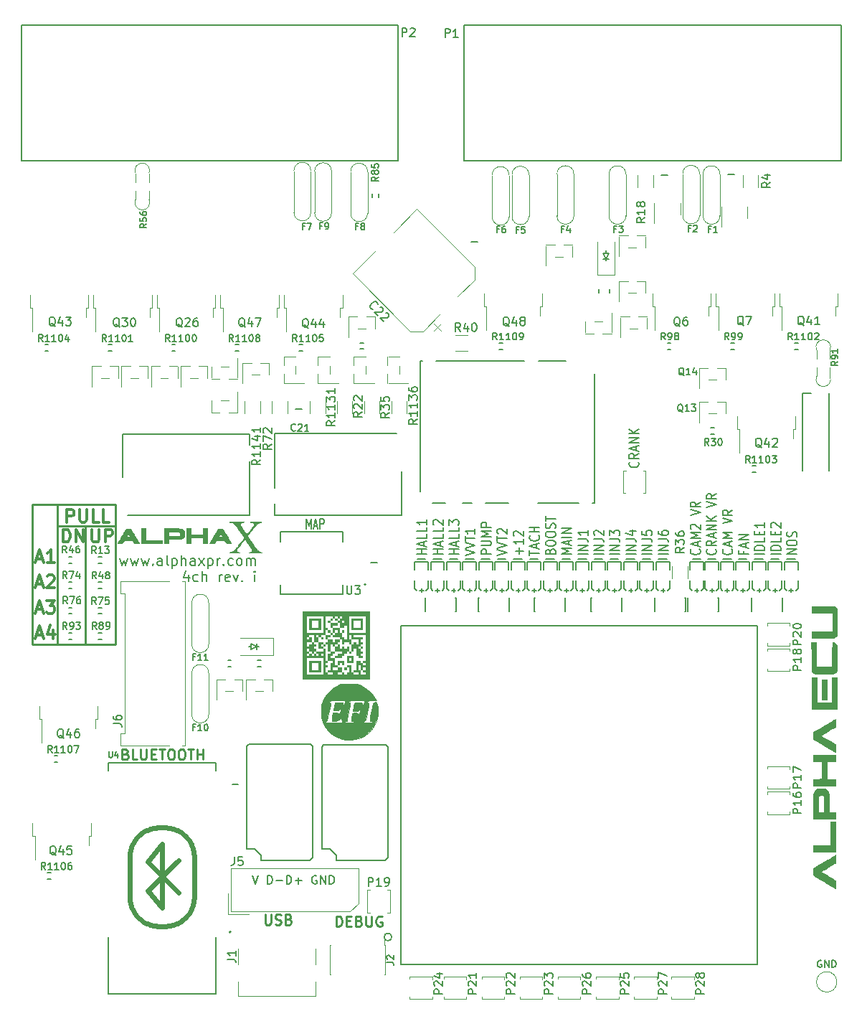
<source format=gto>
G04 #@! TF.GenerationSoftware,KiCad,Pcbnew,7.0.9-7.0.9~ubuntu22.04.1*
G04 #@! TF.CreationDate,2023-12-09T02:40:09+00:00*
G04 #@! TF.ProjectId,alphax_4ch,616c7068-6178-45f3-9463-682e6b696361,i*
G04 #@! TF.SameCoordinates,PX141f5e0PYa2cace0*
G04 #@! TF.FileFunction,Legend,Top*
G04 #@! TF.FilePolarity,Positive*
%FSLAX46Y46*%
G04 Gerber Fmt 4.6, Leading zero omitted, Abs format (unit mm)*
G04 Created by KiCad (PCBNEW 7.0.9-7.0.9~ubuntu22.04.1) date 2023-12-09 02:40:09*
%MOMM*%
%LPD*%
G01*
G04 APERTURE LIST*
%ADD10C,0.250000*%
%ADD11C,0.200000*%
%ADD12C,0.150000*%
%ADD13C,0.300000*%
%ADD14C,0.170000*%
%ADD15C,0.127000*%
%ADD16C,0.120000*%
%ADD17C,0.203200*%
%ADD18C,0.099060*%
%ADD19C,0.002540*%
%ADD20C,0.631031*%
G04 APERTURE END LIST*
D10*
X4000000Y58000000D02*
X4000000Y41500000D01*
X10800000Y41500000D02*
X10800000Y58000000D01*
X10800000Y55500000D02*
X4000000Y55500000D01*
X10800000Y58000000D02*
X1000000Y58000000D01*
X7300000Y41500000D02*
X7300000Y55500000D01*
X1000000Y58000000D02*
X1000000Y41500000D01*
X1000000Y41500000D02*
X10800000Y41500000D01*
D11*
X47587790Y52169674D02*
X46407790Y52169674D01*
X46969695Y52169674D02*
X46969695Y52741102D01*
X47587790Y52741102D02*
X46407790Y52741102D01*
X47250647Y53169674D02*
X47250647Y53645864D01*
X47587790Y53074436D02*
X46407790Y53407769D01*
X46407790Y53407769D02*
X47587790Y53741102D01*
X47587790Y54550626D02*
X47587790Y54074436D01*
X47587790Y54074436D02*
X46407790Y54074436D01*
X47587790Y55360150D02*
X47587790Y54883960D01*
X47587790Y54883960D02*
X46407790Y54883960D01*
X47587790Y56217293D02*
X47587790Y55645865D01*
X47587790Y55931579D02*
X46407790Y55931579D01*
X46407790Y55931579D02*
X46576361Y55836341D01*
X46576361Y55836341D02*
X46688742Y55741103D01*
X46688742Y55741103D02*
X46744933Y55645865D01*
X49487590Y52169674D02*
X48307590Y52169674D01*
X48869495Y52169674D02*
X48869495Y52741102D01*
X49487590Y52741102D02*
X48307590Y52741102D01*
X49150447Y53169674D02*
X49150447Y53645864D01*
X49487590Y53074436D02*
X48307590Y53407769D01*
X48307590Y53407769D02*
X49487590Y53741102D01*
X49487590Y54550626D02*
X49487590Y54074436D01*
X49487590Y54074436D02*
X48307590Y54074436D01*
X49487590Y55360150D02*
X49487590Y54883960D01*
X49487590Y54883960D02*
X48307590Y54883960D01*
X48419971Y55645865D02*
X48363780Y55693484D01*
X48363780Y55693484D02*
X48307590Y55788722D01*
X48307590Y55788722D02*
X48307590Y56026817D01*
X48307590Y56026817D02*
X48363780Y56122055D01*
X48363780Y56122055D02*
X48419971Y56169674D01*
X48419971Y56169674D02*
X48532352Y56217293D01*
X48532352Y56217293D02*
X48644733Y56217293D01*
X48644733Y56217293D02*
X48813304Y56169674D01*
X48813304Y56169674D02*
X49487590Y55598246D01*
X49487590Y55598246D02*
X49487590Y56217293D01*
X51387390Y52169674D02*
X50207390Y52169674D01*
X50769295Y52169674D02*
X50769295Y52741102D01*
X51387390Y52741102D02*
X50207390Y52741102D01*
X51050247Y53169674D02*
X51050247Y53645864D01*
X51387390Y53074436D02*
X50207390Y53407769D01*
X50207390Y53407769D02*
X51387390Y53741102D01*
X51387390Y54550626D02*
X51387390Y54074436D01*
X51387390Y54074436D02*
X50207390Y54074436D01*
X51387390Y55360150D02*
X51387390Y54883960D01*
X51387390Y54883960D02*
X50207390Y54883960D01*
X50207390Y55598246D02*
X50207390Y56217293D01*
X50207390Y56217293D02*
X50656914Y55883960D01*
X50656914Y55883960D02*
X50656914Y56026817D01*
X50656914Y56026817D02*
X50713104Y56122055D01*
X50713104Y56122055D02*
X50769295Y56169674D01*
X50769295Y56169674D02*
X50881676Y56217293D01*
X50881676Y56217293D02*
X51162628Y56217293D01*
X51162628Y56217293D02*
X51275009Y56169674D01*
X51275009Y56169674D02*
X51331200Y56122055D01*
X51331200Y56122055D02*
X51387390Y56026817D01*
X51387390Y56026817D02*
X51387390Y55741103D01*
X51387390Y55741103D02*
X51331200Y55645865D01*
X51331200Y55645865D02*
X51275009Y55598246D01*
X52107190Y52026817D02*
X53287190Y52360150D01*
X53287190Y52360150D02*
X52107190Y52693483D01*
X52107190Y52883960D02*
X53287190Y53217293D01*
X53287190Y53217293D02*
X52107190Y53550626D01*
X52107190Y53741103D02*
X52107190Y54312531D01*
X53287190Y54026817D02*
X52107190Y54026817D01*
X53287190Y55169674D02*
X53287190Y54598246D01*
X53287190Y54883960D02*
X52107190Y54883960D01*
X52107190Y54883960D02*
X52275761Y54788722D01*
X52275761Y54788722D02*
X52388142Y54693484D01*
X52388142Y54693484D02*
X52444333Y54598246D01*
X55186990Y52169674D02*
X54006990Y52169674D01*
X54006990Y52169674D02*
X54006990Y52550626D01*
X54006990Y52550626D02*
X54063180Y52645864D01*
X54063180Y52645864D02*
X54119371Y52693483D01*
X54119371Y52693483D02*
X54231752Y52741102D01*
X54231752Y52741102D02*
X54400323Y52741102D01*
X54400323Y52741102D02*
X54512704Y52693483D01*
X54512704Y52693483D02*
X54568895Y52645864D01*
X54568895Y52645864D02*
X54625085Y52550626D01*
X54625085Y52550626D02*
X54625085Y52169674D01*
X54006990Y53169674D02*
X54962228Y53169674D01*
X54962228Y53169674D02*
X55074609Y53217293D01*
X55074609Y53217293D02*
X55130800Y53264912D01*
X55130800Y53264912D02*
X55186990Y53360150D01*
X55186990Y53360150D02*
X55186990Y53550626D01*
X55186990Y53550626D02*
X55130800Y53645864D01*
X55130800Y53645864D02*
X55074609Y53693483D01*
X55074609Y53693483D02*
X54962228Y53741102D01*
X54962228Y53741102D02*
X54006990Y53741102D01*
X55186990Y54217293D02*
X54006990Y54217293D01*
X54006990Y54217293D02*
X54849847Y54550626D01*
X54849847Y54550626D02*
X54006990Y54883959D01*
X54006990Y54883959D02*
X55186990Y54883959D01*
X55186990Y55360150D02*
X54006990Y55360150D01*
X54006990Y55360150D02*
X54006990Y55741102D01*
X54006990Y55741102D02*
X54063180Y55836340D01*
X54063180Y55836340D02*
X54119371Y55883959D01*
X54119371Y55883959D02*
X54231752Y55931578D01*
X54231752Y55931578D02*
X54400323Y55931578D01*
X54400323Y55931578D02*
X54512704Y55883959D01*
X54512704Y55883959D02*
X54568895Y55836340D01*
X54568895Y55836340D02*
X54625085Y55741102D01*
X54625085Y55741102D02*
X54625085Y55360150D01*
X55906790Y52026817D02*
X57086790Y52360150D01*
X57086790Y52360150D02*
X55906790Y52693483D01*
X55906790Y52883960D02*
X57086790Y53217293D01*
X57086790Y53217293D02*
X55906790Y53550626D01*
X55906790Y53741103D02*
X55906790Y54312531D01*
X57086790Y54026817D02*
X55906790Y54026817D01*
X56019171Y54598246D02*
X55962980Y54645865D01*
X55962980Y54645865D02*
X55906790Y54741103D01*
X55906790Y54741103D02*
X55906790Y54979198D01*
X55906790Y54979198D02*
X55962980Y55074436D01*
X55962980Y55074436D02*
X56019171Y55122055D01*
X56019171Y55122055D02*
X56131552Y55169674D01*
X56131552Y55169674D02*
X56243933Y55169674D01*
X56243933Y55169674D02*
X56412504Y55122055D01*
X56412504Y55122055D02*
X57086790Y54550627D01*
X57086790Y54550627D02*
X57086790Y55169674D01*
X58537066Y52169674D02*
X58537066Y52931578D01*
X58986590Y52550626D02*
X58087542Y52550626D01*
X58986590Y53931578D02*
X58986590Y53360150D01*
X58986590Y53645864D02*
X57806590Y53645864D01*
X57806590Y53645864D02*
X57975161Y53550626D01*
X57975161Y53550626D02*
X58087542Y53455388D01*
X58087542Y53455388D02*
X58143733Y53360150D01*
X57918971Y54312531D02*
X57862780Y54360150D01*
X57862780Y54360150D02*
X57806590Y54455388D01*
X57806590Y54455388D02*
X57806590Y54693483D01*
X57806590Y54693483D02*
X57862780Y54788721D01*
X57862780Y54788721D02*
X57918971Y54836340D01*
X57918971Y54836340D02*
X58031352Y54883959D01*
X58031352Y54883959D02*
X58143733Y54883959D01*
X58143733Y54883959D02*
X58312304Y54836340D01*
X58312304Y54836340D02*
X58986590Y54264912D01*
X58986590Y54264912D02*
X58986590Y54883959D01*
X59706390Y52026817D02*
X59706390Y52598245D01*
X60886390Y52312531D02*
X59706390Y52312531D01*
X60549247Y52883960D02*
X60549247Y53360150D01*
X60886390Y52788722D02*
X59706390Y53122055D01*
X59706390Y53122055D02*
X60886390Y53455388D01*
X60774009Y54360150D02*
X60830200Y54312531D01*
X60830200Y54312531D02*
X60886390Y54169674D01*
X60886390Y54169674D02*
X60886390Y54074436D01*
X60886390Y54074436D02*
X60830200Y53931579D01*
X60830200Y53931579D02*
X60717819Y53836341D01*
X60717819Y53836341D02*
X60605438Y53788722D01*
X60605438Y53788722D02*
X60380676Y53741103D01*
X60380676Y53741103D02*
X60212104Y53741103D01*
X60212104Y53741103D02*
X59987342Y53788722D01*
X59987342Y53788722D02*
X59874961Y53836341D01*
X59874961Y53836341D02*
X59762580Y53931579D01*
X59762580Y53931579D02*
X59706390Y54074436D01*
X59706390Y54074436D02*
X59706390Y54169674D01*
X59706390Y54169674D02*
X59762580Y54312531D01*
X59762580Y54312531D02*
X59818771Y54360150D01*
X60886390Y54788722D02*
X59706390Y54788722D01*
X60268295Y54788722D02*
X60268295Y55360150D01*
X60886390Y55360150D02*
X59706390Y55360150D01*
X62168095Y52503007D02*
X62224285Y52645864D01*
X62224285Y52645864D02*
X62280476Y52693483D01*
X62280476Y52693483D02*
X62392857Y52741102D01*
X62392857Y52741102D02*
X62561428Y52741102D01*
X62561428Y52741102D02*
X62673809Y52693483D01*
X62673809Y52693483D02*
X62730000Y52645864D01*
X62730000Y52645864D02*
X62786190Y52550626D01*
X62786190Y52550626D02*
X62786190Y52169674D01*
X62786190Y52169674D02*
X61606190Y52169674D01*
X61606190Y52169674D02*
X61606190Y52503007D01*
X61606190Y52503007D02*
X61662380Y52598245D01*
X61662380Y52598245D02*
X61718571Y52645864D01*
X61718571Y52645864D02*
X61830952Y52693483D01*
X61830952Y52693483D02*
X61943333Y52693483D01*
X61943333Y52693483D02*
X62055714Y52645864D01*
X62055714Y52645864D02*
X62111904Y52598245D01*
X62111904Y52598245D02*
X62168095Y52503007D01*
X62168095Y52503007D02*
X62168095Y52169674D01*
X61606190Y53360150D02*
X61606190Y53550626D01*
X61606190Y53550626D02*
X61662380Y53645864D01*
X61662380Y53645864D02*
X61774761Y53741102D01*
X61774761Y53741102D02*
X61999523Y53788721D01*
X61999523Y53788721D02*
X62392857Y53788721D01*
X62392857Y53788721D02*
X62617619Y53741102D01*
X62617619Y53741102D02*
X62730000Y53645864D01*
X62730000Y53645864D02*
X62786190Y53550626D01*
X62786190Y53550626D02*
X62786190Y53360150D01*
X62786190Y53360150D02*
X62730000Y53264912D01*
X62730000Y53264912D02*
X62617619Y53169674D01*
X62617619Y53169674D02*
X62392857Y53122055D01*
X62392857Y53122055D02*
X61999523Y53122055D01*
X61999523Y53122055D02*
X61774761Y53169674D01*
X61774761Y53169674D02*
X61662380Y53264912D01*
X61662380Y53264912D02*
X61606190Y53360150D01*
X61606190Y54407769D02*
X61606190Y54598245D01*
X61606190Y54598245D02*
X61662380Y54693483D01*
X61662380Y54693483D02*
X61774761Y54788721D01*
X61774761Y54788721D02*
X61999523Y54836340D01*
X61999523Y54836340D02*
X62392857Y54836340D01*
X62392857Y54836340D02*
X62617619Y54788721D01*
X62617619Y54788721D02*
X62730000Y54693483D01*
X62730000Y54693483D02*
X62786190Y54598245D01*
X62786190Y54598245D02*
X62786190Y54407769D01*
X62786190Y54407769D02*
X62730000Y54312531D01*
X62730000Y54312531D02*
X62617619Y54217293D01*
X62617619Y54217293D02*
X62392857Y54169674D01*
X62392857Y54169674D02*
X61999523Y54169674D01*
X61999523Y54169674D02*
X61774761Y54217293D01*
X61774761Y54217293D02*
X61662380Y54312531D01*
X61662380Y54312531D02*
X61606190Y54407769D01*
X62730000Y55217293D02*
X62786190Y55360150D01*
X62786190Y55360150D02*
X62786190Y55598245D01*
X62786190Y55598245D02*
X62730000Y55693483D01*
X62730000Y55693483D02*
X62673809Y55741102D01*
X62673809Y55741102D02*
X62561428Y55788721D01*
X62561428Y55788721D02*
X62449047Y55788721D01*
X62449047Y55788721D02*
X62336666Y55741102D01*
X62336666Y55741102D02*
X62280476Y55693483D01*
X62280476Y55693483D02*
X62224285Y55598245D01*
X62224285Y55598245D02*
X62168095Y55407769D01*
X62168095Y55407769D02*
X62111904Y55312531D01*
X62111904Y55312531D02*
X62055714Y55264912D01*
X62055714Y55264912D02*
X61943333Y55217293D01*
X61943333Y55217293D02*
X61830952Y55217293D01*
X61830952Y55217293D02*
X61718571Y55264912D01*
X61718571Y55264912D02*
X61662380Y55312531D01*
X61662380Y55312531D02*
X61606190Y55407769D01*
X61606190Y55407769D02*
X61606190Y55645864D01*
X61606190Y55645864D02*
X61662380Y55788721D01*
X61606190Y56074436D02*
X61606190Y56645864D01*
X62786190Y56360150D02*
X61606190Y56360150D01*
X64685990Y52169674D02*
X63505990Y52169674D01*
X63505990Y52169674D02*
X64348847Y52503007D01*
X64348847Y52503007D02*
X63505990Y52836340D01*
X63505990Y52836340D02*
X64685990Y52836340D01*
X64348847Y53264912D02*
X64348847Y53741102D01*
X64685990Y53169674D02*
X63505990Y53503007D01*
X63505990Y53503007D02*
X64685990Y53836340D01*
X64685990Y54169674D02*
X63505990Y54169674D01*
X64685990Y54645864D02*
X63505990Y54645864D01*
X63505990Y54645864D02*
X64685990Y55217292D01*
X64685990Y55217292D02*
X63505990Y55217292D01*
X66585790Y52169674D02*
X65405790Y52169674D01*
X66585790Y52645864D02*
X65405790Y52645864D01*
X65405790Y52645864D02*
X66585790Y53217292D01*
X66585790Y53217292D02*
X65405790Y53217292D01*
X65405790Y53979197D02*
X66248647Y53979197D01*
X66248647Y53979197D02*
X66417219Y53931578D01*
X66417219Y53931578D02*
X66529600Y53836340D01*
X66529600Y53836340D02*
X66585790Y53693483D01*
X66585790Y53693483D02*
X66585790Y53598245D01*
X66585790Y54979197D02*
X66585790Y54407769D01*
X66585790Y54693483D02*
X65405790Y54693483D01*
X65405790Y54693483D02*
X65574361Y54598245D01*
X65574361Y54598245D02*
X65686742Y54503007D01*
X65686742Y54503007D02*
X65742933Y54407769D01*
X68485590Y52169674D02*
X67305590Y52169674D01*
X68485590Y52645864D02*
X67305590Y52645864D01*
X67305590Y52645864D02*
X68485590Y53217292D01*
X68485590Y53217292D02*
X67305590Y53217292D01*
X67305590Y53979197D02*
X68148447Y53979197D01*
X68148447Y53979197D02*
X68317019Y53931578D01*
X68317019Y53931578D02*
X68429400Y53836340D01*
X68429400Y53836340D02*
X68485590Y53693483D01*
X68485590Y53693483D02*
X68485590Y53598245D01*
X67417971Y54407769D02*
X67361780Y54455388D01*
X67361780Y54455388D02*
X67305590Y54550626D01*
X67305590Y54550626D02*
X67305590Y54788721D01*
X67305590Y54788721D02*
X67361780Y54883959D01*
X67361780Y54883959D02*
X67417971Y54931578D01*
X67417971Y54931578D02*
X67530352Y54979197D01*
X67530352Y54979197D02*
X67642733Y54979197D01*
X67642733Y54979197D02*
X67811304Y54931578D01*
X67811304Y54931578D02*
X68485590Y54360150D01*
X68485590Y54360150D02*
X68485590Y54979197D01*
X70385390Y52169674D02*
X69205390Y52169674D01*
X70385390Y52645864D02*
X69205390Y52645864D01*
X69205390Y52645864D02*
X70385390Y53217292D01*
X70385390Y53217292D02*
X69205390Y53217292D01*
X69205390Y53979197D02*
X70048247Y53979197D01*
X70048247Y53979197D02*
X70216819Y53931578D01*
X70216819Y53931578D02*
X70329200Y53836340D01*
X70329200Y53836340D02*
X70385390Y53693483D01*
X70385390Y53693483D02*
X70385390Y53598245D01*
X69205390Y54360150D02*
X69205390Y54979197D01*
X69205390Y54979197D02*
X69654914Y54645864D01*
X69654914Y54645864D02*
X69654914Y54788721D01*
X69654914Y54788721D02*
X69711104Y54883959D01*
X69711104Y54883959D02*
X69767295Y54931578D01*
X69767295Y54931578D02*
X69879676Y54979197D01*
X69879676Y54979197D02*
X70160628Y54979197D01*
X70160628Y54979197D02*
X70273009Y54931578D01*
X70273009Y54931578D02*
X70329200Y54883959D01*
X70329200Y54883959D02*
X70385390Y54788721D01*
X70385390Y54788721D02*
X70385390Y54503007D01*
X70385390Y54503007D02*
X70329200Y54407769D01*
X70329200Y54407769D02*
X70273009Y54360150D01*
X72285190Y52169674D02*
X71105190Y52169674D01*
X72285190Y52645864D02*
X71105190Y52645864D01*
X71105190Y52645864D02*
X72285190Y53217292D01*
X72285190Y53217292D02*
X71105190Y53217292D01*
X71105190Y53979197D02*
X71948047Y53979197D01*
X71948047Y53979197D02*
X72116619Y53931578D01*
X72116619Y53931578D02*
X72229000Y53836340D01*
X72229000Y53836340D02*
X72285190Y53693483D01*
X72285190Y53693483D02*
X72285190Y53598245D01*
X71498523Y54883959D02*
X72285190Y54883959D01*
X71049000Y54645864D02*
X71891857Y54407769D01*
X71891857Y54407769D02*
X71891857Y55026816D01*
X74184990Y52169674D02*
X73004990Y52169674D01*
X74184990Y52645864D02*
X73004990Y52645864D01*
X73004990Y52645864D02*
X74184990Y53217292D01*
X74184990Y53217292D02*
X73004990Y53217292D01*
X73004990Y53979197D02*
X73847847Y53979197D01*
X73847847Y53979197D02*
X74016419Y53931578D01*
X74016419Y53931578D02*
X74128800Y53836340D01*
X74128800Y53836340D02*
X74184990Y53693483D01*
X74184990Y53693483D02*
X74184990Y53598245D01*
X73004990Y54931578D02*
X73004990Y54455388D01*
X73004990Y54455388D02*
X73566895Y54407769D01*
X73566895Y54407769D02*
X73510704Y54455388D01*
X73510704Y54455388D02*
X73454514Y54550626D01*
X73454514Y54550626D02*
X73454514Y54788721D01*
X73454514Y54788721D02*
X73510704Y54883959D01*
X73510704Y54883959D02*
X73566895Y54931578D01*
X73566895Y54931578D02*
X73679276Y54979197D01*
X73679276Y54979197D02*
X73960228Y54979197D01*
X73960228Y54979197D02*
X74072609Y54931578D01*
X74072609Y54931578D02*
X74128800Y54883959D01*
X74128800Y54883959D02*
X74184990Y54788721D01*
X74184990Y54788721D02*
X74184990Y54550626D01*
X74184990Y54550626D02*
X74128800Y54455388D01*
X74128800Y54455388D02*
X74072609Y54407769D01*
X76084790Y52169674D02*
X74904790Y52169674D01*
X76084790Y52645864D02*
X74904790Y52645864D01*
X74904790Y52645864D02*
X76084790Y53217292D01*
X76084790Y53217292D02*
X74904790Y53217292D01*
X74904790Y53979197D02*
X75747647Y53979197D01*
X75747647Y53979197D02*
X75916219Y53931578D01*
X75916219Y53931578D02*
X76028600Y53836340D01*
X76028600Y53836340D02*
X76084790Y53693483D01*
X76084790Y53693483D02*
X76084790Y53598245D01*
X74904790Y54883959D02*
X74904790Y54693483D01*
X74904790Y54693483D02*
X74960980Y54598245D01*
X74960980Y54598245D02*
X75017171Y54550626D01*
X75017171Y54550626D02*
X75185742Y54455388D01*
X75185742Y54455388D02*
X75410504Y54407769D01*
X75410504Y54407769D02*
X75860028Y54407769D01*
X75860028Y54407769D02*
X75972409Y54455388D01*
X75972409Y54455388D02*
X76028600Y54503007D01*
X76028600Y54503007D02*
X76084790Y54598245D01*
X76084790Y54598245D02*
X76084790Y54788721D01*
X76084790Y54788721D02*
X76028600Y54883959D01*
X76028600Y54883959D02*
X75972409Y54931578D01*
X75972409Y54931578D02*
X75860028Y54979197D01*
X75860028Y54979197D02*
X75579076Y54979197D01*
X75579076Y54979197D02*
X75466695Y54931578D01*
X75466695Y54931578D02*
X75410504Y54883959D01*
X75410504Y54883959D02*
X75354314Y54788721D01*
X75354314Y54788721D02*
X75354314Y54598245D01*
X75354314Y54598245D02*
X75410504Y54503007D01*
X75410504Y54503007D02*
X75466695Y54455388D01*
X75466695Y54455388D02*
X75579076Y54407769D01*
X79772009Y52741102D02*
X79828200Y52693483D01*
X79828200Y52693483D02*
X79884390Y52550626D01*
X79884390Y52550626D02*
X79884390Y52455388D01*
X79884390Y52455388D02*
X79828200Y52312531D01*
X79828200Y52312531D02*
X79715819Y52217293D01*
X79715819Y52217293D02*
X79603438Y52169674D01*
X79603438Y52169674D02*
X79378676Y52122055D01*
X79378676Y52122055D02*
X79210104Y52122055D01*
X79210104Y52122055D02*
X78985342Y52169674D01*
X78985342Y52169674D02*
X78872961Y52217293D01*
X78872961Y52217293D02*
X78760580Y52312531D01*
X78760580Y52312531D02*
X78704390Y52455388D01*
X78704390Y52455388D02*
X78704390Y52550626D01*
X78704390Y52550626D02*
X78760580Y52693483D01*
X78760580Y52693483D02*
X78816771Y52741102D01*
X79547247Y53122055D02*
X79547247Y53598245D01*
X79884390Y53026817D02*
X78704390Y53360150D01*
X78704390Y53360150D02*
X79884390Y53693483D01*
X79884390Y54026817D02*
X78704390Y54026817D01*
X78704390Y54026817D02*
X79547247Y54360150D01*
X79547247Y54360150D02*
X78704390Y54693483D01*
X78704390Y54693483D02*
X79884390Y54693483D01*
X78816771Y55122055D02*
X78760580Y55169674D01*
X78760580Y55169674D02*
X78704390Y55264912D01*
X78704390Y55264912D02*
X78704390Y55503007D01*
X78704390Y55503007D02*
X78760580Y55598245D01*
X78760580Y55598245D02*
X78816771Y55645864D01*
X78816771Y55645864D02*
X78929152Y55693483D01*
X78929152Y55693483D02*
X79041533Y55693483D01*
X79041533Y55693483D02*
X79210104Y55645864D01*
X79210104Y55645864D02*
X79884390Y55074436D01*
X79884390Y55074436D02*
X79884390Y55693483D01*
X78704390Y56741103D02*
X79884390Y57074436D01*
X79884390Y57074436D02*
X78704390Y57407769D01*
X79884390Y58312531D02*
X79322485Y57979198D01*
X79884390Y57741103D02*
X78704390Y57741103D01*
X78704390Y57741103D02*
X78704390Y58122055D01*
X78704390Y58122055D02*
X78760580Y58217293D01*
X78760580Y58217293D02*
X78816771Y58264912D01*
X78816771Y58264912D02*
X78929152Y58312531D01*
X78929152Y58312531D02*
X79097723Y58312531D01*
X79097723Y58312531D02*
X79210104Y58264912D01*
X79210104Y58264912D02*
X79266295Y58217293D01*
X79266295Y58217293D02*
X79322485Y58122055D01*
X79322485Y58122055D02*
X79322485Y57741103D01*
X81671809Y52741102D02*
X81728000Y52693483D01*
X81728000Y52693483D02*
X81784190Y52550626D01*
X81784190Y52550626D02*
X81784190Y52455388D01*
X81784190Y52455388D02*
X81728000Y52312531D01*
X81728000Y52312531D02*
X81615619Y52217293D01*
X81615619Y52217293D02*
X81503238Y52169674D01*
X81503238Y52169674D02*
X81278476Y52122055D01*
X81278476Y52122055D02*
X81109904Y52122055D01*
X81109904Y52122055D02*
X80885142Y52169674D01*
X80885142Y52169674D02*
X80772761Y52217293D01*
X80772761Y52217293D02*
X80660380Y52312531D01*
X80660380Y52312531D02*
X80604190Y52455388D01*
X80604190Y52455388D02*
X80604190Y52550626D01*
X80604190Y52550626D02*
X80660380Y52693483D01*
X80660380Y52693483D02*
X80716571Y52741102D01*
X81784190Y53741102D02*
X81222285Y53407769D01*
X81784190Y53169674D02*
X80604190Y53169674D01*
X80604190Y53169674D02*
X80604190Y53550626D01*
X80604190Y53550626D02*
X80660380Y53645864D01*
X80660380Y53645864D02*
X80716571Y53693483D01*
X80716571Y53693483D02*
X80828952Y53741102D01*
X80828952Y53741102D02*
X80997523Y53741102D01*
X80997523Y53741102D02*
X81109904Y53693483D01*
X81109904Y53693483D02*
X81166095Y53645864D01*
X81166095Y53645864D02*
X81222285Y53550626D01*
X81222285Y53550626D02*
X81222285Y53169674D01*
X81447047Y54122055D02*
X81447047Y54598245D01*
X81784190Y54026817D02*
X80604190Y54360150D01*
X80604190Y54360150D02*
X81784190Y54693483D01*
X81784190Y55026817D02*
X80604190Y55026817D01*
X80604190Y55026817D02*
X81784190Y55598245D01*
X81784190Y55598245D02*
X80604190Y55598245D01*
X81784190Y56074436D02*
X80604190Y56074436D01*
X81784190Y56645864D02*
X81109904Y56217293D01*
X80604190Y56645864D02*
X81278476Y56074436D01*
X80604190Y57693484D02*
X81784190Y58026817D01*
X81784190Y58026817D02*
X80604190Y58360150D01*
X81784190Y59264912D02*
X81222285Y58931579D01*
X81784190Y58693484D02*
X80604190Y58693484D01*
X80604190Y58693484D02*
X80604190Y59074436D01*
X80604190Y59074436D02*
X80660380Y59169674D01*
X80660380Y59169674D02*
X80716571Y59217293D01*
X80716571Y59217293D02*
X80828952Y59264912D01*
X80828952Y59264912D02*
X80997523Y59264912D01*
X80997523Y59264912D02*
X81109904Y59217293D01*
X81109904Y59217293D02*
X81166095Y59169674D01*
X81166095Y59169674D02*
X81222285Y59074436D01*
X81222285Y59074436D02*
X81222285Y58693484D01*
X83571609Y52741102D02*
X83627800Y52693483D01*
X83627800Y52693483D02*
X83683990Y52550626D01*
X83683990Y52550626D02*
X83683990Y52455388D01*
X83683990Y52455388D02*
X83627800Y52312531D01*
X83627800Y52312531D02*
X83515419Y52217293D01*
X83515419Y52217293D02*
X83403038Y52169674D01*
X83403038Y52169674D02*
X83178276Y52122055D01*
X83178276Y52122055D02*
X83009704Y52122055D01*
X83009704Y52122055D02*
X82784942Y52169674D01*
X82784942Y52169674D02*
X82672561Y52217293D01*
X82672561Y52217293D02*
X82560180Y52312531D01*
X82560180Y52312531D02*
X82503990Y52455388D01*
X82503990Y52455388D02*
X82503990Y52550626D01*
X82503990Y52550626D02*
X82560180Y52693483D01*
X82560180Y52693483D02*
X82616371Y52741102D01*
X83346847Y53122055D02*
X83346847Y53598245D01*
X83683990Y53026817D02*
X82503990Y53360150D01*
X82503990Y53360150D02*
X83683990Y53693483D01*
X83683990Y54026817D02*
X82503990Y54026817D01*
X82503990Y54026817D02*
X83346847Y54360150D01*
X83346847Y54360150D02*
X82503990Y54693483D01*
X82503990Y54693483D02*
X83683990Y54693483D01*
X82503990Y55788722D02*
X83683990Y56122055D01*
X83683990Y56122055D02*
X82503990Y56455388D01*
X83683990Y57360150D02*
X83122085Y57026817D01*
X83683990Y56788722D02*
X82503990Y56788722D01*
X82503990Y56788722D02*
X82503990Y57169674D01*
X82503990Y57169674D02*
X82560180Y57264912D01*
X82560180Y57264912D02*
X82616371Y57312531D01*
X82616371Y57312531D02*
X82728752Y57360150D01*
X82728752Y57360150D02*
X82897323Y57360150D01*
X82897323Y57360150D02*
X83009704Y57312531D01*
X83009704Y57312531D02*
X83065895Y57264912D01*
X83065895Y57264912D02*
X83122085Y57169674D01*
X83122085Y57169674D02*
X83122085Y56788722D01*
X84965695Y52503007D02*
X84965695Y52169674D01*
X85583790Y52169674D02*
X84403790Y52169674D01*
X84403790Y52169674D02*
X84403790Y52645864D01*
X85246647Y52979198D02*
X85246647Y53455388D01*
X85583790Y52883960D02*
X84403790Y53217293D01*
X84403790Y53217293D02*
X85583790Y53550626D01*
X85583790Y53883960D02*
X84403790Y53883960D01*
X84403790Y53883960D02*
X85583790Y54455388D01*
X85583790Y54455388D02*
X84403790Y54455388D01*
X87483590Y52169674D02*
X86303590Y52169674D01*
X87483590Y52645864D02*
X86303590Y52645864D01*
X86303590Y52645864D02*
X86303590Y52883959D01*
X86303590Y52883959D02*
X86359780Y53026816D01*
X86359780Y53026816D02*
X86472161Y53122054D01*
X86472161Y53122054D02*
X86584542Y53169673D01*
X86584542Y53169673D02*
X86809304Y53217292D01*
X86809304Y53217292D02*
X86977876Y53217292D01*
X86977876Y53217292D02*
X87202638Y53169673D01*
X87202638Y53169673D02*
X87315019Y53122054D01*
X87315019Y53122054D02*
X87427400Y53026816D01*
X87427400Y53026816D02*
X87483590Y52883959D01*
X87483590Y52883959D02*
X87483590Y52645864D01*
X87483590Y54122054D02*
X87483590Y53645864D01*
X87483590Y53645864D02*
X86303590Y53645864D01*
X86865495Y54455388D02*
X86865495Y54788721D01*
X87483590Y54931578D02*
X87483590Y54455388D01*
X87483590Y54455388D02*
X86303590Y54455388D01*
X86303590Y54455388D02*
X86303590Y54931578D01*
X87483590Y55883959D02*
X87483590Y55312531D01*
X87483590Y55598245D02*
X86303590Y55598245D01*
X86303590Y55598245D02*
X86472161Y55503007D01*
X86472161Y55503007D02*
X86584542Y55407769D01*
X86584542Y55407769D02*
X86640733Y55312531D01*
X89383390Y52169674D02*
X88203390Y52169674D01*
X89383390Y52645864D02*
X88203390Y52645864D01*
X88203390Y52645864D02*
X88203390Y52883959D01*
X88203390Y52883959D02*
X88259580Y53026816D01*
X88259580Y53026816D02*
X88371961Y53122054D01*
X88371961Y53122054D02*
X88484342Y53169673D01*
X88484342Y53169673D02*
X88709104Y53217292D01*
X88709104Y53217292D02*
X88877676Y53217292D01*
X88877676Y53217292D02*
X89102438Y53169673D01*
X89102438Y53169673D02*
X89214819Y53122054D01*
X89214819Y53122054D02*
X89327200Y53026816D01*
X89327200Y53026816D02*
X89383390Y52883959D01*
X89383390Y52883959D02*
X89383390Y52645864D01*
X89383390Y54122054D02*
X89383390Y53645864D01*
X89383390Y53645864D02*
X88203390Y53645864D01*
X88765295Y54455388D02*
X88765295Y54788721D01*
X89383390Y54931578D02*
X89383390Y54455388D01*
X89383390Y54455388D02*
X88203390Y54455388D01*
X88203390Y54455388D02*
X88203390Y54931578D01*
X88315771Y55312531D02*
X88259580Y55360150D01*
X88259580Y55360150D02*
X88203390Y55455388D01*
X88203390Y55455388D02*
X88203390Y55693483D01*
X88203390Y55693483D02*
X88259580Y55788721D01*
X88259580Y55788721D02*
X88315771Y55836340D01*
X88315771Y55836340D02*
X88428152Y55883959D01*
X88428152Y55883959D02*
X88540533Y55883959D01*
X88540533Y55883959D02*
X88709104Y55836340D01*
X88709104Y55836340D02*
X89383390Y55264912D01*
X89383390Y55264912D02*
X89383390Y55883959D01*
X91283190Y52169674D02*
X90103190Y52169674D01*
X90103190Y52169674D02*
X91283190Y52741102D01*
X91283190Y52741102D02*
X90103190Y52741102D01*
X90103190Y53407769D02*
X90103190Y53598245D01*
X90103190Y53598245D02*
X90159380Y53693483D01*
X90159380Y53693483D02*
X90271761Y53788721D01*
X90271761Y53788721D02*
X90496523Y53836340D01*
X90496523Y53836340D02*
X90889857Y53836340D01*
X90889857Y53836340D02*
X91114619Y53788721D01*
X91114619Y53788721D02*
X91227000Y53693483D01*
X91227000Y53693483D02*
X91283190Y53598245D01*
X91283190Y53598245D02*
X91283190Y53407769D01*
X91283190Y53407769D02*
X91227000Y53312531D01*
X91227000Y53312531D02*
X91114619Y53217293D01*
X91114619Y53217293D02*
X90889857Y53169674D01*
X90889857Y53169674D02*
X90496523Y53169674D01*
X90496523Y53169674D02*
X90271761Y53217293D01*
X90271761Y53217293D02*
X90159380Y53312531D01*
X90159380Y53312531D02*
X90103190Y53407769D01*
X91227000Y54217293D02*
X91283190Y54360150D01*
X91283190Y54360150D02*
X91283190Y54598245D01*
X91283190Y54598245D02*
X91227000Y54693483D01*
X91227000Y54693483D02*
X91170809Y54741102D01*
X91170809Y54741102D02*
X91058428Y54788721D01*
X91058428Y54788721D02*
X90946047Y54788721D01*
X90946047Y54788721D02*
X90833666Y54741102D01*
X90833666Y54741102D02*
X90777476Y54693483D01*
X90777476Y54693483D02*
X90721285Y54598245D01*
X90721285Y54598245D02*
X90665095Y54407769D01*
X90665095Y54407769D02*
X90608904Y54312531D01*
X90608904Y54312531D02*
X90552714Y54264912D01*
X90552714Y54264912D02*
X90440333Y54217293D01*
X90440333Y54217293D02*
X90327952Y54217293D01*
X90327952Y54217293D02*
X90215571Y54264912D01*
X90215571Y54264912D02*
X90159380Y54312531D01*
X90159380Y54312531D02*
X90103190Y54407769D01*
X90103190Y54407769D02*
X90103190Y54645864D01*
X90103190Y54645864D02*
X90159380Y54788721D01*
X19442857Y49755258D02*
X19442857Y48955258D01*
X19157142Y50212400D02*
X18871428Y49355258D01*
X18871428Y49355258D02*
X19614285Y49355258D01*
X20585714Y49012400D02*
X20471428Y48955258D01*
X20471428Y48955258D02*
X20242856Y48955258D01*
X20242856Y48955258D02*
X20128571Y49012400D01*
X20128571Y49012400D02*
X20071428Y49069543D01*
X20071428Y49069543D02*
X20014285Y49183829D01*
X20014285Y49183829D02*
X20014285Y49526686D01*
X20014285Y49526686D02*
X20071428Y49640972D01*
X20071428Y49640972D02*
X20128571Y49698115D01*
X20128571Y49698115D02*
X20242856Y49755258D01*
X20242856Y49755258D02*
X20471428Y49755258D01*
X20471428Y49755258D02*
X20585714Y49698115D01*
X21099999Y48955258D02*
X21099999Y50155258D01*
X21614285Y48955258D02*
X21614285Y49583829D01*
X21614285Y49583829D02*
X21557142Y49698115D01*
X21557142Y49698115D02*
X21442856Y49755258D01*
X21442856Y49755258D02*
X21271427Y49755258D01*
X21271427Y49755258D02*
X21157142Y49698115D01*
X21157142Y49698115D02*
X21099999Y49640972D01*
X23099999Y48955258D02*
X23099999Y49755258D01*
X23099999Y49526686D02*
X23157142Y49640972D01*
X23157142Y49640972D02*
X23214285Y49698115D01*
X23214285Y49698115D02*
X23328570Y49755258D01*
X23328570Y49755258D02*
X23442856Y49755258D01*
X24299999Y49012400D02*
X24185713Y48955258D01*
X24185713Y48955258D02*
X23957142Y48955258D01*
X23957142Y48955258D02*
X23842856Y49012400D01*
X23842856Y49012400D02*
X23785713Y49126686D01*
X23785713Y49126686D02*
X23785713Y49583829D01*
X23785713Y49583829D02*
X23842856Y49698115D01*
X23842856Y49698115D02*
X23957142Y49755258D01*
X23957142Y49755258D02*
X24185713Y49755258D01*
X24185713Y49755258D02*
X24299999Y49698115D01*
X24299999Y49698115D02*
X24357142Y49583829D01*
X24357142Y49583829D02*
X24357142Y49469543D01*
X24357142Y49469543D02*
X23785713Y49355258D01*
X24757141Y49755258D02*
X25042855Y48955258D01*
X25042855Y48955258D02*
X25328570Y49755258D01*
X25785713Y49069543D02*
X25842856Y49012400D01*
X25842856Y49012400D02*
X25785713Y48955258D01*
X25785713Y48955258D02*
X25728570Y49012400D01*
X25728570Y49012400D02*
X25785713Y49069543D01*
X25785713Y49069543D02*
X25785713Y48955258D01*
X27271428Y48955258D02*
X27271428Y49755258D01*
X27271428Y50155258D02*
X27214285Y50098115D01*
X27214285Y50098115D02*
X27271428Y50040972D01*
X27271428Y50040972D02*
X27328571Y50098115D01*
X27328571Y50098115D02*
X27271428Y50155258D01*
X27271428Y50155258D02*
X27271428Y50040972D01*
D12*
X27042857Y14245181D02*
X27376190Y13245181D01*
X27376190Y13245181D02*
X27709523Y14245181D01*
X28804762Y13245181D02*
X28804762Y14245181D01*
X28804762Y14245181D02*
X29042857Y14245181D01*
X29042857Y14245181D02*
X29185714Y14197562D01*
X29185714Y14197562D02*
X29280952Y14102324D01*
X29280952Y14102324D02*
X29328571Y14007086D01*
X29328571Y14007086D02*
X29376190Y13816610D01*
X29376190Y13816610D02*
X29376190Y13673753D01*
X29376190Y13673753D02*
X29328571Y13483277D01*
X29328571Y13483277D02*
X29280952Y13388039D01*
X29280952Y13388039D02*
X29185714Y13292800D01*
X29185714Y13292800D02*
X29042857Y13245181D01*
X29042857Y13245181D02*
X28804762Y13245181D01*
X29804762Y13626134D02*
X30566667Y13626134D01*
X31042857Y13245181D02*
X31042857Y14245181D01*
X31042857Y14245181D02*
X31280952Y14245181D01*
X31280952Y14245181D02*
X31423809Y14197562D01*
X31423809Y14197562D02*
X31519047Y14102324D01*
X31519047Y14102324D02*
X31566666Y14007086D01*
X31566666Y14007086D02*
X31614285Y13816610D01*
X31614285Y13816610D02*
X31614285Y13673753D01*
X31614285Y13673753D02*
X31566666Y13483277D01*
X31566666Y13483277D02*
X31519047Y13388039D01*
X31519047Y13388039D02*
X31423809Y13292800D01*
X31423809Y13292800D02*
X31280952Y13245181D01*
X31280952Y13245181D02*
X31042857Y13245181D01*
X32042857Y13626134D02*
X32804762Y13626134D01*
X32423809Y13245181D02*
X32423809Y14007086D01*
X34566666Y14197562D02*
X34471428Y14245181D01*
X34471428Y14245181D02*
X34328571Y14245181D01*
X34328571Y14245181D02*
X34185714Y14197562D01*
X34185714Y14197562D02*
X34090476Y14102324D01*
X34090476Y14102324D02*
X34042857Y14007086D01*
X34042857Y14007086D02*
X33995238Y13816610D01*
X33995238Y13816610D02*
X33995238Y13673753D01*
X33995238Y13673753D02*
X34042857Y13483277D01*
X34042857Y13483277D02*
X34090476Y13388039D01*
X34090476Y13388039D02*
X34185714Y13292800D01*
X34185714Y13292800D02*
X34328571Y13245181D01*
X34328571Y13245181D02*
X34423809Y13245181D01*
X34423809Y13245181D02*
X34566666Y13292800D01*
X34566666Y13292800D02*
X34614285Y13340420D01*
X34614285Y13340420D02*
X34614285Y13673753D01*
X34614285Y13673753D02*
X34423809Y13673753D01*
X35042857Y13245181D02*
X35042857Y14245181D01*
X35042857Y14245181D02*
X35614285Y13245181D01*
X35614285Y13245181D02*
X35614285Y14245181D01*
X36090476Y13245181D02*
X36090476Y14245181D01*
X36090476Y14245181D02*
X36328571Y14245181D01*
X36328571Y14245181D02*
X36471428Y14197562D01*
X36471428Y14197562D02*
X36566666Y14102324D01*
X36566666Y14102324D02*
X36614285Y14007086D01*
X36614285Y14007086D02*
X36661904Y13816610D01*
X36661904Y13816610D02*
X36661904Y13673753D01*
X36661904Y13673753D02*
X36614285Y13483277D01*
X36614285Y13483277D02*
X36566666Y13388039D01*
X36566666Y13388039D02*
X36471428Y13292800D01*
X36471428Y13292800D02*
X36328571Y13245181D01*
X36328571Y13245181D02*
X36090476Y13245181D01*
D13*
X5102453Y55934729D02*
X5102453Y57434729D01*
X5102453Y57434729D02*
X5673882Y57434729D01*
X5673882Y57434729D02*
X5816739Y57363300D01*
X5816739Y57363300D02*
X5888168Y57291872D01*
X5888168Y57291872D02*
X5959596Y57149015D01*
X5959596Y57149015D02*
X5959596Y56934729D01*
X5959596Y56934729D02*
X5888168Y56791872D01*
X5888168Y56791872D02*
X5816739Y56720443D01*
X5816739Y56720443D02*
X5673882Y56649015D01*
X5673882Y56649015D02*
X5102453Y56649015D01*
X6602453Y57434729D02*
X6602453Y56220443D01*
X6602453Y56220443D02*
X6673882Y56077586D01*
X6673882Y56077586D02*
X6745311Y56006157D01*
X6745311Y56006157D02*
X6888168Y55934729D01*
X6888168Y55934729D02*
X7173882Y55934729D01*
X7173882Y55934729D02*
X7316739Y56006157D01*
X7316739Y56006157D02*
X7388168Y56077586D01*
X7388168Y56077586D02*
X7459596Y56220443D01*
X7459596Y56220443D02*
X7459596Y57434729D01*
X8888168Y55934729D02*
X8173882Y55934729D01*
X8173882Y55934729D02*
X8173882Y57434729D01*
X10102454Y55934729D02*
X9388168Y55934729D01*
X9388168Y55934729D02*
X9388168Y57434729D01*
X1483082Y51627743D02*
X2197368Y51627743D01*
X1340225Y51199172D02*
X1840225Y52699172D01*
X1840225Y52699172D02*
X2340225Y51199172D01*
X3625939Y51199172D02*
X2768796Y51199172D01*
X3197367Y51199172D02*
X3197367Y52699172D01*
X3197367Y52699172D02*
X3054510Y52484886D01*
X3054510Y52484886D02*
X2911653Y52342029D01*
X2911653Y52342029D02*
X2768796Y52270600D01*
D14*
X94175237Y4210444D02*
X94097142Y4249492D01*
X94097142Y4249492D02*
X93979999Y4249492D01*
X93979999Y4249492D02*
X93862856Y4210444D01*
X93862856Y4210444D02*
X93784761Y4132349D01*
X93784761Y4132349D02*
X93745714Y4054254D01*
X93745714Y4054254D02*
X93706666Y3898063D01*
X93706666Y3898063D02*
X93706666Y3780920D01*
X93706666Y3780920D02*
X93745714Y3624730D01*
X93745714Y3624730D02*
X93784761Y3546635D01*
X93784761Y3546635D02*
X93862856Y3468539D01*
X93862856Y3468539D02*
X93979999Y3429492D01*
X93979999Y3429492D02*
X94058095Y3429492D01*
X94058095Y3429492D02*
X94175237Y3468539D01*
X94175237Y3468539D02*
X94214285Y3507587D01*
X94214285Y3507587D02*
X94214285Y3780920D01*
X94214285Y3780920D02*
X94058095Y3780920D01*
X94565714Y3429492D02*
X94565714Y4249492D01*
X94565714Y4249492D02*
X95034285Y3429492D01*
X95034285Y3429492D02*
X95034285Y4249492D01*
X95424762Y3429492D02*
X95424762Y4249492D01*
X95424762Y4249492D02*
X95620000Y4249492D01*
X95620000Y4249492D02*
X95737143Y4210444D01*
X95737143Y4210444D02*
X95815238Y4132349D01*
X95815238Y4132349D02*
X95854285Y4054254D01*
X95854285Y4054254D02*
X95893333Y3898063D01*
X95893333Y3898063D02*
X95893333Y3780920D01*
X95893333Y3780920D02*
X95854285Y3624730D01*
X95854285Y3624730D02*
X95815238Y3546635D01*
X95815238Y3546635D02*
X95737143Y3468539D01*
X95737143Y3468539D02*
X95620000Y3429492D01*
X95620000Y3429492D02*
X95424762Y3429492D01*
D13*
X1483082Y42627743D02*
X2197368Y42627743D01*
X1340225Y42199172D02*
X1840225Y43699172D01*
X1840225Y43699172D02*
X2340225Y42199172D01*
X3483082Y43199172D02*
X3483082Y42199172D01*
X3125939Y43770600D02*
X2768796Y42699172D01*
X2768796Y42699172D02*
X3697367Y42699172D01*
D10*
X28485714Y9657858D02*
X28485714Y8686429D01*
X28485714Y8686429D02*
X28542857Y8572143D01*
X28542857Y8572143D02*
X28600000Y8515000D01*
X28600000Y8515000D02*
X28714285Y8457858D01*
X28714285Y8457858D02*
X28942857Y8457858D01*
X28942857Y8457858D02*
X29057142Y8515000D01*
X29057142Y8515000D02*
X29114285Y8572143D01*
X29114285Y8572143D02*
X29171428Y8686429D01*
X29171428Y8686429D02*
X29171428Y9657858D01*
X29685714Y8515000D02*
X29857143Y8457858D01*
X29857143Y8457858D02*
X30142857Y8457858D01*
X30142857Y8457858D02*
X30257143Y8515000D01*
X30257143Y8515000D02*
X30314285Y8572143D01*
X30314285Y8572143D02*
X30371428Y8686429D01*
X30371428Y8686429D02*
X30371428Y8800715D01*
X30371428Y8800715D02*
X30314285Y8915000D01*
X30314285Y8915000D02*
X30257143Y8972143D01*
X30257143Y8972143D02*
X30142857Y9029286D01*
X30142857Y9029286D02*
X29914285Y9086429D01*
X29914285Y9086429D02*
X29800000Y9143572D01*
X29800000Y9143572D02*
X29742857Y9200715D01*
X29742857Y9200715D02*
X29685714Y9315000D01*
X29685714Y9315000D02*
X29685714Y9429286D01*
X29685714Y9429286D02*
X29742857Y9543572D01*
X29742857Y9543572D02*
X29800000Y9600715D01*
X29800000Y9600715D02*
X29914285Y9657858D01*
X29914285Y9657858D02*
X30200000Y9657858D01*
X30200000Y9657858D02*
X30371428Y9600715D01*
X31285714Y9086429D02*
X31457142Y9029286D01*
X31457142Y9029286D02*
X31514285Y8972143D01*
X31514285Y8972143D02*
X31571428Y8857858D01*
X31571428Y8857858D02*
X31571428Y8686429D01*
X31571428Y8686429D02*
X31514285Y8572143D01*
X31514285Y8572143D02*
X31457142Y8515000D01*
X31457142Y8515000D02*
X31342857Y8457858D01*
X31342857Y8457858D02*
X30885714Y8457858D01*
X30885714Y8457858D02*
X30885714Y9657858D01*
X30885714Y9657858D02*
X31285714Y9657858D01*
X31285714Y9657858D02*
X31400000Y9600715D01*
X31400000Y9600715D02*
X31457142Y9543572D01*
X31457142Y9543572D02*
X31514285Y9429286D01*
X31514285Y9429286D02*
X31514285Y9315000D01*
X31514285Y9315000D02*
X31457142Y9200715D01*
X31457142Y9200715D02*
X31400000Y9143572D01*
X31400000Y9143572D02*
X31285714Y9086429D01*
X31285714Y9086429D02*
X30885714Y9086429D01*
X36914286Y8257858D02*
X36914286Y9457858D01*
X36914286Y9457858D02*
X37200000Y9457858D01*
X37200000Y9457858D02*
X37371429Y9400715D01*
X37371429Y9400715D02*
X37485714Y9286429D01*
X37485714Y9286429D02*
X37542857Y9172143D01*
X37542857Y9172143D02*
X37600000Y8943572D01*
X37600000Y8943572D02*
X37600000Y8772143D01*
X37600000Y8772143D02*
X37542857Y8543572D01*
X37542857Y8543572D02*
X37485714Y8429286D01*
X37485714Y8429286D02*
X37371429Y8315000D01*
X37371429Y8315000D02*
X37200000Y8257858D01*
X37200000Y8257858D02*
X36914286Y8257858D01*
X38114286Y8886429D02*
X38514286Y8886429D01*
X38685714Y8257858D02*
X38114286Y8257858D01*
X38114286Y8257858D02*
X38114286Y9457858D01*
X38114286Y9457858D02*
X38685714Y9457858D01*
X39600000Y8886429D02*
X39771428Y8829286D01*
X39771428Y8829286D02*
X39828571Y8772143D01*
X39828571Y8772143D02*
X39885714Y8657858D01*
X39885714Y8657858D02*
X39885714Y8486429D01*
X39885714Y8486429D02*
X39828571Y8372143D01*
X39828571Y8372143D02*
X39771428Y8315000D01*
X39771428Y8315000D02*
X39657143Y8257858D01*
X39657143Y8257858D02*
X39200000Y8257858D01*
X39200000Y8257858D02*
X39200000Y9457858D01*
X39200000Y9457858D02*
X39600000Y9457858D01*
X39600000Y9457858D02*
X39714286Y9400715D01*
X39714286Y9400715D02*
X39771428Y9343572D01*
X39771428Y9343572D02*
X39828571Y9229286D01*
X39828571Y9229286D02*
X39828571Y9115000D01*
X39828571Y9115000D02*
X39771428Y9000715D01*
X39771428Y9000715D02*
X39714286Y8943572D01*
X39714286Y8943572D02*
X39600000Y8886429D01*
X39600000Y8886429D02*
X39200000Y8886429D01*
X40400000Y9457858D02*
X40400000Y8486429D01*
X40400000Y8486429D02*
X40457143Y8372143D01*
X40457143Y8372143D02*
X40514286Y8315000D01*
X40514286Y8315000D02*
X40628571Y8257858D01*
X40628571Y8257858D02*
X40857143Y8257858D01*
X40857143Y8257858D02*
X40971428Y8315000D01*
X40971428Y8315000D02*
X41028571Y8372143D01*
X41028571Y8372143D02*
X41085714Y8486429D01*
X41085714Y8486429D02*
X41085714Y9457858D01*
X42285714Y9400715D02*
X42171429Y9457858D01*
X42171429Y9457858D02*
X42000000Y9457858D01*
X42000000Y9457858D02*
X41828571Y9400715D01*
X41828571Y9400715D02*
X41714286Y9286429D01*
X41714286Y9286429D02*
X41657143Y9172143D01*
X41657143Y9172143D02*
X41600000Y8943572D01*
X41600000Y8943572D02*
X41600000Y8772143D01*
X41600000Y8772143D02*
X41657143Y8543572D01*
X41657143Y8543572D02*
X41714286Y8429286D01*
X41714286Y8429286D02*
X41828571Y8315000D01*
X41828571Y8315000D02*
X42000000Y8257858D01*
X42000000Y8257858D02*
X42114286Y8257858D01*
X42114286Y8257858D02*
X42285714Y8315000D01*
X42285714Y8315000D02*
X42342857Y8372143D01*
X42342857Y8372143D02*
X42342857Y8772143D01*
X42342857Y8772143D02*
X42114286Y8772143D01*
D13*
X8054510Y55099172D02*
X8054510Y53884886D01*
X8054510Y53884886D02*
X8125939Y53742029D01*
X8125939Y53742029D02*
X8197368Y53670600D01*
X8197368Y53670600D02*
X8340225Y53599172D01*
X8340225Y53599172D02*
X8625939Y53599172D01*
X8625939Y53599172D02*
X8768796Y53670600D01*
X8768796Y53670600D02*
X8840225Y53742029D01*
X8840225Y53742029D02*
X8911653Y53884886D01*
X8911653Y53884886D02*
X8911653Y55099172D01*
X9625939Y53599172D02*
X9625939Y55099172D01*
X9625939Y55099172D02*
X10197368Y55099172D01*
X10197368Y55099172D02*
X10340225Y55027743D01*
X10340225Y55027743D02*
X10411654Y54956315D01*
X10411654Y54956315D02*
X10483082Y54813458D01*
X10483082Y54813458D02*
X10483082Y54599172D01*
X10483082Y54599172D02*
X10411654Y54456315D01*
X10411654Y54456315D02*
X10340225Y54384886D01*
X10340225Y54384886D02*
X10197368Y54313458D01*
X10197368Y54313458D02*
X9625939Y54313458D01*
X1483082Y45627743D02*
X2197368Y45627743D01*
X1340225Y45199172D02*
X1840225Y46699172D01*
X1840225Y46699172D02*
X2340225Y45199172D01*
X2697367Y46699172D02*
X3625939Y46699172D01*
X3625939Y46699172D02*
X3125939Y46127743D01*
X3125939Y46127743D02*
X3340224Y46127743D01*
X3340224Y46127743D02*
X3483082Y46056315D01*
X3483082Y46056315D02*
X3554510Y45984886D01*
X3554510Y45984886D02*
X3625939Y45842029D01*
X3625939Y45842029D02*
X3625939Y45484886D01*
X3625939Y45484886D02*
X3554510Y45342029D01*
X3554510Y45342029D02*
X3483082Y45270600D01*
X3483082Y45270600D02*
X3340224Y45199172D01*
X3340224Y45199172D02*
X2911653Y45199172D01*
X2911653Y45199172D02*
X2768796Y45270600D01*
X2768796Y45270600D02*
X2697367Y45342029D01*
D11*
X11371429Y51655258D02*
X11600001Y50855258D01*
X11600001Y50855258D02*
X11828572Y51426686D01*
X11828572Y51426686D02*
X12057143Y50855258D01*
X12057143Y50855258D02*
X12285715Y51655258D01*
X12628572Y51655258D02*
X12857144Y50855258D01*
X12857144Y50855258D02*
X13085715Y51426686D01*
X13085715Y51426686D02*
X13314286Y50855258D01*
X13314286Y50855258D02*
X13542858Y51655258D01*
X13885715Y51655258D02*
X14114287Y50855258D01*
X14114287Y50855258D02*
X14342858Y51426686D01*
X14342858Y51426686D02*
X14571429Y50855258D01*
X14571429Y50855258D02*
X14800001Y51655258D01*
X15257144Y50969543D02*
X15314287Y50912400D01*
X15314287Y50912400D02*
X15257144Y50855258D01*
X15257144Y50855258D02*
X15200001Y50912400D01*
X15200001Y50912400D02*
X15257144Y50969543D01*
X15257144Y50969543D02*
X15257144Y50855258D01*
X16342859Y50855258D02*
X16342859Y51483829D01*
X16342859Y51483829D02*
X16285716Y51598115D01*
X16285716Y51598115D02*
X16171430Y51655258D01*
X16171430Y51655258D02*
X15942859Y51655258D01*
X15942859Y51655258D02*
X15828573Y51598115D01*
X16342859Y50912400D02*
X16228573Y50855258D01*
X16228573Y50855258D02*
X15942859Y50855258D01*
X15942859Y50855258D02*
X15828573Y50912400D01*
X15828573Y50912400D02*
X15771430Y51026686D01*
X15771430Y51026686D02*
X15771430Y51140972D01*
X15771430Y51140972D02*
X15828573Y51255258D01*
X15828573Y51255258D02*
X15942859Y51312400D01*
X15942859Y51312400D02*
X16228573Y51312400D01*
X16228573Y51312400D02*
X16342859Y51369543D01*
X17085715Y50855258D02*
X16971430Y50912400D01*
X16971430Y50912400D02*
X16914287Y51026686D01*
X16914287Y51026686D02*
X16914287Y52055258D01*
X17542858Y51655258D02*
X17542858Y50455258D01*
X17542858Y51598115D02*
X17657144Y51655258D01*
X17657144Y51655258D02*
X17885715Y51655258D01*
X17885715Y51655258D02*
X18000001Y51598115D01*
X18000001Y51598115D02*
X18057144Y51540972D01*
X18057144Y51540972D02*
X18114286Y51426686D01*
X18114286Y51426686D02*
X18114286Y51083829D01*
X18114286Y51083829D02*
X18057144Y50969543D01*
X18057144Y50969543D02*
X18000001Y50912400D01*
X18000001Y50912400D02*
X17885715Y50855258D01*
X17885715Y50855258D02*
X17657144Y50855258D01*
X17657144Y50855258D02*
X17542858Y50912400D01*
X18628572Y50855258D02*
X18628572Y52055258D01*
X19142858Y50855258D02*
X19142858Y51483829D01*
X19142858Y51483829D02*
X19085715Y51598115D01*
X19085715Y51598115D02*
X18971429Y51655258D01*
X18971429Y51655258D02*
X18800000Y51655258D01*
X18800000Y51655258D02*
X18685715Y51598115D01*
X18685715Y51598115D02*
X18628572Y51540972D01*
X20228572Y50855258D02*
X20228572Y51483829D01*
X20228572Y51483829D02*
X20171429Y51598115D01*
X20171429Y51598115D02*
X20057143Y51655258D01*
X20057143Y51655258D02*
X19828572Y51655258D01*
X19828572Y51655258D02*
X19714286Y51598115D01*
X20228572Y50912400D02*
X20114286Y50855258D01*
X20114286Y50855258D02*
X19828572Y50855258D01*
X19828572Y50855258D02*
X19714286Y50912400D01*
X19714286Y50912400D02*
X19657143Y51026686D01*
X19657143Y51026686D02*
X19657143Y51140972D01*
X19657143Y51140972D02*
X19714286Y51255258D01*
X19714286Y51255258D02*
X19828572Y51312400D01*
X19828572Y51312400D02*
X20114286Y51312400D01*
X20114286Y51312400D02*
X20228572Y51369543D01*
X20685714Y50855258D02*
X21314286Y51655258D01*
X20685714Y51655258D02*
X21314286Y50855258D01*
X21771429Y51655258D02*
X21771429Y50455258D01*
X21771429Y51598115D02*
X21885715Y51655258D01*
X21885715Y51655258D02*
X22114286Y51655258D01*
X22114286Y51655258D02*
X22228572Y51598115D01*
X22228572Y51598115D02*
X22285715Y51540972D01*
X22285715Y51540972D02*
X22342857Y51426686D01*
X22342857Y51426686D02*
X22342857Y51083829D01*
X22342857Y51083829D02*
X22285715Y50969543D01*
X22285715Y50969543D02*
X22228572Y50912400D01*
X22228572Y50912400D02*
X22114286Y50855258D01*
X22114286Y50855258D02*
X21885715Y50855258D01*
X21885715Y50855258D02*
X21771429Y50912400D01*
X22857143Y50855258D02*
X22857143Y51655258D01*
X22857143Y51426686D02*
X22914286Y51540972D01*
X22914286Y51540972D02*
X22971429Y51598115D01*
X22971429Y51598115D02*
X23085714Y51655258D01*
X23085714Y51655258D02*
X23200000Y51655258D01*
X23600000Y50969543D02*
X23657143Y50912400D01*
X23657143Y50912400D02*
X23600000Y50855258D01*
X23600000Y50855258D02*
X23542857Y50912400D01*
X23542857Y50912400D02*
X23600000Y50969543D01*
X23600000Y50969543D02*
X23600000Y50855258D01*
X24685715Y50912400D02*
X24571429Y50855258D01*
X24571429Y50855258D02*
X24342857Y50855258D01*
X24342857Y50855258D02*
X24228572Y50912400D01*
X24228572Y50912400D02*
X24171429Y50969543D01*
X24171429Y50969543D02*
X24114286Y51083829D01*
X24114286Y51083829D02*
X24114286Y51426686D01*
X24114286Y51426686D02*
X24171429Y51540972D01*
X24171429Y51540972D02*
X24228572Y51598115D01*
X24228572Y51598115D02*
X24342857Y51655258D01*
X24342857Y51655258D02*
X24571429Y51655258D01*
X24571429Y51655258D02*
X24685715Y51598115D01*
X25371428Y50855258D02*
X25257143Y50912400D01*
X25257143Y50912400D02*
X25200000Y50969543D01*
X25200000Y50969543D02*
X25142857Y51083829D01*
X25142857Y51083829D02*
X25142857Y51426686D01*
X25142857Y51426686D02*
X25200000Y51540972D01*
X25200000Y51540972D02*
X25257143Y51598115D01*
X25257143Y51598115D02*
X25371428Y51655258D01*
X25371428Y51655258D02*
X25542857Y51655258D01*
X25542857Y51655258D02*
X25657143Y51598115D01*
X25657143Y51598115D02*
X25714286Y51540972D01*
X25714286Y51540972D02*
X25771428Y51426686D01*
X25771428Y51426686D02*
X25771428Y51083829D01*
X25771428Y51083829D02*
X25714286Y50969543D01*
X25714286Y50969543D02*
X25657143Y50912400D01*
X25657143Y50912400D02*
X25542857Y50855258D01*
X25542857Y50855258D02*
X25371428Y50855258D01*
X26285714Y50855258D02*
X26285714Y51655258D01*
X26285714Y51540972D02*
X26342857Y51598115D01*
X26342857Y51598115D02*
X26457142Y51655258D01*
X26457142Y51655258D02*
X26628571Y51655258D01*
X26628571Y51655258D02*
X26742857Y51598115D01*
X26742857Y51598115D02*
X26800000Y51483829D01*
X26800000Y51483829D02*
X26800000Y50855258D01*
X26800000Y51483829D02*
X26857142Y51598115D01*
X26857142Y51598115D02*
X26971428Y51655258D01*
X26971428Y51655258D02*
X27142857Y51655258D01*
X27142857Y51655258D02*
X27257142Y51598115D01*
X27257142Y51598115D02*
X27314285Y51483829D01*
X27314285Y51483829D02*
X27314285Y50855258D01*
X72523109Y63041102D02*
X72579300Y62993483D01*
X72579300Y62993483D02*
X72635490Y62850626D01*
X72635490Y62850626D02*
X72635490Y62755388D01*
X72635490Y62755388D02*
X72579300Y62612531D01*
X72579300Y62612531D02*
X72466919Y62517293D01*
X72466919Y62517293D02*
X72354538Y62469674D01*
X72354538Y62469674D02*
X72129776Y62422055D01*
X72129776Y62422055D02*
X71961204Y62422055D01*
X71961204Y62422055D02*
X71736442Y62469674D01*
X71736442Y62469674D02*
X71624061Y62517293D01*
X71624061Y62517293D02*
X71511680Y62612531D01*
X71511680Y62612531D02*
X71455490Y62755388D01*
X71455490Y62755388D02*
X71455490Y62850626D01*
X71455490Y62850626D02*
X71511680Y62993483D01*
X71511680Y62993483D02*
X71567871Y63041102D01*
X72635490Y64041102D02*
X72073585Y63707769D01*
X72635490Y63469674D02*
X71455490Y63469674D01*
X71455490Y63469674D02*
X71455490Y63850626D01*
X71455490Y63850626D02*
X71511680Y63945864D01*
X71511680Y63945864D02*
X71567871Y63993483D01*
X71567871Y63993483D02*
X71680252Y64041102D01*
X71680252Y64041102D02*
X71848823Y64041102D01*
X71848823Y64041102D02*
X71961204Y63993483D01*
X71961204Y63993483D02*
X72017395Y63945864D01*
X72017395Y63945864D02*
X72073585Y63850626D01*
X72073585Y63850626D02*
X72073585Y63469674D01*
X72298347Y64422055D02*
X72298347Y64898245D01*
X72635490Y64326817D02*
X71455490Y64660150D01*
X71455490Y64660150D02*
X72635490Y64993483D01*
X72635490Y65326817D02*
X71455490Y65326817D01*
X71455490Y65326817D02*
X72635490Y65898245D01*
X72635490Y65898245D02*
X71455490Y65898245D01*
X72635490Y66374436D02*
X71455490Y66374436D01*
X72635490Y66945864D02*
X71961204Y66517293D01*
X71455490Y66945864D02*
X72129776Y66374436D01*
X33390476Y55155258D02*
X33390476Y56355258D01*
X33390476Y56355258D02*
X33657142Y55498115D01*
X33657142Y55498115D02*
X33923809Y56355258D01*
X33923809Y56355258D02*
X33923809Y55155258D01*
X34266666Y55498115D02*
X34647619Y55498115D01*
X34190476Y55155258D02*
X34457143Y56355258D01*
X34457143Y56355258D02*
X34723809Y55155258D01*
X34990476Y55155258D02*
X34990476Y56355258D01*
X34990476Y56355258D02*
X35295238Y56355258D01*
X35295238Y56355258D02*
X35371428Y56298115D01*
X35371428Y56298115D02*
X35409523Y56240972D01*
X35409523Y56240972D02*
X35447619Y56126686D01*
X35447619Y56126686D02*
X35447619Y55955258D01*
X35447619Y55955258D02*
X35409523Y55840972D01*
X35409523Y55840972D02*
X35371428Y55783829D01*
X35371428Y55783829D02*
X35295238Y55726686D01*
X35295238Y55726686D02*
X34990476Y55726686D01*
D13*
X1483082Y48627743D02*
X2197368Y48627743D01*
X1340225Y48199172D02*
X1840225Y49699172D01*
X1840225Y49699172D02*
X2340225Y48199172D01*
X2768796Y49556315D02*
X2840224Y49627743D01*
X2840224Y49627743D02*
X2983082Y49699172D01*
X2983082Y49699172D02*
X3340224Y49699172D01*
X3340224Y49699172D02*
X3483082Y49627743D01*
X3483082Y49627743D02*
X3554510Y49556315D01*
X3554510Y49556315D02*
X3625939Y49413458D01*
X3625939Y49413458D02*
X3625939Y49270600D01*
X3625939Y49270600D02*
X3554510Y49056315D01*
X3554510Y49056315D02*
X2697367Y48199172D01*
X2697367Y48199172D02*
X3625939Y48199172D01*
D10*
X12028571Y28586429D02*
X12199999Y28529286D01*
X12199999Y28529286D02*
X12257142Y28472143D01*
X12257142Y28472143D02*
X12314285Y28357858D01*
X12314285Y28357858D02*
X12314285Y28186429D01*
X12314285Y28186429D02*
X12257142Y28072143D01*
X12257142Y28072143D02*
X12199999Y28015000D01*
X12199999Y28015000D02*
X12085714Y27957858D01*
X12085714Y27957858D02*
X11628571Y27957858D01*
X11628571Y27957858D02*
X11628571Y29157858D01*
X11628571Y29157858D02*
X12028571Y29157858D01*
X12028571Y29157858D02*
X12142857Y29100715D01*
X12142857Y29100715D02*
X12199999Y29043572D01*
X12199999Y29043572D02*
X12257142Y28929286D01*
X12257142Y28929286D02*
X12257142Y28815000D01*
X12257142Y28815000D02*
X12199999Y28700715D01*
X12199999Y28700715D02*
X12142857Y28643572D01*
X12142857Y28643572D02*
X12028571Y28586429D01*
X12028571Y28586429D02*
X11628571Y28586429D01*
X13399999Y27957858D02*
X12828571Y27957858D01*
X12828571Y27957858D02*
X12828571Y29157858D01*
X13800000Y29157858D02*
X13800000Y28186429D01*
X13800000Y28186429D02*
X13857143Y28072143D01*
X13857143Y28072143D02*
X13914286Y28015000D01*
X13914286Y28015000D02*
X14028571Y27957858D01*
X14028571Y27957858D02*
X14257143Y27957858D01*
X14257143Y27957858D02*
X14371428Y28015000D01*
X14371428Y28015000D02*
X14428571Y28072143D01*
X14428571Y28072143D02*
X14485714Y28186429D01*
X14485714Y28186429D02*
X14485714Y29157858D01*
X15057143Y28586429D02*
X15457143Y28586429D01*
X15628571Y27957858D02*
X15057143Y27957858D01*
X15057143Y27957858D02*
X15057143Y29157858D01*
X15057143Y29157858D02*
X15628571Y29157858D01*
X15971428Y29157858D02*
X16657143Y29157858D01*
X16314285Y27957858D02*
X16314285Y29157858D01*
X17285714Y29157858D02*
X17514286Y29157858D01*
X17514286Y29157858D02*
X17628571Y29100715D01*
X17628571Y29100715D02*
X17742857Y28986429D01*
X17742857Y28986429D02*
X17800000Y28757858D01*
X17800000Y28757858D02*
X17800000Y28357858D01*
X17800000Y28357858D02*
X17742857Y28129286D01*
X17742857Y28129286D02*
X17628571Y28015000D01*
X17628571Y28015000D02*
X17514286Y27957858D01*
X17514286Y27957858D02*
X17285714Y27957858D01*
X17285714Y27957858D02*
X17171429Y28015000D01*
X17171429Y28015000D02*
X17057143Y28129286D01*
X17057143Y28129286D02*
X17000000Y28357858D01*
X17000000Y28357858D02*
X17000000Y28757858D01*
X17000000Y28757858D02*
X17057143Y28986429D01*
X17057143Y28986429D02*
X17171429Y29100715D01*
X17171429Y29100715D02*
X17285714Y29157858D01*
X18542857Y29157858D02*
X18771429Y29157858D01*
X18771429Y29157858D02*
X18885714Y29100715D01*
X18885714Y29100715D02*
X19000000Y28986429D01*
X19000000Y28986429D02*
X19057143Y28757858D01*
X19057143Y28757858D02*
X19057143Y28357858D01*
X19057143Y28357858D02*
X19000000Y28129286D01*
X19000000Y28129286D02*
X18885714Y28015000D01*
X18885714Y28015000D02*
X18771429Y27957858D01*
X18771429Y27957858D02*
X18542857Y27957858D01*
X18542857Y27957858D02*
X18428572Y28015000D01*
X18428572Y28015000D02*
X18314286Y28129286D01*
X18314286Y28129286D02*
X18257143Y28357858D01*
X18257143Y28357858D02*
X18257143Y28757858D01*
X18257143Y28757858D02*
X18314286Y28986429D01*
X18314286Y28986429D02*
X18428572Y29100715D01*
X18428572Y29100715D02*
X18542857Y29157858D01*
X19400000Y29157858D02*
X20085715Y29157858D01*
X19742857Y27957858D02*
X19742857Y29157858D01*
X20485715Y27957858D02*
X20485715Y29157858D01*
X20485715Y28586429D02*
X21171429Y28586429D01*
X21171429Y27957858D02*
X21171429Y29157858D01*
D13*
X4654510Y53599172D02*
X4654510Y55099172D01*
X4654510Y55099172D02*
X5011653Y55099172D01*
X5011653Y55099172D02*
X5225939Y55027743D01*
X5225939Y55027743D02*
X5368796Y54884886D01*
X5368796Y54884886D02*
X5440225Y54742029D01*
X5440225Y54742029D02*
X5511653Y54456315D01*
X5511653Y54456315D02*
X5511653Y54242029D01*
X5511653Y54242029D02*
X5440225Y53956315D01*
X5440225Y53956315D02*
X5368796Y53813458D01*
X5368796Y53813458D02*
X5225939Y53670600D01*
X5225939Y53670600D02*
X5011653Y53599172D01*
X5011653Y53599172D02*
X4654510Y53599172D01*
X6154510Y53599172D02*
X6154510Y55099172D01*
X6154510Y55099172D02*
X7011653Y53599172D01*
X7011653Y53599172D02*
X7011653Y55099172D01*
D12*
X91804819Y38485715D02*
X90804819Y38485715D01*
X90804819Y38485715D02*
X90804819Y38866667D01*
X90804819Y38866667D02*
X90852438Y38961905D01*
X90852438Y38961905D02*
X90900057Y39009524D01*
X90900057Y39009524D02*
X90995295Y39057143D01*
X90995295Y39057143D02*
X91138152Y39057143D01*
X91138152Y39057143D02*
X91233390Y39009524D01*
X91233390Y39009524D02*
X91281009Y38961905D01*
X91281009Y38961905D02*
X91328628Y38866667D01*
X91328628Y38866667D02*
X91328628Y38485715D01*
X91804819Y40009524D02*
X91804819Y39438096D01*
X91804819Y39723810D02*
X90804819Y39723810D01*
X90804819Y39723810D02*
X90947676Y39628572D01*
X90947676Y39628572D02*
X91042914Y39533334D01*
X91042914Y39533334D02*
X91090533Y39438096D01*
X91233390Y40580953D02*
X91185771Y40485715D01*
X91185771Y40485715D02*
X91138152Y40438096D01*
X91138152Y40438096D02*
X91042914Y40390477D01*
X91042914Y40390477D02*
X90995295Y40390477D01*
X90995295Y40390477D02*
X90900057Y40438096D01*
X90900057Y40438096D02*
X90852438Y40485715D01*
X90852438Y40485715D02*
X90804819Y40580953D01*
X90804819Y40580953D02*
X90804819Y40771429D01*
X90804819Y40771429D02*
X90852438Y40866667D01*
X90852438Y40866667D02*
X90900057Y40914286D01*
X90900057Y40914286D02*
X90995295Y40961905D01*
X90995295Y40961905D02*
X91042914Y40961905D01*
X91042914Y40961905D02*
X91138152Y40914286D01*
X91138152Y40914286D02*
X91185771Y40866667D01*
X91185771Y40866667D02*
X91233390Y40771429D01*
X91233390Y40771429D02*
X91233390Y40580953D01*
X91233390Y40580953D02*
X91281009Y40485715D01*
X91281009Y40485715D02*
X91328628Y40438096D01*
X91328628Y40438096D02*
X91423866Y40390477D01*
X91423866Y40390477D02*
X91614342Y40390477D01*
X91614342Y40390477D02*
X91709580Y40438096D01*
X91709580Y40438096D02*
X91757200Y40485715D01*
X91757200Y40485715D02*
X91804819Y40580953D01*
X91804819Y40580953D02*
X91804819Y40771429D01*
X91804819Y40771429D02*
X91757200Y40866667D01*
X91757200Y40866667D02*
X91709580Y40914286D01*
X91709580Y40914286D02*
X91614342Y40961905D01*
X91614342Y40961905D02*
X91423866Y40961905D01*
X91423866Y40961905D02*
X91328628Y40914286D01*
X91328628Y40914286D02*
X91281009Y40866667D01*
X91281009Y40866667D02*
X91233390Y40771429D01*
D15*
X20223143Y31753232D02*
X19969143Y31753232D01*
X19969143Y31354089D02*
X19969143Y32116089D01*
X19969143Y32116089D02*
X20332000Y32116089D01*
X21021429Y31354089D02*
X20586000Y31354089D01*
X20803715Y31354089D02*
X20803715Y32116089D01*
X20803715Y32116089D02*
X20731143Y32007232D01*
X20731143Y32007232D02*
X20658572Y31934660D01*
X20658572Y31934660D02*
X20586000Y31898374D01*
X21493143Y32116089D02*
X21565714Y32116089D01*
X21565714Y32116089D02*
X21638286Y32079803D01*
X21638286Y32079803D02*
X21674572Y32043517D01*
X21674572Y32043517D02*
X21710857Y31970946D01*
X21710857Y31970946D02*
X21747143Y31825803D01*
X21747143Y31825803D02*
X21747143Y31644374D01*
X21747143Y31644374D02*
X21710857Y31499232D01*
X21710857Y31499232D02*
X21674572Y31426660D01*
X21674572Y31426660D02*
X21638286Y31390374D01*
X21638286Y31390374D02*
X21565714Y31354089D01*
X21565714Y31354089D02*
X21493143Y31354089D01*
X21493143Y31354089D02*
X21420572Y31390374D01*
X21420572Y31390374D02*
X21384286Y31426660D01*
X21384286Y31426660D02*
X21348000Y31499232D01*
X21348000Y31499232D02*
X21311714Y31644374D01*
X21311714Y31644374D02*
X21311714Y31825803D01*
X21311714Y31825803D02*
X21348000Y31970946D01*
X21348000Y31970946D02*
X21384286Y32043517D01*
X21384286Y32043517D02*
X21420572Y32079803D01*
X21420572Y32079803D02*
X21493143Y32116089D01*
D12*
X62454819Y285715D02*
X61454819Y285715D01*
X61454819Y285715D02*
X61454819Y666667D01*
X61454819Y666667D02*
X61502438Y761905D01*
X61502438Y761905D02*
X61550057Y809524D01*
X61550057Y809524D02*
X61645295Y857143D01*
X61645295Y857143D02*
X61788152Y857143D01*
X61788152Y857143D02*
X61883390Y809524D01*
X61883390Y809524D02*
X61931009Y761905D01*
X61931009Y761905D02*
X61978628Y666667D01*
X61978628Y666667D02*
X61978628Y285715D01*
X61550057Y1238096D02*
X61502438Y1285715D01*
X61502438Y1285715D02*
X61454819Y1380953D01*
X61454819Y1380953D02*
X61454819Y1619048D01*
X61454819Y1619048D02*
X61502438Y1714286D01*
X61502438Y1714286D02*
X61550057Y1761905D01*
X61550057Y1761905D02*
X61645295Y1809524D01*
X61645295Y1809524D02*
X61740533Y1809524D01*
X61740533Y1809524D02*
X61883390Y1761905D01*
X61883390Y1761905D02*
X62454819Y1190477D01*
X62454819Y1190477D02*
X62454819Y1809524D01*
X61454819Y2142858D02*
X61454819Y2761905D01*
X61454819Y2761905D02*
X61835771Y2428572D01*
X61835771Y2428572D02*
X61835771Y2571429D01*
X61835771Y2571429D02*
X61883390Y2666667D01*
X61883390Y2666667D02*
X61931009Y2714286D01*
X61931009Y2714286D02*
X62026247Y2761905D01*
X62026247Y2761905D02*
X62264342Y2761905D01*
X62264342Y2761905D02*
X62359580Y2714286D01*
X62359580Y2714286D02*
X62407200Y2666667D01*
X62407200Y2666667D02*
X62454819Y2571429D01*
X62454819Y2571429D02*
X62454819Y2285715D01*
X62454819Y2285715D02*
X62407200Y2190477D01*
X62407200Y2190477D02*
X62359580Y2142858D01*
X41236396Y81045534D02*
X41169052Y81045534D01*
X41169052Y81045534D02*
X41034365Y81112878D01*
X41034365Y81112878D02*
X40967022Y81180221D01*
X40967022Y81180221D02*
X40899678Y81314908D01*
X40899678Y81314908D02*
X40899678Y81449595D01*
X40899678Y81449595D02*
X40933350Y81550610D01*
X40933350Y81550610D02*
X41034365Y81718969D01*
X41034365Y81718969D02*
X41135380Y81819984D01*
X41135380Y81819984D02*
X41303739Y81921000D01*
X41303739Y81921000D02*
X41404754Y81954671D01*
X41404754Y81954671D02*
X41539441Y81954671D01*
X41539441Y81954671D02*
X41674128Y81887328D01*
X41674128Y81887328D02*
X41741472Y81819984D01*
X41741472Y81819984D02*
X41808815Y81685297D01*
X41808815Y81685297D02*
X41808815Y81617954D01*
X42078189Y81348580D02*
X42145533Y81348580D01*
X42145533Y81348580D02*
X42246548Y81314908D01*
X42246548Y81314908D02*
X42414907Y81146549D01*
X42414907Y81146549D02*
X42448579Y81045534D01*
X42448579Y81045534D02*
X42448579Y80978191D01*
X42448579Y80978191D02*
X42414907Y80877175D01*
X42414907Y80877175D02*
X42347563Y80809832D01*
X42347563Y80809832D02*
X42212876Y80742488D01*
X42212876Y80742488D02*
X41404754Y80742488D01*
X41404754Y80742488D02*
X41842487Y80304756D01*
X42751625Y80675145D02*
X42818968Y80675145D01*
X42818968Y80675145D02*
X42919983Y80641473D01*
X42919983Y80641473D02*
X43088342Y80473114D01*
X43088342Y80473114D02*
X43122014Y80372099D01*
X43122014Y80372099D02*
X43122014Y80304755D01*
X43122014Y80304755D02*
X43088342Y80203740D01*
X43088342Y80203740D02*
X43020999Y80136397D01*
X43020999Y80136397D02*
X42886312Y80069053D01*
X42886312Y80069053D02*
X42078190Y80069053D01*
X42078190Y80069053D02*
X42515922Y79631320D01*
X46454819Y68104762D02*
X45978628Y67771429D01*
X46454819Y67533334D02*
X45454819Y67533334D01*
X45454819Y67533334D02*
X45454819Y67914286D01*
X45454819Y67914286D02*
X45502438Y68009524D01*
X45502438Y68009524D02*
X45550057Y68057143D01*
X45550057Y68057143D02*
X45645295Y68104762D01*
X45645295Y68104762D02*
X45788152Y68104762D01*
X45788152Y68104762D02*
X45883390Y68057143D01*
X45883390Y68057143D02*
X45931009Y68009524D01*
X45931009Y68009524D02*
X45978628Y67914286D01*
X45978628Y67914286D02*
X45978628Y67533334D01*
X46454819Y69057143D02*
X46454819Y68485715D01*
X46454819Y68771429D02*
X45454819Y68771429D01*
X45454819Y68771429D02*
X45597676Y68676191D01*
X45597676Y68676191D02*
X45692914Y68580953D01*
X45692914Y68580953D02*
X45740533Y68485715D01*
X46454819Y70009524D02*
X46454819Y69438096D01*
X46454819Y69723810D02*
X45454819Y69723810D01*
X45454819Y69723810D02*
X45597676Y69628572D01*
X45597676Y69628572D02*
X45692914Y69533334D01*
X45692914Y69533334D02*
X45740533Y69438096D01*
X45454819Y70342858D02*
X45454819Y70961905D01*
X45454819Y70961905D02*
X45835771Y70628572D01*
X45835771Y70628572D02*
X45835771Y70771429D01*
X45835771Y70771429D02*
X45883390Y70866667D01*
X45883390Y70866667D02*
X45931009Y70914286D01*
X45931009Y70914286D02*
X46026247Y70961905D01*
X46026247Y70961905D02*
X46264342Y70961905D01*
X46264342Y70961905D02*
X46359580Y70914286D01*
X46359580Y70914286D02*
X46407200Y70866667D01*
X46407200Y70866667D02*
X46454819Y70771429D01*
X46454819Y70771429D02*
X46454819Y70485715D01*
X46454819Y70485715D02*
X46407200Y70390477D01*
X46407200Y70390477D02*
X46359580Y70342858D01*
X45454819Y71819048D02*
X45454819Y71628572D01*
X45454819Y71628572D02*
X45502438Y71533334D01*
X45502438Y71533334D02*
X45550057Y71485715D01*
X45550057Y71485715D02*
X45692914Y71390477D01*
X45692914Y71390477D02*
X45883390Y71342858D01*
X45883390Y71342858D02*
X46264342Y71342858D01*
X46264342Y71342858D02*
X46359580Y71390477D01*
X46359580Y71390477D02*
X46407200Y71438096D01*
X46407200Y71438096D02*
X46454819Y71533334D01*
X46454819Y71533334D02*
X46454819Y71723810D01*
X46454819Y71723810D02*
X46407200Y71819048D01*
X46407200Y71819048D02*
X46359580Y71866667D01*
X46359580Y71866667D02*
X46264342Y71914286D01*
X46264342Y71914286D02*
X46026247Y71914286D01*
X46026247Y71914286D02*
X45931009Y71866667D01*
X45931009Y71866667D02*
X45883390Y71819048D01*
X45883390Y71819048D02*
X45835771Y71723810D01*
X45835771Y71723810D02*
X45835771Y71533334D01*
X45835771Y71533334D02*
X45883390Y71438096D01*
X45883390Y71438096D02*
X45931009Y71390477D01*
X45931009Y71390477D02*
X46026247Y71342858D01*
D14*
X32240092Y77263015D02*
X31966759Y77653491D01*
X31771521Y77263015D02*
X31771521Y78083015D01*
X31771521Y78083015D02*
X32083902Y78083015D01*
X32083902Y78083015D02*
X32161997Y78043967D01*
X32161997Y78043967D02*
X32201044Y78004920D01*
X32201044Y78004920D02*
X32240092Y77926824D01*
X32240092Y77926824D02*
X32240092Y77809682D01*
X32240092Y77809682D02*
X32201044Y77731586D01*
X32201044Y77731586D02*
X32161997Y77692539D01*
X32161997Y77692539D02*
X32083902Y77653491D01*
X32083902Y77653491D02*
X31771521Y77653491D01*
X33021044Y77263015D02*
X32552473Y77263015D01*
X32786759Y77263015D02*
X32786759Y78083015D01*
X32786759Y78083015D02*
X32708663Y77965872D01*
X32708663Y77965872D02*
X32630568Y77887777D01*
X32630568Y77887777D02*
X32552473Y77848729D01*
X33801996Y77263015D02*
X33333425Y77263015D01*
X33567711Y77263015D02*
X33567711Y78083015D01*
X33567711Y78083015D02*
X33489615Y77965872D01*
X33489615Y77965872D02*
X33411520Y77887777D01*
X33411520Y77887777D02*
X33333425Y77848729D01*
X34309615Y78083015D02*
X34387710Y78083015D01*
X34387710Y78083015D02*
X34465806Y78043967D01*
X34465806Y78043967D02*
X34504853Y78004920D01*
X34504853Y78004920D02*
X34543901Y77926824D01*
X34543901Y77926824D02*
X34582948Y77770634D01*
X34582948Y77770634D02*
X34582948Y77575396D01*
X34582948Y77575396D02*
X34543901Y77419205D01*
X34543901Y77419205D02*
X34504853Y77341110D01*
X34504853Y77341110D02*
X34465806Y77302062D01*
X34465806Y77302062D02*
X34387710Y77263015D01*
X34387710Y77263015D02*
X34309615Y77263015D01*
X34309615Y77263015D02*
X34231520Y77302062D01*
X34231520Y77302062D02*
X34192472Y77341110D01*
X34192472Y77341110D02*
X34153425Y77419205D01*
X34153425Y77419205D02*
X34114377Y77575396D01*
X34114377Y77575396D02*
X34114377Y77770634D01*
X34114377Y77770634D02*
X34153425Y77926824D01*
X34153425Y77926824D02*
X34192472Y78004920D01*
X34192472Y78004920D02*
X34231520Y78043967D01*
X34231520Y78043967D02*
X34309615Y78083015D01*
X35324853Y78083015D02*
X34934377Y78083015D01*
X34934377Y78083015D02*
X34895329Y77692539D01*
X34895329Y77692539D02*
X34934377Y77731586D01*
X34934377Y77731586D02*
X35012472Y77770634D01*
X35012472Y77770634D02*
X35207710Y77770634D01*
X35207710Y77770634D02*
X35285805Y77731586D01*
X35285805Y77731586D02*
X35324853Y77692539D01*
X35324853Y77692539D02*
X35363900Y77614443D01*
X35363900Y77614443D02*
X35363900Y77419205D01*
X35363900Y77419205D02*
X35324853Y77341110D01*
X35324853Y77341110D02*
X35285805Y77302062D01*
X35285805Y77302062D02*
X35207710Y77263015D01*
X35207710Y77263015D02*
X35012472Y77263015D01*
X35012472Y77263015D02*
X34934377Y77302062D01*
X34934377Y77302062D02*
X34895329Y77341110D01*
D12*
X73354819Y91857143D02*
X72878628Y91523810D01*
X73354819Y91285715D02*
X72354819Y91285715D01*
X72354819Y91285715D02*
X72354819Y91666667D01*
X72354819Y91666667D02*
X72402438Y91761905D01*
X72402438Y91761905D02*
X72450057Y91809524D01*
X72450057Y91809524D02*
X72545295Y91857143D01*
X72545295Y91857143D02*
X72688152Y91857143D01*
X72688152Y91857143D02*
X72783390Y91809524D01*
X72783390Y91809524D02*
X72831009Y91761905D01*
X72831009Y91761905D02*
X72878628Y91666667D01*
X72878628Y91666667D02*
X72878628Y91285715D01*
X73354819Y92809524D02*
X73354819Y92238096D01*
X73354819Y92523810D02*
X72354819Y92523810D01*
X72354819Y92523810D02*
X72497676Y92428572D01*
X72497676Y92428572D02*
X72592914Y92333334D01*
X72592914Y92333334D02*
X72640533Y92238096D01*
X72783390Y93380953D02*
X72735771Y93285715D01*
X72735771Y93285715D02*
X72688152Y93238096D01*
X72688152Y93238096D02*
X72592914Y93190477D01*
X72592914Y93190477D02*
X72545295Y93190477D01*
X72545295Y93190477D02*
X72450057Y93238096D01*
X72450057Y93238096D02*
X72402438Y93285715D01*
X72402438Y93285715D02*
X72354819Y93380953D01*
X72354819Y93380953D02*
X72354819Y93571429D01*
X72354819Y93571429D02*
X72402438Y93666667D01*
X72402438Y93666667D02*
X72450057Y93714286D01*
X72450057Y93714286D02*
X72545295Y93761905D01*
X72545295Y93761905D02*
X72592914Y93761905D01*
X72592914Y93761905D02*
X72688152Y93714286D01*
X72688152Y93714286D02*
X72735771Y93666667D01*
X72735771Y93666667D02*
X72783390Y93571429D01*
X72783390Y93571429D02*
X72783390Y93380953D01*
X72783390Y93380953D02*
X72831009Y93285715D01*
X72831009Y93285715D02*
X72878628Y93238096D01*
X72878628Y93238096D02*
X72973866Y93190477D01*
X72973866Y93190477D02*
X73164342Y93190477D01*
X73164342Y93190477D02*
X73259580Y93238096D01*
X73259580Y93238096D02*
X73307200Y93285715D01*
X73307200Y93285715D02*
X73354819Y93380953D01*
X73354819Y93380953D02*
X73354819Y93571429D01*
X73354819Y93571429D02*
X73307200Y93666667D01*
X73307200Y93666667D02*
X73259580Y93714286D01*
X73259580Y93714286D02*
X73164342Y93761905D01*
X73164342Y93761905D02*
X72973866Y93761905D01*
X72973866Y93761905D02*
X72878628Y93714286D01*
X72878628Y93714286D02*
X72831009Y93666667D01*
X72831009Y93666667D02*
X72783390Y93571429D01*
D14*
X5108005Y43312821D02*
X4834672Y43703297D01*
X4639434Y43312821D02*
X4639434Y44132821D01*
X4639434Y44132821D02*
X4951815Y44132821D01*
X4951815Y44132821D02*
X5029910Y44093773D01*
X5029910Y44093773D02*
X5068957Y44054726D01*
X5068957Y44054726D02*
X5108005Y43976630D01*
X5108005Y43976630D02*
X5108005Y43859488D01*
X5108005Y43859488D02*
X5068957Y43781392D01*
X5068957Y43781392D02*
X5029910Y43742345D01*
X5029910Y43742345D02*
X4951815Y43703297D01*
X4951815Y43703297D02*
X4639434Y43703297D01*
X5498481Y43312821D02*
X5654672Y43312821D01*
X5654672Y43312821D02*
X5732767Y43351868D01*
X5732767Y43351868D02*
X5771815Y43390916D01*
X5771815Y43390916D02*
X5849910Y43508059D01*
X5849910Y43508059D02*
X5888957Y43664249D01*
X5888957Y43664249D02*
X5888957Y43976630D01*
X5888957Y43976630D02*
X5849910Y44054726D01*
X5849910Y44054726D02*
X5810862Y44093773D01*
X5810862Y44093773D02*
X5732767Y44132821D01*
X5732767Y44132821D02*
X5576576Y44132821D01*
X5576576Y44132821D02*
X5498481Y44093773D01*
X5498481Y44093773D02*
X5459434Y44054726D01*
X5459434Y44054726D02*
X5420386Y43976630D01*
X5420386Y43976630D02*
X5420386Y43781392D01*
X5420386Y43781392D02*
X5459434Y43703297D01*
X5459434Y43703297D02*
X5498481Y43664249D01*
X5498481Y43664249D02*
X5576576Y43625202D01*
X5576576Y43625202D02*
X5732767Y43625202D01*
X5732767Y43625202D02*
X5810862Y43664249D01*
X5810862Y43664249D02*
X5849910Y43703297D01*
X5849910Y43703297D02*
X5888957Y43781392D01*
X6162290Y44132821D02*
X6669909Y44132821D01*
X6669909Y44132821D02*
X6396576Y43820440D01*
X6396576Y43820440D02*
X6513719Y43820440D01*
X6513719Y43820440D02*
X6591814Y43781392D01*
X6591814Y43781392D02*
X6630862Y43742345D01*
X6630862Y43742345D02*
X6669909Y43664249D01*
X6669909Y43664249D02*
X6669909Y43469011D01*
X6669909Y43469011D02*
X6630862Y43390916D01*
X6630862Y43390916D02*
X6591814Y43351868D01*
X6591814Y43351868D02*
X6513719Y43312821D01*
X6513719Y43312821D02*
X6279433Y43312821D01*
X6279433Y43312821D02*
X6201338Y43351868D01*
X6201338Y43351868D02*
X6162290Y43390916D01*
D12*
X26128571Y78949943D02*
X26033333Y78997562D01*
X26033333Y78997562D02*
X25938095Y79092800D01*
X25938095Y79092800D02*
X25795238Y79235658D01*
X25795238Y79235658D02*
X25700000Y79283277D01*
X25700000Y79283277D02*
X25604762Y79283277D01*
X25652381Y79045181D02*
X25557143Y79092800D01*
X25557143Y79092800D02*
X25461905Y79188039D01*
X25461905Y79188039D02*
X25414286Y79378515D01*
X25414286Y79378515D02*
X25414286Y79711848D01*
X25414286Y79711848D02*
X25461905Y79902324D01*
X25461905Y79902324D02*
X25557143Y79997562D01*
X25557143Y79997562D02*
X25652381Y80045181D01*
X25652381Y80045181D02*
X25842857Y80045181D01*
X25842857Y80045181D02*
X25938095Y79997562D01*
X25938095Y79997562D02*
X26033333Y79902324D01*
X26033333Y79902324D02*
X26080952Y79711848D01*
X26080952Y79711848D02*
X26080952Y79378515D01*
X26080952Y79378515D02*
X26033333Y79188039D01*
X26033333Y79188039D02*
X25938095Y79092800D01*
X25938095Y79092800D02*
X25842857Y79045181D01*
X25842857Y79045181D02*
X25652381Y79045181D01*
X26938095Y79711848D02*
X26938095Y79045181D01*
X26700000Y80092800D02*
X26461905Y79378515D01*
X26461905Y79378515D02*
X27080952Y79378515D01*
X27366667Y80045181D02*
X28033333Y80045181D01*
X28033333Y80045181D02*
X27604762Y79045181D01*
X24866666Y16445181D02*
X24866666Y15730896D01*
X24866666Y15730896D02*
X24819047Y15588039D01*
X24819047Y15588039D02*
X24723809Y15492800D01*
X24723809Y15492800D02*
X24580952Y15445181D01*
X24580952Y15445181D02*
X24485714Y15445181D01*
X25819047Y16445181D02*
X25342857Y16445181D01*
X25342857Y16445181D02*
X25295238Y15968991D01*
X25295238Y15968991D02*
X25342857Y16016610D01*
X25342857Y16016610D02*
X25438095Y16064229D01*
X25438095Y16064229D02*
X25676190Y16064229D01*
X25676190Y16064229D02*
X25771428Y16016610D01*
X25771428Y16016610D02*
X25819047Y15968991D01*
X25819047Y15968991D02*
X25866666Y15873753D01*
X25866666Y15873753D02*
X25866666Y15635658D01*
X25866666Y15635658D02*
X25819047Y15540420D01*
X25819047Y15540420D02*
X25771428Y15492800D01*
X25771428Y15492800D02*
X25676190Y15445181D01*
X25676190Y15445181D02*
X25438095Y15445181D01*
X25438095Y15445181D02*
X25342857Y15492800D01*
X25342857Y15492800D02*
X25295238Y15540420D01*
D15*
X63746000Y90553232D02*
X63492000Y90553232D01*
X63492000Y90154089D02*
X63492000Y90916089D01*
X63492000Y90916089D02*
X63854857Y90916089D01*
X64471715Y90662089D02*
X64471715Y90154089D01*
X64290286Y90952374D02*
X64108857Y90408089D01*
X64108857Y90408089D02*
X64580572Y90408089D01*
D14*
X77831428Y68951397D02*
X77753333Y68990444D01*
X77753333Y68990444D02*
X77675238Y69068539D01*
X77675238Y69068539D02*
X77558095Y69185682D01*
X77558095Y69185682D02*
X77480000Y69224730D01*
X77480000Y69224730D02*
X77401904Y69224730D01*
X77440952Y69029492D02*
X77362857Y69068539D01*
X77362857Y69068539D02*
X77284762Y69146635D01*
X77284762Y69146635D02*
X77245714Y69302825D01*
X77245714Y69302825D02*
X77245714Y69576159D01*
X77245714Y69576159D02*
X77284762Y69732349D01*
X77284762Y69732349D02*
X77362857Y69810444D01*
X77362857Y69810444D02*
X77440952Y69849492D01*
X77440952Y69849492D02*
X77597143Y69849492D01*
X77597143Y69849492D02*
X77675238Y69810444D01*
X77675238Y69810444D02*
X77753333Y69732349D01*
X77753333Y69732349D02*
X77792381Y69576159D01*
X77792381Y69576159D02*
X77792381Y69302825D01*
X77792381Y69302825D02*
X77753333Y69146635D01*
X77753333Y69146635D02*
X77675238Y69068539D01*
X77675238Y69068539D02*
X77597143Y69029492D01*
X77597143Y69029492D02*
X77440952Y69029492D01*
X78573333Y69029492D02*
X78104762Y69029492D01*
X78339048Y69029492D02*
X78339048Y69849492D01*
X78339048Y69849492D02*
X78260952Y69732349D01*
X78260952Y69732349D02*
X78182857Y69654254D01*
X78182857Y69654254D02*
X78104762Y69615206D01*
X78846666Y69849492D02*
X79354285Y69849492D01*
X79354285Y69849492D02*
X79080952Y69537111D01*
X79080952Y69537111D02*
X79198095Y69537111D01*
X79198095Y69537111D02*
X79276190Y69498063D01*
X79276190Y69498063D02*
X79315238Y69459016D01*
X79315238Y69459016D02*
X79354285Y69380920D01*
X79354285Y69380920D02*
X79354285Y69185682D01*
X79354285Y69185682D02*
X79315238Y69107587D01*
X79315238Y69107587D02*
X79276190Y69068539D01*
X79276190Y69068539D02*
X79198095Y69029492D01*
X79198095Y69029492D02*
X78963809Y69029492D01*
X78963809Y69029492D02*
X78885714Y69068539D01*
X78885714Y69068539D02*
X78846666Y69107587D01*
D15*
X96115911Y74920144D02*
X95753054Y74666144D01*
X96115911Y74484715D02*
X95353911Y74484715D01*
X95353911Y74484715D02*
X95353911Y74775001D01*
X95353911Y74775001D02*
X95390197Y74847572D01*
X95390197Y74847572D02*
X95426483Y74883858D01*
X95426483Y74883858D02*
X95499054Y74920144D01*
X95499054Y74920144D02*
X95607911Y74920144D01*
X95607911Y74920144D02*
X95680483Y74883858D01*
X95680483Y74883858D02*
X95716768Y74847572D01*
X95716768Y74847572D02*
X95753054Y74775001D01*
X95753054Y74775001D02*
X95753054Y74484715D01*
X96115911Y75283001D02*
X96115911Y75428144D01*
X96115911Y75428144D02*
X96079626Y75500715D01*
X96079626Y75500715D02*
X96043340Y75537001D01*
X96043340Y75537001D02*
X95934483Y75609572D01*
X95934483Y75609572D02*
X95789340Y75645858D01*
X95789340Y75645858D02*
X95499054Y75645858D01*
X95499054Y75645858D02*
X95426483Y75609572D01*
X95426483Y75609572D02*
X95390197Y75573286D01*
X95390197Y75573286D02*
X95353911Y75500715D01*
X95353911Y75500715D02*
X95353911Y75355572D01*
X95353911Y75355572D02*
X95390197Y75283001D01*
X95390197Y75283001D02*
X95426483Y75246715D01*
X95426483Y75246715D02*
X95499054Y75210429D01*
X95499054Y75210429D02*
X95680483Y75210429D01*
X95680483Y75210429D02*
X95753054Y75246715D01*
X95753054Y75246715D02*
X95789340Y75283001D01*
X95789340Y75283001D02*
X95825626Y75355572D01*
X95825626Y75355572D02*
X95825626Y75500715D01*
X95825626Y75500715D02*
X95789340Y75573286D01*
X95789340Y75573286D02*
X95753054Y75609572D01*
X95753054Y75609572D02*
X95680483Y75645858D01*
X96115911Y76371572D02*
X96115911Y75936143D01*
X96115911Y76153858D02*
X95353911Y76153858D01*
X95353911Y76153858D02*
X95462768Y76081286D01*
X95462768Y76081286D02*
X95535340Y76008715D01*
X95535340Y76008715D02*
X95571626Y75936143D01*
D14*
X75740092Y77463015D02*
X75466759Y77853491D01*
X75271521Y77463015D02*
X75271521Y78283015D01*
X75271521Y78283015D02*
X75583902Y78283015D01*
X75583902Y78283015D02*
X75661997Y78243967D01*
X75661997Y78243967D02*
X75701044Y78204920D01*
X75701044Y78204920D02*
X75740092Y78126824D01*
X75740092Y78126824D02*
X75740092Y78009682D01*
X75740092Y78009682D02*
X75701044Y77931586D01*
X75701044Y77931586D02*
X75661997Y77892539D01*
X75661997Y77892539D02*
X75583902Y77853491D01*
X75583902Y77853491D02*
X75271521Y77853491D01*
X76130568Y77463015D02*
X76286759Y77463015D01*
X76286759Y77463015D02*
X76364854Y77502062D01*
X76364854Y77502062D02*
X76403902Y77541110D01*
X76403902Y77541110D02*
X76481997Y77658253D01*
X76481997Y77658253D02*
X76521044Y77814443D01*
X76521044Y77814443D02*
X76521044Y78126824D01*
X76521044Y78126824D02*
X76481997Y78204920D01*
X76481997Y78204920D02*
X76442949Y78243967D01*
X76442949Y78243967D02*
X76364854Y78283015D01*
X76364854Y78283015D02*
X76208663Y78283015D01*
X76208663Y78283015D02*
X76130568Y78243967D01*
X76130568Y78243967D02*
X76091521Y78204920D01*
X76091521Y78204920D02*
X76052473Y78126824D01*
X76052473Y78126824D02*
X76052473Y77931586D01*
X76052473Y77931586D02*
X76091521Y77853491D01*
X76091521Y77853491D02*
X76130568Y77814443D01*
X76130568Y77814443D02*
X76208663Y77775396D01*
X76208663Y77775396D02*
X76364854Y77775396D01*
X76364854Y77775396D02*
X76442949Y77814443D01*
X76442949Y77814443D02*
X76481997Y77853491D01*
X76481997Y77853491D02*
X76521044Y77931586D01*
X76989615Y77931586D02*
X76911520Y77970634D01*
X76911520Y77970634D02*
X76872473Y78009682D01*
X76872473Y78009682D02*
X76833425Y78087777D01*
X76833425Y78087777D02*
X76833425Y78126824D01*
X76833425Y78126824D02*
X76872473Y78204920D01*
X76872473Y78204920D02*
X76911520Y78243967D01*
X76911520Y78243967D02*
X76989615Y78283015D01*
X76989615Y78283015D02*
X77145806Y78283015D01*
X77145806Y78283015D02*
X77223901Y78243967D01*
X77223901Y78243967D02*
X77262949Y78204920D01*
X77262949Y78204920D02*
X77301996Y78126824D01*
X77301996Y78126824D02*
X77301996Y78087777D01*
X77301996Y78087777D02*
X77262949Y78009682D01*
X77262949Y78009682D02*
X77223901Y77970634D01*
X77223901Y77970634D02*
X77145806Y77931586D01*
X77145806Y77931586D02*
X76989615Y77931586D01*
X76989615Y77931586D02*
X76911520Y77892539D01*
X76911520Y77892539D02*
X76872473Y77853491D01*
X76872473Y77853491D02*
X76833425Y77775396D01*
X76833425Y77775396D02*
X76833425Y77619205D01*
X76833425Y77619205D02*
X76872473Y77541110D01*
X76872473Y77541110D02*
X76911520Y77502062D01*
X76911520Y77502062D02*
X76989615Y77463015D01*
X76989615Y77463015D02*
X77145806Y77463015D01*
X77145806Y77463015D02*
X77223901Y77502062D01*
X77223901Y77502062D02*
X77262949Y77541110D01*
X77262949Y77541110D02*
X77301996Y77619205D01*
X77301996Y77619205D02*
X77301996Y77775396D01*
X77301996Y77775396D02*
X77262949Y77853491D01*
X77262949Y77853491D02*
X77223901Y77892539D01*
X77223901Y77892539D02*
X77145806Y77931586D01*
X90740092Y77463015D02*
X90466759Y77853491D01*
X90271521Y77463015D02*
X90271521Y78283015D01*
X90271521Y78283015D02*
X90583902Y78283015D01*
X90583902Y78283015D02*
X90661997Y78243967D01*
X90661997Y78243967D02*
X90701044Y78204920D01*
X90701044Y78204920D02*
X90740092Y78126824D01*
X90740092Y78126824D02*
X90740092Y78009682D01*
X90740092Y78009682D02*
X90701044Y77931586D01*
X90701044Y77931586D02*
X90661997Y77892539D01*
X90661997Y77892539D02*
X90583902Y77853491D01*
X90583902Y77853491D02*
X90271521Y77853491D01*
X91521044Y77463015D02*
X91052473Y77463015D01*
X91286759Y77463015D02*
X91286759Y78283015D01*
X91286759Y78283015D02*
X91208663Y78165872D01*
X91208663Y78165872D02*
X91130568Y78087777D01*
X91130568Y78087777D02*
X91052473Y78048729D01*
X92301996Y77463015D02*
X91833425Y77463015D01*
X92067711Y77463015D02*
X92067711Y78283015D01*
X92067711Y78283015D02*
X91989615Y78165872D01*
X91989615Y78165872D02*
X91911520Y78087777D01*
X91911520Y78087777D02*
X91833425Y78048729D01*
X92809615Y78283015D02*
X92887710Y78283015D01*
X92887710Y78283015D02*
X92965806Y78243967D01*
X92965806Y78243967D02*
X93004853Y78204920D01*
X93004853Y78204920D02*
X93043901Y78126824D01*
X93043901Y78126824D02*
X93082948Y77970634D01*
X93082948Y77970634D02*
X93082948Y77775396D01*
X93082948Y77775396D02*
X93043901Y77619205D01*
X93043901Y77619205D02*
X93004853Y77541110D01*
X93004853Y77541110D02*
X92965806Y77502062D01*
X92965806Y77502062D02*
X92887710Y77463015D01*
X92887710Y77463015D02*
X92809615Y77463015D01*
X92809615Y77463015D02*
X92731520Y77502062D01*
X92731520Y77502062D02*
X92692472Y77541110D01*
X92692472Y77541110D02*
X92653425Y77619205D01*
X92653425Y77619205D02*
X92614377Y77775396D01*
X92614377Y77775396D02*
X92614377Y77970634D01*
X92614377Y77970634D02*
X92653425Y78126824D01*
X92653425Y78126824D02*
X92692472Y78204920D01*
X92692472Y78204920D02*
X92731520Y78243967D01*
X92731520Y78243967D02*
X92809615Y78283015D01*
X93395329Y78204920D02*
X93434377Y78243967D01*
X93434377Y78243967D02*
X93512472Y78283015D01*
X93512472Y78283015D02*
X93707710Y78283015D01*
X93707710Y78283015D02*
X93785805Y78243967D01*
X93785805Y78243967D02*
X93824853Y78204920D01*
X93824853Y78204920D02*
X93863900Y78126824D01*
X93863900Y78126824D02*
X93863900Y78048729D01*
X93863900Y78048729D02*
X93824853Y77931586D01*
X93824853Y77931586D02*
X93356281Y77463015D01*
X93356281Y77463015D02*
X93863900Y77463015D01*
D12*
X57328571Y79049943D02*
X57233333Y79097562D01*
X57233333Y79097562D02*
X57138095Y79192800D01*
X57138095Y79192800D02*
X56995238Y79335658D01*
X56995238Y79335658D02*
X56900000Y79383277D01*
X56900000Y79383277D02*
X56804762Y79383277D01*
X56852381Y79145181D02*
X56757143Y79192800D01*
X56757143Y79192800D02*
X56661905Y79288039D01*
X56661905Y79288039D02*
X56614286Y79478515D01*
X56614286Y79478515D02*
X56614286Y79811848D01*
X56614286Y79811848D02*
X56661905Y80002324D01*
X56661905Y80002324D02*
X56757143Y80097562D01*
X56757143Y80097562D02*
X56852381Y80145181D01*
X56852381Y80145181D02*
X57042857Y80145181D01*
X57042857Y80145181D02*
X57138095Y80097562D01*
X57138095Y80097562D02*
X57233333Y80002324D01*
X57233333Y80002324D02*
X57280952Y79811848D01*
X57280952Y79811848D02*
X57280952Y79478515D01*
X57280952Y79478515D02*
X57233333Y79288039D01*
X57233333Y79288039D02*
X57138095Y79192800D01*
X57138095Y79192800D02*
X57042857Y79145181D01*
X57042857Y79145181D02*
X56852381Y79145181D01*
X58138095Y79811848D02*
X58138095Y79145181D01*
X57900000Y80192800D02*
X57661905Y79478515D01*
X57661905Y79478515D02*
X58280952Y79478515D01*
X58804762Y79716610D02*
X58709524Y79764229D01*
X58709524Y79764229D02*
X58661905Y79811848D01*
X58661905Y79811848D02*
X58614286Y79907086D01*
X58614286Y79907086D02*
X58614286Y79954705D01*
X58614286Y79954705D02*
X58661905Y80049943D01*
X58661905Y80049943D02*
X58709524Y80097562D01*
X58709524Y80097562D02*
X58804762Y80145181D01*
X58804762Y80145181D02*
X58995238Y80145181D01*
X58995238Y80145181D02*
X59090476Y80097562D01*
X59090476Y80097562D02*
X59138095Y80049943D01*
X59138095Y80049943D02*
X59185714Y79954705D01*
X59185714Y79954705D02*
X59185714Y79907086D01*
X59185714Y79907086D02*
X59138095Y79811848D01*
X59138095Y79811848D02*
X59090476Y79764229D01*
X59090476Y79764229D02*
X58995238Y79716610D01*
X58995238Y79716610D02*
X58804762Y79716610D01*
X58804762Y79716610D02*
X58709524Y79668991D01*
X58709524Y79668991D02*
X58661905Y79621372D01*
X58661905Y79621372D02*
X58614286Y79526134D01*
X58614286Y79526134D02*
X58614286Y79335658D01*
X58614286Y79335658D02*
X58661905Y79240420D01*
X58661905Y79240420D02*
X58709524Y79192800D01*
X58709524Y79192800D02*
X58804762Y79145181D01*
X58804762Y79145181D02*
X58995238Y79145181D01*
X58995238Y79145181D02*
X59090476Y79192800D01*
X59090476Y79192800D02*
X59138095Y79240420D01*
X59138095Y79240420D02*
X59185714Y79335658D01*
X59185714Y79335658D02*
X59185714Y79526134D01*
X59185714Y79526134D02*
X59138095Y79621372D01*
X59138095Y79621372D02*
X59090476Y79668991D01*
X59090476Y79668991D02*
X58995238Y79716610D01*
X44661905Y113245181D02*
X44661905Y114245181D01*
X44661905Y114245181D02*
X45042857Y114245181D01*
X45042857Y114245181D02*
X45138095Y114197562D01*
X45138095Y114197562D02*
X45185714Y114149943D01*
X45185714Y114149943D02*
X45233333Y114054705D01*
X45233333Y114054705D02*
X45233333Y113911848D01*
X45233333Y113911848D02*
X45185714Y113816610D01*
X45185714Y113816610D02*
X45138095Y113768991D01*
X45138095Y113768991D02*
X45042857Y113721372D01*
X45042857Y113721372D02*
X44661905Y113721372D01*
X45614286Y114149943D02*
X45661905Y114197562D01*
X45661905Y114197562D02*
X45757143Y114245181D01*
X45757143Y114245181D02*
X45995238Y114245181D01*
X45995238Y114245181D02*
X46090476Y114197562D01*
X46090476Y114197562D02*
X46138095Y114149943D01*
X46138095Y114149943D02*
X46185714Y114054705D01*
X46185714Y114054705D02*
X46185714Y113959467D01*
X46185714Y113959467D02*
X46138095Y113816610D01*
X46138095Y113816610D02*
X45566667Y113245181D01*
X45566667Y113245181D02*
X46185714Y113245181D01*
X40685714Y12995181D02*
X40685714Y13995181D01*
X40685714Y13995181D02*
X41066666Y13995181D01*
X41066666Y13995181D02*
X41161904Y13947562D01*
X41161904Y13947562D02*
X41209523Y13899943D01*
X41209523Y13899943D02*
X41257142Y13804705D01*
X41257142Y13804705D02*
X41257142Y13661848D01*
X41257142Y13661848D02*
X41209523Y13566610D01*
X41209523Y13566610D02*
X41161904Y13518991D01*
X41161904Y13518991D02*
X41066666Y13471372D01*
X41066666Y13471372D02*
X40685714Y13471372D01*
X42209523Y12995181D02*
X41638095Y12995181D01*
X41923809Y12995181D02*
X41923809Y13995181D01*
X41923809Y13995181D02*
X41828571Y13852324D01*
X41828571Y13852324D02*
X41733333Y13757086D01*
X41733333Y13757086D02*
X41638095Y13709467D01*
X42685714Y12995181D02*
X42876190Y12995181D01*
X42876190Y12995181D02*
X42971428Y13042800D01*
X42971428Y13042800D02*
X43019047Y13090420D01*
X43019047Y13090420D02*
X43114285Y13233277D01*
X43114285Y13233277D02*
X43161904Y13423753D01*
X43161904Y13423753D02*
X43161904Y13804705D01*
X43161904Y13804705D02*
X43114285Y13899943D01*
X43114285Y13899943D02*
X43066666Y13947562D01*
X43066666Y13947562D02*
X42971428Y13995181D01*
X42971428Y13995181D02*
X42780952Y13995181D01*
X42780952Y13995181D02*
X42685714Y13947562D01*
X42685714Y13947562D02*
X42638095Y13899943D01*
X42638095Y13899943D02*
X42590476Y13804705D01*
X42590476Y13804705D02*
X42590476Y13566610D01*
X42590476Y13566610D02*
X42638095Y13471372D01*
X42638095Y13471372D02*
X42685714Y13423753D01*
X42685714Y13423753D02*
X42780952Y13376134D01*
X42780952Y13376134D02*
X42971428Y13376134D01*
X42971428Y13376134D02*
X43066666Y13423753D01*
X43066666Y13423753D02*
X43114285Y13471372D01*
X43114285Y13471372D02*
X43161904Y13566610D01*
D14*
X24740092Y77263015D02*
X24466759Y77653491D01*
X24271521Y77263015D02*
X24271521Y78083015D01*
X24271521Y78083015D02*
X24583902Y78083015D01*
X24583902Y78083015D02*
X24661997Y78043967D01*
X24661997Y78043967D02*
X24701044Y78004920D01*
X24701044Y78004920D02*
X24740092Y77926824D01*
X24740092Y77926824D02*
X24740092Y77809682D01*
X24740092Y77809682D02*
X24701044Y77731586D01*
X24701044Y77731586D02*
X24661997Y77692539D01*
X24661997Y77692539D02*
X24583902Y77653491D01*
X24583902Y77653491D02*
X24271521Y77653491D01*
X25521044Y77263015D02*
X25052473Y77263015D01*
X25286759Y77263015D02*
X25286759Y78083015D01*
X25286759Y78083015D02*
X25208663Y77965872D01*
X25208663Y77965872D02*
X25130568Y77887777D01*
X25130568Y77887777D02*
X25052473Y77848729D01*
X26301996Y77263015D02*
X25833425Y77263015D01*
X26067711Y77263015D02*
X26067711Y78083015D01*
X26067711Y78083015D02*
X25989615Y77965872D01*
X25989615Y77965872D02*
X25911520Y77887777D01*
X25911520Y77887777D02*
X25833425Y77848729D01*
X26809615Y78083015D02*
X26887710Y78083015D01*
X26887710Y78083015D02*
X26965806Y78043967D01*
X26965806Y78043967D02*
X27004853Y78004920D01*
X27004853Y78004920D02*
X27043901Y77926824D01*
X27043901Y77926824D02*
X27082948Y77770634D01*
X27082948Y77770634D02*
X27082948Y77575396D01*
X27082948Y77575396D02*
X27043901Y77419205D01*
X27043901Y77419205D02*
X27004853Y77341110D01*
X27004853Y77341110D02*
X26965806Y77302062D01*
X26965806Y77302062D02*
X26887710Y77263015D01*
X26887710Y77263015D02*
X26809615Y77263015D01*
X26809615Y77263015D02*
X26731520Y77302062D01*
X26731520Y77302062D02*
X26692472Y77341110D01*
X26692472Y77341110D02*
X26653425Y77419205D01*
X26653425Y77419205D02*
X26614377Y77575396D01*
X26614377Y77575396D02*
X26614377Y77770634D01*
X26614377Y77770634D02*
X26653425Y77926824D01*
X26653425Y77926824D02*
X26692472Y78004920D01*
X26692472Y78004920D02*
X26731520Y78043967D01*
X26731520Y78043967D02*
X26809615Y78083015D01*
X27551519Y77731586D02*
X27473424Y77770634D01*
X27473424Y77770634D02*
X27434377Y77809682D01*
X27434377Y77809682D02*
X27395329Y77887777D01*
X27395329Y77887777D02*
X27395329Y77926824D01*
X27395329Y77926824D02*
X27434377Y78004920D01*
X27434377Y78004920D02*
X27473424Y78043967D01*
X27473424Y78043967D02*
X27551519Y78083015D01*
X27551519Y78083015D02*
X27707710Y78083015D01*
X27707710Y78083015D02*
X27785805Y78043967D01*
X27785805Y78043967D02*
X27824853Y78004920D01*
X27824853Y78004920D02*
X27863900Y77926824D01*
X27863900Y77926824D02*
X27863900Y77887777D01*
X27863900Y77887777D02*
X27824853Y77809682D01*
X27824853Y77809682D02*
X27785805Y77770634D01*
X27785805Y77770634D02*
X27707710Y77731586D01*
X27707710Y77731586D02*
X27551519Y77731586D01*
X27551519Y77731586D02*
X27473424Y77692539D01*
X27473424Y77692539D02*
X27434377Y77653491D01*
X27434377Y77653491D02*
X27395329Y77575396D01*
X27395329Y77575396D02*
X27395329Y77419205D01*
X27395329Y77419205D02*
X27434377Y77341110D01*
X27434377Y77341110D02*
X27473424Y77302062D01*
X27473424Y77302062D02*
X27551519Y77263015D01*
X27551519Y77263015D02*
X27707710Y77263015D01*
X27707710Y77263015D02*
X27785805Y77302062D01*
X27785805Y77302062D02*
X27824853Y77341110D01*
X27824853Y77341110D02*
X27863900Y77419205D01*
X27863900Y77419205D02*
X27863900Y77575396D01*
X27863900Y77575396D02*
X27824853Y77653491D01*
X27824853Y77653491D02*
X27785805Y77692539D01*
X27785805Y77692539D02*
X27707710Y77731586D01*
D12*
X66954819Y285715D02*
X65954819Y285715D01*
X65954819Y285715D02*
X65954819Y666667D01*
X65954819Y666667D02*
X66002438Y761905D01*
X66002438Y761905D02*
X66050057Y809524D01*
X66050057Y809524D02*
X66145295Y857143D01*
X66145295Y857143D02*
X66288152Y857143D01*
X66288152Y857143D02*
X66383390Y809524D01*
X66383390Y809524D02*
X66431009Y761905D01*
X66431009Y761905D02*
X66478628Y666667D01*
X66478628Y666667D02*
X66478628Y285715D01*
X66050057Y1238096D02*
X66002438Y1285715D01*
X66002438Y1285715D02*
X65954819Y1380953D01*
X65954819Y1380953D02*
X65954819Y1619048D01*
X65954819Y1619048D02*
X66002438Y1714286D01*
X66002438Y1714286D02*
X66050057Y1761905D01*
X66050057Y1761905D02*
X66145295Y1809524D01*
X66145295Y1809524D02*
X66240533Y1809524D01*
X66240533Y1809524D02*
X66383390Y1761905D01*
X66383390Y1761905D02*
X66954819Y1190477D01*
X66954819Y1190477D02*
X66954819Y1809524D01*
X65954819Y2666667D02*
X65954819Y2476191D01*
X65954819Y2476191D02*
X66002438Y2380953D01*
X66002438Y2380953D02*
X66050057Y2333334D01*
X66050057Y2333334D02*
X66192914Y2238096D01*
X66192914Y2238096D02*
X66383390Y2190477D01*
X66383390Y2190477D02*
X66764342Y2190477D01*
X66764342Y2190477D02*
X66859580Y2238096D01*
X66859580Y2238096D02*
X66907200Y2285715D01*
X66907200Y2285715D02*
X66954819Y2380953D01*
X66954819Y2380953D02*
X66954819Y2571429D01*
X66954819Y2571429D02*
X66907200Y2666667D01*
X66907200Y2666667D02*
X66859580Y2714286D01*
X66859580Y2714286D02*
X66764342Y2761905D01*
X66764342Y2761905D02*
X66526247Y2761905D01*
X66526247Y2761905D02*
X66431009Y2714286D01*
X66431009Y2714286D02*
X66383390Y2666667D01*
X66383390Y2666667D02*
X66335771Y2571429D01*
X66335771Y2571429D02*
X66335771Y2380953D01*
X66335771Y2380953D02*
X66383390Y2285715D01*
X66383390Y2285715D02*
X66431009Y2238096D01*
X66431009Y2238096D02*
X66526247Y2190477D01*
X24054819Y4366667D02*
X24769104Y4366667D01*
X24769104Y4366667D02*
X24911961Y4319048D01*
X24911961Y4319048D02*
X25007200Y4223810D01*
X25007200Y4223810D02*
X25054819Y4080953D01*
X25054819Y4080953D02*
X25054819Y3985715D01*
X25054819Y5366667D02*
X25054819Y4795239D01*
X25054819Y5080953D02*
X24054819Y5080953D01*
X24054819Y5080953D02*
X24197676Y4985715D01*
X24197676Y4985715D02*
X24292914Y4890477D01*
X24292914Y4890477D02*
X24340533Y4795239D01*
X91804819Y21585715D02*
X90804819Y21585715D01*
X90804819Y21585715D02*
X90804819Y21966667D01*
X90804819Y21966667D02*
X90852438Y22061905D01*
X90852438Y22061905D02*
X90900057Y22109524D01*
X90900057Y22109524D02*
X90995295Y22157143D01*
X90995295Y22157143D02*
X91138152Y22157143D01*
X91138152Y22157143D02*
X91233390Y22109524D01*
X91233390Y22109524D02*
X91281009Y22061905D01*
X91281009Y22061905D02*
X91328628Y21966667D01*
X91328628Y21966667D02*
X91328628Y21585715D01*
X91804819Y23109524D02*
X91804819Y22538096D01*
X91804819Y22823810D02*
X90804819Y22823810D01*
X90804819Y22823810D02*
X90947676Y22728572D01*
X90947676Y22728572D02*
X91042914Y22633334D01*
X91042914Y22633334D02*
X91090533Y22538096D01*
X90804819Y23966667D02*
X90804819Y23776191D01*
X90804819Y23776191D02*
X90852438Y23680953D01*
X90852438Y23680953D02*
X90900057Y23633334D01*
X90900057Y23633334D02*
X91042914Y23538096D01*
X91042914Y23538096D02*
X91233390Y23490477D01*
X91233390Y23490477D02*
X91614342Y23490477D01*
X91614342Y23490477D02*
X91709580Y23538096D01*
X91709580Y23538096D02*
X91757200Y23585715D01*
X91757200Y23585715D02*
X91804819Y23680953D01*
X91804819Y23680953D02*
X91804819Y23871429D01*
X91804819Y23871429D02*
X91757200Y23966667D01*
X91757200Y23966667D02*
X91709580Y24014286D01*
X91709580Y24014286D02*
X91614342Y24061905D01*
X91614342Y24061905D02*
X91376247Y24061905D01*
X91376247Y24061905D02*
X91281009Y24014286D01*
X91281009Y24014286D02*
X91233390Y23966667D01*
X91233390Y23966667D02*
X91185771Y23871429D01*
X91185771Y23871429D02*
X91185771Y23680953D01*
X91185771Y23680953D02*
X91233390Y23585715D01*
X91233390Y23585715D02*
X91281009Y23538096D01*
X91281009Y23538096D02*
X91376247Y23490477D01*
X3828571Y16649943D02*
X3733333Y16697562D01*
X3733333Y16697562D02*
X3638095Y16792800D01*
X3638095Y16792800D02*
X3495238Y16935658D01*
X3495238Y16935658D02*
X3400000Y16983277D01*
X3400000Y16983277D02*
X3304762Y16983277D01*
X3352381Y16745181D02*
X3257143Y16792800D01*
X3257143Y16792800D02*
X3161905Y16888039D01*
X3161905Y16888039D02*
X3114286Y17078515D01*
X3114286Y17078515D02*
X3114286Y17411848D01*
X3114286Y17411848D02*
X3161905Y17602324D01*
X3161905Y17602324D02*
X3257143Y17697562D01*
X3257143Y17697562D02*
X3352381Y17745181D01*
X3352381Y17745181D02*
X3542857Y17745181D01*
X3542857Y17745181D02*
X3638095Y17697562D01*
X3638095Y17697562D02*
X3733333Y17602324D01*
X3733333Y17602324D02*
X3780952Y17411848D01*
X3780952Y17411848D02*
X3780952Y17078515D01*
X3780952Y17078515D02*
X3733333Y16888039D01*
X3733333Y16888039D02*
X3638095Y16792800D01*
X3638095Y16792800D02*
X3542857Y16745181D01*
X3542857Y16745181D02*
X3352381Y16745181D01*
X4638095Y17411848D02*
X4638095Y16745181D01*
X4400000Y17792800D02*
X4161905Y17078515D01*
X4161905Y17078515D02*
X4780952Y17078515D01*
X5638095Y17745181D02*
X5161905Y17745181D01*
X5161905Y17745181D02*
X5114286Y17268991D01*
X5114286Y17268991D02*
X5161905Y17316610D01*
X5161905Y17316610D02*
X5257143Y17364229D01*
X5257143Y17364229D02*
X5495238Y17364229D01*
X5495238Y17364229D02*
X5590476Y17316610D01*
X5590476Y17316610D02*
X5638095Y17268991D01*
X5638095Y17268991D02*
X5685714Y17173753D01*
X5685714Y17173753D02*
X5685714Y16935658D01*
X5685714Y16935658D02*
X5638095Y16840420D01*
X5638095Y16840420D02*
X5590476Y16792800D01*
X5590476Y16792800D02*
X5495238Y16745181D01*
X5495238Y16745181D02*
X5257143Y16745181D01*
X5257143Y16745181D02*
X5161905Y16792800D01*
X5161905Y16792800D02*
X5114286Y16840420D01*
X53454819Y285715D02*
X52454819Y285715D01*
X52454819Y285715D02*
X52454819Y666667D01*
X52454819Y666667D02*
X52502438Y761905D01*
X52502438Y761905D02*
X52550057Y809524D01*
X52550057Y809524D02*
X52645295Y857143D01*
X52645295Y857143D02*
X52788152Y857143D01*
X52788152Y857143D02*
X52883390Y809524D01*
X52883390Y809524D02*
X52931009Y761905D01*
X52931009Y761905D02*
X52978628Y666667D01*
X52978628Y666667D02*
X52978628Y285715D01*
X52550057Y1238096D02*
X52502438Y1285715D01*
X52502438Y1285715D02*
X52454819Y1380953D01*
X52454819Y1380953D02*
X52454819Y1619048D01*
X52454819Y1619048D02*
X52502438Y1714286D01*
X52502438Y1714286D02*
X52550057Y1761905D01*
X52550057Y1761905D02*
X52645295Y1809524D01*
X52645295Y1809524D02*
X52740533Y1809524D01*
X52740533Y1809524D02*
X52883390Y1761905D01*
X52883390Y1761905D02*
X53454819Y1190477D01*
X53454819Y1190477D02*
X53454819Y1809524D01*
X53454819Y2761905D02*
X53454819Y2190477D01*
X53454819Y2476191D02*
X52454819Y2476191D01*
X52454819Y2476191D02*
X52597676Y2380953D01*
X52597676Y2380953D02*
X52692914Y2285715D01*
X52692914Y2285715D02*
X52740533Y2190477D01*
D14*
X80875651Y65009192D02*
X80602318Y65399668D01*
X80407080Y65009192D02*
X80407080Y65829192D01*
X80407080Y65829192D02*
X80719461Y65829192D01*
X80719461Y65829192D02*
X80797556Y65790144D01*
X80797556Y65790144D02*
X80836603Y65751097D01*
X80836603Y65751097D02*
X80875651Y65673001D01*
X80875651Y65673001D02*
X80875651Y65555859D01*
X80875651Y65555859D02*
X80836603Y65477763D01*
X80836603Y65477763D02*
X80797556Y65438716D01*
X80797556Y65438716D02*
X80719461Y65399668D01*
X80719461Y65399668D02*
X80407080Y65399668D01*
X81148984Y65829192D02*
X81656603Y65829192D01*
X81656603Y65829192D02*
X81383270Y65516811D01*
X81383270Y65516811D02*
X81500413Y65516811D01*
X81500413Y65516811D02*
X81578508Y65477763D01*
X81578508Y65477763D02*
X81617556Y65438716D01*
X81617556Y65438716D02*
X81656603Y65360620D01*
X81656603Y65360620D02*
X81656603Y65165382D01*
X81656603Y65165382D02*
X81617556Y65087287D01*
X81617556Y65087287D02*
X81578508Y65048239D01*
X81578508Y65048239D02*
X81500413Y65009192D01*
X81500413Y65009192D02*
X81266127Y65009192D01*
X81266127Y65009192D02*
X81188032Y65048239D01*
X81188032Y65048239D02*
X81148984Y65087287D01*
X82164222Y65829192D02*
X82242317Y65829192D01*
X82242317Y65829192D02*
X82320413Y65790144D01*
X82320413Y65790144D02*
X82359460Y65751097D01*
X82359460Y65751097D02*
X82398508Y65673001D01*
X82398508Y65673001D02*
X82437555Y65516811D01*
X82437555Y65516811D02*
X82437555Y65321573D01*
X82437555Y65321573D02*
X82398508Y65165382D01*
X82398508Y65165382D02*
X82359460Y65087287D01*
X82359460Y65087287D02*
X82320413Y65048239D01*
X82320413Y65048239D02*
X82242317Y65009192D01*
X82242317Y65009192D02*
X82164222Y65009192D01*
X82164222Y65009192D02*
X82086127Y65048239D01*
X82086127Y65048239D02*
X82047079Y65087287D01*
X82047079Y65087287D02*
X82008032Y65165382D01*
X82008032Y65165382D02*
X81968984Y65321573D01*
X81968984Y65321573D02*
X81968984Y65516811D01*
X81968984Y65516811D02*
X82008032Y65673001D01*
X82008032Y65673001D02*
X82047079Y65751097D01*
X82047079Y65751097D02*
X82086127Y65790144D01*
X82086127Y65790144D02*
X82164222Y65829192D01*
X9740092Y77263015D02*
X9466759Y77653491D01*
X9271521Y77263015D02*
X9271521Y78083015D01*
X9271521Y78083015D02*
X9583902Y78083015D01*
X9583902Y78083015D02*
X9661997Y78043967D01*
X9661997Y78043967D02*
X9701044Y78004920D01*
X9701044Y78004920D02*
X9740092Y77926824D01*
X9740092Y77926824D02*
X9740092Y77809682D01*
X9740092Y77809682D02*
X9701044Y77731586D01*
X9701044Y77731586D02*
X9661997Y77692539D01*
X9661997Y77692539D02*
X9583902Y77653491D01*
X9583902Y77653491D02*
X9271521Y77653491D01*
X10521044Y77263015D02*
X10052473Y77263015D01*
X10286759Y77263015D02*
X10286759Y78083015D01*
X10286759Y78083015D02*
X10208663Y77965872D01*
X10208663Y77965872D02*
X10130568Y77887777D01*
X10130568Y77887777D02*
X10052473Y77848729D01*
X11301996Y77263015D02*
X10833425Y77263015D01*
X11067711Y77263015D02*
X11067711Y78083015D01*
X11067711Y78083015D02*
X10989615Y77965872D01*
X10989615Y77965872D02*
X10911520Y77887777D01*
X10911520Y77887777D02*
X10833425Y77848729D01*
X11809615Y78083015D02*
X11887710Y78083015D01*
X11887710Y78083015D02*
X11965806Y78043967D01*
X11965806Y78043967D02*
X12004853Y78004920D01*
X12004853Y78004920D02*
X12043901Y77926824D01*
X12043901Y77926824D02*
X12082948Y77770634D01*
X12082948Y77770634D02*
X12082948Y77575396D01*
X12082948Y77575396D02*
X12043901Y77419205D01*
X12043901Y77419205D02*
X12004853Y77341110D01*
X12004853Y77341110D02*
X11965806Y77302062D01*
X11965806Y77302062D02*
X11887710Y77263015D01*
X11887710Y77263015D02*
X11809615Y77263015D01*
X11809615Y77263015D02*
X11731520Y77302062D01*
X11731520Y77302062D02*
X11692472Y77341110D01*
X11692472Y77341110D02*
X11653425Y77419205D01*
X11653425Y77419205D02*
X11614377Y77575396D01*
X11614377Y77575396D02*
X11614377Y77770634D01*
X11614377Y77770634D02*
X11653425Y77926824D01*
X11653425Y77926824D02*
X11692472Y78004920D01*
X11692472Y78004920D02*
X11731520Y78043967D01*
X11731520Y78043967D02*
X11809615Y78083015D01*
X12863900Y77263015D02*
X12395329Y77263015D01*
X12629615Y77263015D02*
X12629615Y78083015D01*
X12629615Y78083015D02*
X12551519Y77965872D01*
X12551519Y77965872D02*
X12473424Y77887777D01*
X12473424Y77887777D02*
X12395329Y77848729D01*
X5095031Y49319714D02*
X4821698Y49710190D01*
X4626460Y49319714D02*
X4626460Y50139714D01*
X4626460Y50139714D02*
X4938841Y50139714D01*
X4938841Y50139714D02*
X5016936Y50100666D01*
X5016936Y50100666D02*
X5055983Y50061619D01*
X5055983Y50061619D02*
X5095031Y49983523D01*
X5095031Y49983523D02*
X5095031Y49866381D01*
X5095031Y49866381D02*
X5055983Y49788285D01*
X5055983Y49788285D02*
X5016936Y49749238D01*
X5016936Y49749238D02*
X4938841Y49710190D01*
X4938841Y49710190D02*
X4626460Y49710190D01*
X5368364Y50139714D02*
X5915031Y50139714D01*
X5915031Y50139714D02*
X5563602Y49319714D01*
X6578840Y49866381D02*
X6578840Y49319714D01*
X6383602Y50178761D02*
X6188364Y49593047D01*
X6188364Y49593047D02*
X6695983Y49593047D01*
D12*
X49454819Y285715D02*
X48454819Y285715D01*
X48454819Y285715D02*
X48454819Y666667D01*
X48454819Y666667D02*
X48502438Y761905D01*
X48502438Y761905D02*
X48550057Y809524D01*
X48550057Y809524D02*
X48645295Y857143D01*
X48645295Y857143D02*
X48788152Y857143D01*
X48788152Y857143D02*
X48883390Y809524D01*
X48883390Y809524D02*
X48931009Y761905D01*
X48931009Y761905D02*
X48978628Y666667D01*
X48978628Y666667D02*
X48978628Y285715D01*
X48550057Y1238096D02*
X48502438Y1285715D01*
X48502438Y1285715D02*
X48454819Y1380953D01*
X48454819Y1380953D02*
X48454819Y1619048D01*
X48454819Y1619048D02*
X48502438Y1714286D01*
X48502438Y1714286D02*
X48550057Y1761905D01*
X48550057Y1761905D02*
X48645295Y1809524D01*
X48645295Y1809524D02*
X48740533Y1809524D01*
X48740533Y1809524D02*
X48883390Y1761905D01*
X48883390Y1761905D02*
X49454819Y1190477D01*
X49454819Y1190477D02*
X49454819Y1809524D01*
X48788152Y2666667D02*
X49454819Y2666667D01*
X48407200Y2428572D02*
X49121485Y2190477D01*
X49121485Y2190477D02*
X49121485Y2809524D01*
X80354819Y285715D02*
X79354819Y285715D01*
X79354819Y285715D02*
X79354819Y666667D01*
X79354819Y666667D02*
X79402438Y761905D01*
X79402438Y761905D02*
X79450057Y809524D01*
X79450057Y809524D02*
X79545295Y857143D01*
X79545295Y857143D02*
X79688152Y857143D01*
X79688152Y857143D02*
X79783390Y809524D01*
X79783390Y809524D02*
X79831009Y761905D01*
X79831009Y761905D02*
X79878628Y666667D01*
X79878628Y666667D02*
X79878628Y285715D01*
X79450057Y1238096D02*
X79402438Y1285715D01*
X79402438Y1285715D02*
X79354819Y1380953D01*
X79354819Y1380953D02*
X79354819Y1619048D01*
X79354819Y1619048D02*
X79402438Y1714286D01*
X79402438Y1714286D02*
X79450057Y1761905D01*
X79450057Y1761905D02*
X79545295Y1809524D01*
X79545295Y1809524D02*
X79640533Y1809524D01*
X79640533Y1809524D02*
X79783390Y1761905D01*
X79783390Y1761905D02*
X80354819Y1190477D01*
X80354819Y1190477D02*
X80354819Y1809524D01*
X79783390Y2380953D02*
X79735771Y2285715D01*
X79735771Y2285715D02*
X79688152Y2238096D01*
X79688152Y2238096D02*
X79592914Y2190477D01*
X79592914Y2190477D02*
X79545295Y2190477D01*
X79545295Y2190477D02*
X79450057Y2238096D01*
X79450057Y2238096D02*
X79402438Y2285715D01*
X79402438Y2285715D02*
X79354819Y2380953D01*
X79354819Y2380953D02*
X79354819Y2571429D01*
X79354819Y2571429D02*
X79402438Y2666667D01*
X79402438Y2666667D02*
X79450057Y2714286D01*
X79450057Y2714286D02*
X79545295Y2761905D01*
X79545295Y2761905D02*
X79592914Y2761905D01*
X79592914Y2761905D02*
X79688152Y2714286D01*
X79688152Y2714286D02*
X79735771Y2666667D01*
X79735771Y2666667D02*
X79783390Y2571429D01*
X79783390Y2571429D02*
X79783390Y2380953D01*
X79783390Y2380953D02*
X79831009Y2285715D01*
X79831009Y2285715D02*
X79878628Y2238096D01*
X79878628Y2238096D02*
X79973866Y2190477D01*
X79973866Y2190477D02*
X80164342Y2190477D01*
X80164342Y2190477D02*
X80259580Y2238096D01*
X80259580Y2238096D02*
X80307200Y2285715D01*
X80307200Y2285715D02*
X80354819Y2380953D01*
X80354819Y2380953D02*
X80354819Y2571429D01*
X80354819Y2571429D02*
X80307200Y2666667D01*
X80307200Y2666667D02*
X80259580Y2714286D01*
X80259580Y2714286D02*
X80164342Y2761905D01*
X80164342Y2761905D02*
X79973866Y2761905D01*
X79973866Y2761905D02*
X79878628Y2714286D01*
X79878628Y2714286D02*
X79831009Y2666667D01*
X79831009Y2666667D02*
X79783390Y2571429D01*
D14*
X32075652Y66787288D02*
X32036604Y66748240D01*
X32036604Y66748240D02*
X31919461Y66709193D01*
X31919461Y66709193D02*
X31841366Y66709193D01*
X31841366Y66709193D02*
X31724223Y66748240D01*
X31724223Y66748240D02*
X31646128Y66826336D01*
X31646128Y66826336D02*
X31607080Y66904431D01*
X31607080Y66904431D02*
X31568032Y67060622D01*
X31568032Y67060622D02*
X31568032Y67177765D01*
X31568032Y67177765D02*
X31607080Y67333955D01*
X31607080Y67333955D02*
X31646128Y67412051D01*
X31646128Y67412051D02*
X31724223Y67490146D01*
X31724223Y67490146D02*
X31841366Y67529194D01*
X31841366Y67529194D02*
X31919461Y67529194D01*
X31919461Y67529194D02*
X32036604Y67490146D01*
X32036604Y67490146D02*
X32075652Y67451098D01*
X32388033Y67451098D02*
X32427081Y67490146D01*
X32427081Y67490146D02*
X32505176Y67529194D01*
X32505176Y67529194D02*
X32700415Y67529194D01*
X32700415Y67529194D02*
X32778510Y67490146D01*
X32778510Y67490146D02*
X32817558Y67451098D01*
X32817558Y67451098D02*
X32856605Y67373003D01*
X32856605Y67373003D02*
X32856605Y67294908D01*
X32856605Y67294908D02*
X32817558Y67177765D01*
X32817558Y67177765D02*
X32348986Y66709193D01*
X32348986Y66709193D02*
X32856605Y66709193D01*
X33637558Y66709193D02*
X33168986Y66709193D01*
X33403272Y66709193D02*
X33403272Y67529194D01*
X33403272Y67529194D02*
X33325177Y67412051D01*
X33325177Y67412051D02*
X33247082Y67333955D01*
X33247082Y67333955D02*
X33168986Y67294908D01*
X2240092Y77263015D02*
X1966759Y77653491D01*
X1771521Y77263015D02*
X1771521Y78083015D01*
X1771521Y78083015D02*
X2083902Y78083015D01*
X2083902Y78083015D02*
X2161997Y78043967D01*
X2161997Y78043967D02*
X2201044Y78004920D01*
X2201044Y78004920D02*
X2240092Y77926824D01*
X2240092Y77926824D02*
X2240092Y77809682D01*
X2240092Y77809682D02*
X2201044Y77731586D01*
X2201044Y77731586D02*
X2161997Y77692539D01*
X2161997Y77692539D02*
X2083902Y77653491D01*
X2083902Y77653491D02*
X1771521Y77653491D01*
X3021044Y77263015D02*
X2552473Y77263015D01*
X2786759Y77263015D02*
X2786759Y78083015D01*
X2786759Y78083015D02*
X2708663Y77965872D01*
X2708663Y77965872D02*
X2630568Y77887777D01*
X2630568Y77887777D02*
X2552473Y77848729D01*
X3801996Y77263015D02*
X3333425Y77263015D01*
X3567711Y77263015D02*
X3567711Y78083015D01*
X3567711Y78083015D02*
X3489615Y77965872D01*
X3489615Y77965872D02*
X3411520Y77887777D01*
X3411520Y77887777D02*
X3333425Y77848729D01*
X4309615Y78083015D02*
X4387710Y78083015D01*
X4387710Y78083015D02*
X4465806Y78043967D01*
X4465806Y78043967D02*
X4504853Y78004920D01*
X4504853Y78004920D02*
X4543901Y77926824D01*
X4543901Y77926824D02*
X4582948Y77770634D01*
X4582948Y77770634D02*
X4582948Y77575396D01*
X4582948Y77575396D02*
X4543901Y77419205D01*
X4543901Y77419205D02*
X4504853Y77341110D01*
X4504853Y77341110D02*
X4465806Y77302062D01*
X4465806Y77302062D02*
X4387710Y77263015D01*
X4387710Y77263015D02*
X4309615Y77263015D01*
X4309615Y77263015D02*
X4231520Y77302062D01*
X4231520Y77302062D02*
X4192472Y77341110D01*
X4192472Y77341110D02*
X4153425Y77419205D01*
X4153425Y77419205D02*
X4114377Y77575396D01*
X4114377Y77575396D02*
X4114377Y77770634D01*
X4114377Y77770634D02*
X4153425Y77926824D01*
X4153425Y77926824D02*
X4192472Y78004920D01*
X4192472Y78004920D02*
X4231520Y78043967D01*
X4231520Y78043967D02*
X4309615Y78083015D01*
X5285805Y77809682D02*
X5285805Y77263015D01*
X5090567Y78122062D02*
X4895329Y77536348D01*
X4895329Y77536348D02*
X5402948Y77536348D01*
X85740092Y62963015D02*
X85466759Y63353491D01*
X85271521Y62963015D02*
X85271521Y63783015D01*
X85271521Y63783015D02*
X85583902Y63783015D01*
X85583902Y63783015D02*
X85661997Y63743967D01*
X85661997Y63743967D02*
X85701044Y63704920D01*
X85701044Y63704920D02*
X85740092Y63626824D01*
X85740092Y63626824D02*
X85740092Y63509682D01*
X85740092Y63509682D02*
X85701044Y63431586D01*
X85701044Y63431586D02*
X85661997Y63392539D01*
X85661997Y63392539D02*
X85583902Y63353491D01*
X85583902Y63353491D02*
X85271521Y63353491D01*
X86521044Y62963015D02*
X86052473Y62963015D01*
X86286759Y62963015D02*
X86286759Y63783015D01*
X86286759Y63783015D02*
X86208663Y63665872D01*
X86208663Y63665872D02*
X86130568Y63587777D01*
X86130568Y63587777D02*
X86052473Y63548729D01*
X87301996Y62963015D02*
X86833425Y62963015D01*
X87067711Y62963015D02*
X87067711Y63783015D01*
X87067711Y63783015D02*
X86989615Y63665872D01*
X86989615Y63665872D02*
X86911520Y63587777D01*
X86911520Y63587777D02*
X86833425Y63548729D01*
X87809615Y63783015D02*
X87887710Y63783015D01*
X87887710Y63783015D02*
X87965806Y63743967D01*
X87965806Y63743967D02*
X88004853Y63704920D01*
X88004853Y63704920D02*
X88043901Y63626824D01*
X88043901Y63626824D02*
X88082948Y63470634D01*
X88082948Y63470634D02*
X88082948Y63275396D01*
X88082948Y63275396D02*
X88043901Y63119205D01*
X88043901Y63119205D02*
X88004853Y63041110D01*
X88004853Y63041110D02*
X87965806Y63002062D01*
X87965806Y63002062D02*
X87887710Y62963015D01*
X87887710Y62963015D02*
X87809615Y62963015D01*
X87809615Y62963015D02*
X87731520Y63002062D01*
X87731520Y63002062D02*
X87692472Y63041110D01*
X87692472Y63041110D02*
X87653425Y63119205D01*
X87653425Y63119205D02*
X87614377Y63275396D01*
X87614377Y63275396D02*
X87614377Y63470634D01*
X87614377Y63470634D02*
X87653425Y63626824D01*
X87653425Y63626824D02*
X87692472Y63704920D01*
X87692472Y63704920D02*
X87731520Y63743967D01*
X87731520Y63743967D02*
X87809615Y63783015D01*
X88356281Y63783015D02*
X88863900Y63783015D01*
X88863900Y63783015D02*
X88590567Y63470634D01*
X88590567Y63470634D02*
X88707710Y63470634D01*
X88707710Y63470634D02*
X88785805Y63431586D01*
X88785805Y63431586D02*
X88824853Y63392539D01*
X88824853Y63392539D02*
X88863900Y63314443D01*
X88863900Y63314443D02*
X88863900Y63119205D01*
X88863900Y63119205D02*
X88824853Y63041110D01*
X88824853Y63041110D02*
X88785805Y63002062D01*
X88785805Y63002062D02*
X88707710Y62963015D01*
X88707710Y62963015D02*
X88473424Y62963015D01*
X88473424Y62963015D02*
X88395329Y63002062D01*
X88395329Y63002062D02*
X88356281Y63041110D01*
D12*
X11328571Y78949943D02*
X11233333Y78997562D01*
X11233333Y78997562D02*
X11138095Y79092800D01*
X11138095Y79092800D02*
X10995238Y79235658D01*
X10995238Y79235658D02*
X10900000Y79283277D01*
X10900000Y79283277D02*
X10804762Y79283277D01*
X10852381Y79045181D02*
X10757143Y79092800D01*
X10757143Y79092800D02*
X10661905Y79188039D01*
X10661905Y79188039D02*
X10614286Y79378515D01*
X10614286Y79378515D02*
X10614286Y79711848D01*
X10614286Y79711848D02*
X10661905Y79902324D01*
X10661905Y79902324D02*
X10757143Y79997562D01*
X10757143Y79997562D02*
X10852381Y80045181D01*
X10852381Y80045181D02*
X11042857Y80045181D01*
X11042857Y80045181D02*
X11138095Y79997562D01*
X11138095Y79997562D02*
X11233333Y79902324D01*
X11233333Y79902324D02*
X11280952Y79711848D01*
X11280952Y79711848D02*
X11280952Y79378515D01*
X11280952Y79378515D02*
X11233333Y79188039D01*
X11233333Y79188039D02*
X11138095Y79092800D01*
X11138095Y79092800D02*
X11042857Y79045181D01*
X11042857Y79045181D02*
X10852381Y79045181D01*
X11614286Y80045181D02*
X12233333Y80045181D01*
X12233333Y80045181D02*
X11900000Y79664229D01*
X11900000Y79664229D02*
X12042857Y79664229D01*
X12042857Y79664229D02*
X12138095Y79616610D01*
X12138095Y79616610D02*
X12185714Y79568991D01*
X12185714Y79568991D02*
X12233333Y79473753D01*
X12233333Y79473753D02*
X12233333Y79235658D01*
X12233333Y79235658D02*
X12185714Y79140420D01*
X12185714Y79140420D02*
X12138095Y79092800D01*
X12138095Y79092800D02*
X12042857Y79045181D01*
X12042857Y79045181D02*
X11757143Y79045181D01*
X11757143Y79045181D02*
X11661905Y79092800D01*
X11661905Y79092800D02*
X11614286Y79140420D01*
X12852381Y80045181D02*
X12947619Y80045181D01*
X12947619Y80045181D02*
X13042857Y79997562D01*
X13042857Y79997562D02*
X13090476Y79949943D01*
X13090476Y79949943D02*
X13138095Y79854705D01*
X13138095Y79854705D02*
X13185714Y79664229D01*
X13185714Y79664229D02*
X13185714Y79426134D01*
X13185714Y79426134D02*
X13138095Y79235658D01*
X13138095Y79235658D02*
X13090476Y79140420D01*
X13090476Y79140420D02*
X13042857Y79092800D01*
X13042857Y79092800D02*
X12947619Y79045181D01*
X12947619Y79045181D02*
X12852381Y79045181D01*
X12852381Y79045181D02*
X12757143Y79092800D01*
X12757143Y79092800D02*
X12709524Y79140420D01*
X12709524Y79140420D02*
X12661905Y79235658D01*
X12661905Y79235658D02*
X12614286Y79426134D01*
X12614286Y79426134D02*
X12614286Y79664229D01*
X12614286Y79664229D02*
X12661905Y79854705D01*
X12661905Y79854705D02*
X12709524Y79949943D01*
X12709524Y79949943D02*
X12757143Y79997562D01*
X12757143Y79997562D02*
X12852381Y80045181D01*
X10554819Y32166667D02*
X11269104Y32166667D01*
X11269104Y32166667D02*
X11411961Y32119048D01*
X11411961Y32119048D02*
X11507200Y32023810D01*
X11507200Y32023810D02*
X11554819Y31880953D01*
X11554819Y31880953D02*
X11554819Y31785715D01*
X10554819Y33071429D02*
X10554819Y32880953D01*
X10554819Y32880953D02*
X10602438Y32785715D01*
X10602438Y32785715D02*
X10650057Y32738096D01*
X10650057Y32738096D02*
X10792914Y32642858D01*
X10792914Y32642858D02*
X10983390Y32595239D01*
X10983390Y32595239D02*
X11364342Y32595239D01*
X11364342Y32595239D02*
X11459580Y32642858D01*
X11459580Y32642858D02*
X11507200Y32690477D01*
X11507200Y32690477D02*
X11554819Y32785715D01*
X11554819Y32785715D02*
X11554819Y32976191D01*
X11554819Y32976191D02*
X11507200Y33071429D01*
X11507200Y33071429D02*
X11459580Y33119048D01*
X11459580Y33119048D02*
X11364342Y33166667D01*
X11364342Y33166667D02*
X11126247Y33166667D01*
X11126247Y33166667D02*
X11031009Y33119048D01*
X11031009Y33119048D02*
X10983390Y33071429D01*
X10983390Y33071429D02*
X10935771Y32976191D01*
X10935771Y32976191D02*
X10935771Y32785715D01*
X10935771Y32785715D02*
X10983390Y32690477D01*
X10983390Y32690477D02*
X11031009Y32642858D01*
X11031009Y32642858D02*
X11126247Y32595239D01*
X75954819Y285715D02*
X74954819Y285715D01*
X74954819Y285715D02*
X74954819Y666667D01*
X74954819Y666667D02*
X75002438Y761905D01*
X75002438Y761905D02*
X75050057Y809524D01*
X75050057Y809524D02*
X75145295Y857143D01*
X75145295Y857143D02*
X75288152Y857143D01*
X75288152Y857143D02*
X75383390Y809524D01*
X75383390Y809524D02*
X75431009Y761905D01*
X75431009Y761905D02*
X75478628Y666667D01*
X75478628Y666667D02*
X75478628Y285715D01*
X75050057Y1238096D02*
X75002438Y1285715D01*
X75002438Y1285715D02*
X74954819Y1380953D01*
X74954819Y1380953D02*
X74954819Y1619048D01*
X74954819Y1619048D02*
X75002438Y1714286D01*
X75002438Y1714286D02*
X75050057Y1761905D01*
X75050057Y1761905D02*
X75145295Y1809524D01*
X75145295Y1809524D02*
X75240533Y1809524D01*
X75240533Y1809524D02*
X75383390Y1761905D01*
X75383390Y1761905D02*
X75954819Y1190477D01*
X75954819Y1190477D02*
X75954819Y1809524D01*
X74954819Y2142858D02*
X74954819Y2809524D01*
X74954819Y2809524D02*
X75954819Y2380953D01*
X43154819Y68857143D02*
X42678628Y68523810D01*
X43154819Y68285715D02*
X42154819Y68285715D01*
X42154819Y68285715D02*
X42154819Y68666667D01*
X42154819Y68666667D02*
X42202438Y68761905D01*
X42202438Y68761905D02*
X42250057Y68809524D01*
X42250057Y68809524D02*
X42345295Y68857143D01*
X42345295Y68857143D02*
X42488152Y68857143D01*
X42488152Y68857143D02*
X42583390Y68809524D01*
X42583390Y68809524D02*
X42631009Y68761905D01*
X42631009Y68761905D02*
X42678628Y68666667D01*
X42678628Y68666667D02*
X42678628Y68285715D01*
X42154819Y69190477D02*
X42154819Y69809524D01*
X42154819Y69809524D02*
X42535771Y69476191D01*
X42535771Y69476191D02*
X42535771Y69619048D01*
X42535771Y69619048D02*
X42583390Y69714286D01*
X42583390Y69714286D02*
X42631009Y69761905D01*
X42631009Y69761905D02*
X42726247Y69809524D01*
X42726247Y69809524D02*
X42964342Y69809524D01*
X42964342Y69809524D02*
X43059580Y69761905D01*
X43059580Y69761905D02*
X43107200Y69714286D01*
X43107200Y69714286D02*
X43154819Y69619048D01*
X43154819Y69619048D02*
X43154819Y69333334D01*
X43154819Y69333334D02*
X43107200Y69238096D01*
X43107200Y69238096D02*
X43059580Y69190477D01*
X42154819Y70714286D02*
X42154819Y70238096D01*
X42154819Y70238096D02*
X42631009Y70190477D01*
X42631009Y70190477D02*
X42583390Y70238096D01*
X42583390Y70238096D02*
X42535771Y70333334D01*
X42535771Y70333334D02*
X42535771Y70571429D01*
X42535771Y70571429D02*
X42583390Y70666667D01*
X42583390Y70666667D02*
X42631009Y70714286D01*
X42631009Y70714286D02*
X42726247Y70761905D01*
X42726247Y70761905D02*
X42964342Y70761905D01*
X42964342Y70761905D02*
X43059580Y70714286D01*
X43059580Y70714286D02*
X43107200Y70666667D01*
X43107200Y70666667D02*
X43154819Y70571429D01*
X43154819Y70571429D02*
X43154819Y70333334D01*
X43154819Y70333334D02*
X43107200Y70238096D01*
X43107200Y70238096D02*
X43059580Y70190477D01*
D14*
X77931428Y73251397D02*
X77853333Y73290444D01*
X77853333Y73290444D02*
X77775238Y73368539D01*
X77775238Y73368539D02*
X77658095Y73485682D01*
X77658095Y73485682D02*
X77580000Y73524730D01*
X77580000Y73524730D02*
X77501904Y73524730D01*
X77540952Y73329492D02*
X77462857Y73368539D01*
X77462857Y73368539D02*
X77384762Y73446635D01*
X77384762Y73446635D02*
X77345714Y73602825D01*
X77345714Y73602825D02*
X77345714Y73876159D01*
X77345714Y73876159D02*
X77384762Y74032349D01*
X77384762Y74032349D02*
X77462857Y74110444D01*
X77462857Y74110444D02*
X77540952Y74149492D01*
X77540952Y74149492D02*
X77697143Y74149492D01*
X77697143Y74149492D02*
X77775238Y74110444D01*
X77775238Y74110444D02*
X77853333Y74032349D01*
X77853333Y74032349D02*
X77892381Y73876159D01*
X77892381Y73876159D02*
X77892381Y73602825D01*
X77892381Y73602825D02*
X77853333Y73446635D01*
X77853333Y73446635D02*
X77775238Y73368539D01*
X77775238Y73368539D02*
X77697143Y73329492D01*
X77697143Y73329492D02*
X77540952Y73329492D01*
X78673333Y73329492D02*
X78204762Y73329492D01*
X78439048Y73329492D02*
X78439048Y74149492D01*
X78439048Y74149492D02*
X78360952Y74032349D01*
X78360952Y74032349D02*
X78282857Y73954254D01*
X78282857Y73954254D02*
X78204762Y73915206D01*
X79376190Y73876159D02*
X79376190Y73329492D01*
X79180952Y74188539D02*
X78985714Y73602825D01*
X78985714Y73602825D02*
X79493333Y73602825D01*
D12*
X27954819Y63304762D02*
X27478628Y62971429D01*
X27954819Y62733334D02*
X26954819Y62733334D01*
X26954819Y62733334D02*
X26954819Y63114286D01*
X26954819Y63114286D02*
X27002438Y63209524D01*
X27002438Y63209524D02*
X27050057Y63257143D01*
X27050057Y63257143D02*
X27145295Y63304762D01*
X27145295Y63304762D02*
X27288152Y63304762D01*
X27288152Y63304762D02*
X27383390Y63257143D01*
X27383390Y63257143D02*
X27431009Y63209524D01*
X27431009Y63209524D02*
X27478628Y63114286D01*
X27478628Y63114286D02*
X27478628Y62733334D01*
X27954819Y64257143D02*
X27954819Y63685715D01*
X27954819Y63971429D02*
X26954819Y63971429D01*
X26954819Y63971429D02*
X27097676Y63876191D01*
X27097676Y63876191D02*
X27192914Y63780953D01*
X27192914Y63780953D02*
X27240533Y63685715D01*
X27954819Y65209524D02*
X27954819Y64638096D01*
X27954819Y64923810D02*
X26954819Y64923810D01*
X26954819Y64923810D02*
X27097676Y64828572D01*
X27097676Y64828572D02*
X27192914Y64733334D01*
X27192914Y64733334D02*
X27240533Y64638096D01*
X27288152Y66066667D02*
X27954819Y66066667D01*
X26907200Y65828572D02*
X27621485Y65590477D01*
X27621485Y65590477D02*
X27621485Y66209524D01*
X27954819Y67114286D02*
X27954819Y66542858D01*
X27954819Y66828572D02*
X26954819Y66828572D01*
X26954819Y66828572D02*
X27097676Y66733334D01*
X27097676Y66733334D02*
X27192914Y66638096D01*
X27192914Y66638096D02*
X27240533Y66542858D01*
X77954819Y52957143D02*
X77478628Y52623810D01*
X77954819Y52385715D02*
X76954819Y52385715D01*
X76954819Y52385715D02*
X76954819Y52766667D01*
X76954819Y52766667D02*
X77002438Y52861905D01*
X77002438Y52861905D02*
X77050057Y52909524D01*
X77050057Y52909524D02*
X77145295Y52957143D01*
X77145295Y52957143D02*
X77288152Y52957143D01*
X77288152Y52957143D02*
X77383390Y52909524D01*
X77383390Y52909524D02*
X77431009Y52861905D01*
X77431009Y52861905D02*
X77478628Y52766667D01*
X77478628Y52766667D02*
X77478628Y52385715D01*
X76954819Y53290477D02*
X76954819Y53909524D01*
X76954819Y53909524D02*
X77335771Y53576191D01*
X77335771Y53576191D02*
X77335771Y53719048D01*
X77335771Y53719048D02*
X77383390Y53814286D01*
X77383390Y53814286D02*
X77431009Y53861905D01*
X77431009Y53861905D02*
X77526247Y53909524D01*
X77526247Y53909524D02*
X77764342Y53909524D01*
X77764342Y53909524D02*
X77859580Y53861905D01*
X77859580Y53861905D02*
X77907200Y53814286D01*
X77907200Y53814286D02*
X77954819Y53719048D01*
X77954819Y53719048D02*
X77954819Y53433334D01*
X77954819Y53433334D02*
X77907200Y53338096D01*
X77907200Y53338096D02*
X77859580Y53290477D01*
X76954819Y54766667D02*
X76954819Y54576191D01*
X76954819Y54576191D02*
X77002438Y54480953D01*
X77002438Y54480953D02*
X77050057Y54433334D01*
X77050057Y54433334D02*
X77192914Y54338096D01*
X77192914Y54338096D02*
X77383390Y54290477D01*
X77383390Y54290477D02*
X77764342Y54290477D01*
X77764342Y54290477D02*
X77859580Y54338096D01*
X77859580Y54338096D02*
X77907200Y54385715D01*
X77907200Y54385715D02*
X77954819Y54480953D01*
X77954819Y54480953D02*
X77954819Y54671429D01*
X77954819Y54671429D02*
X77907200Y54766667D01*
X77907200Y54766667D02*
X77859580Y54814286D01*
X77859580Y54814286D02*
X77764342Y54861905D01*
X77764342Y54861905D02*
X77526247Y54861905D01*
X77526247Y54861905D02*
X77431009Y54814286D01*
X77431009Y54814286D02*
X77383390Y54766667D01*
X77383390Y54766667D02*
X77335771Y54671429D01*
X77335771Y54671429D02*
X77335771Y54480953D01*
X77335771Y54480953D02*
X77383390Y54385715D01*
X77383390Y54385715D02*
X77431009Y54338096D01*
X77431009Y54338096D02*
X77526247Y54290477D01*
D14*
X5159900Y46335728D02*
X4886567Y46726204D01*
X4691329Y46335728D02*
X4691329Y47155728D01*
X4691329Y47155728D02*
X5003710Y47155728D01*
X5003710Y47155728D02*
X5081805Y47116680D01*
X5081805Y47116680D02*
X5120852Y47077633D01*
X5120852Y47077633D02*
X5159900Y46999537D01*
X5159900Y46999537D02*
X5159900Y46882395D01*
X5159900Y46882395D02*
X5120852Y46804299D01*
X5120852Y46804299D02*
X5081805Y46765252D01*
X5081805Y46765252D02*
X5003710Y46726204D01*
X5003710Y46726204D02*
X4691329Y46726204D01*
X5433233Y47155728D02*
X5979900Y47155728D01*
X5979900Y47155728D02*
X5628471Y46335728D01*
X6643709Y47155728D02*
X6487519Y47155728D01*
X6487519Y47155728D02*
X6409423Y47116680D01*
X6409423Y47116680D02*
X6370376Y47077633D01*
X6370376Y47077633D02*
X6292281Y46960490D01*
X6292281Y46960490D02*
X6253233Y46804299D01*
X6253233Y46804299D02*
X6253233Y46491918D01*
X6253233Y46491918D02*
X6292281Y46413823D01*
X6292281Y46413823D02*
X6331328Y46374775D01*
X6331328Y46374775D02*
X6409423Y46335728D01*
X6409423Y46335728D02*
X6565614Y46335728D01*
X6565614Y46335728D02*
X6643709Y46374775D01*
X6643709Y46374775D02*
X6682757Y46413823D01*
X6682757Y46413823D02*
X6721804Y46491918D01*
X6721804Y46491918D02*
X6721804Y46687156D01*
X6721804Y46687156D02*
X6682757Y46765252D01*
X6682757Y46765252D02*
X6643709Y46804299D01*
X6643709Y46804299D02*
X6565614Y46843347D01*
X6565614Y46843347D02*
X6409423Y46843347D01*
X6409423Y46843347D02*
X6331328Y46804299D01*
X6331328Y46804299D02*
X6292281Y46765252D01*
X6292281Y46765252D02*
X6253233Y46687156D01*
D12*
X87128571Y64749943D02*
X87033333Y64797562D01*
X87033333Y64797562D02*
X86938095Y64892800D01*
X86938095Y64892800D02*
X86795238Y65035658D01*
X86795238Y65035658D02*
X86700000Y65083277D01*
X86700000Y65083277D02*
X86604762Y65083277D01*
X86652381Y64845181D02*
X86557143Y64892800D01*
X86557143Y64892800D02*
X86461905Y64988039D01*
X86461905Y64988039D02*
X86414286Y65178515D01*
X86414286Y65178515D02*
X86414286Y65511848D01*
X86414286Y65511848D02*
X86461905Y65702324D01*
X86461905Y65702324D02*
X86557143Y65797562D01*
X86557143Y65797562D02*
X86652381Y65845181D01*
X86652381Y65845181D02*
X86842857Y65845181D01*
X86842857Y65845181D02*
X86938095Y65797562D01*
X86938095Y65797562D02*
X87033333Y65702324D01*
X87033333Y65702324D02*
X87080952Y65511848D01*
X87080952Y65511848D02*
X87080952Y65178515D01*
X87080952Y65178515D02*
X87033333Y64988039D01*
X87033333Y64988039D02*
X86938095Y64892800D01*
X86938095Y64892800D02*
X86842857Y64845181D01*
X86842857Y64845181D02*
X86652381Y64845181D01*
X87938095Y65511848D02*
X87938095Y64845181D01*
X87700000Y65892800D02*
X87461905Y65178515D01*
X87461905Y65178515D02*
X88080952Y65178515D01*
X88414286Y65749943D02*
X88461905Y65797562D01*
X88461905Y65797562D02*
X88557143Y65845181D01*
X88557143Y65845181D02*
X88795238Y65845181D01*
X88795238Y65845181D02*
X88890476Y65797562D01*
X88890476Y65797562D02*
X88938095Y65749943D01*
X88938095Y65749943D02*
X88985714Y65654705D01*
X88985714Y65654705D02*
X88985714Y65559467D01*
X88985714Y65559467D02*
X88938095Y65416610D01*
X88938095Y65416610D02*
X88366667Y64845181D01*
X88366667Y64845181D02*
X88985714Y64845181D01*
D15*
X33146000Y90853211D02*
X32892000Y90853211D01*
X32892000Y90454068D02*
X32892000Y91216068D01*
X32892000Y91216068D02*
X33254857Y91216068D01*
X33472572Y91216068D02*
X33980572Y91216068D01*
X33980572Y91216068D02*
X33654000Y90454068D01*
D12*
X88154819Y96033334D02*
X87678628Y95700001D01*
X88154819Y95461906D02*
X87154819Y95461906D01*
X87154819Y95461906D02*
X87154819Y95842858D01*
X87154819Y95842858D02*
X87202438Y95938096D01*
X87202438Y95938096D02*
X87250057Y95985715D01*
X87250057Y95985715D02*
X87345295Y96033334D01*
X87345295Y96033334D02*
X87488152Y96033334D01*
X87488152Y96033334D02*
X87583390Y95985715D01*
X87583390Y95985715D02*
X87631009Y95938096D01*
X87631009Y95938096D02*
X87678628Y95842858D01*
X87678628Y95842858D02*
X87678628Y95461906D01*
X87488152Y96890477D02*
X88154819Y96890477D01*
X87107200Y96652382D02*
X87821485Y96414287D01*
X87821485Y96414287D02*
X87821485Y97033334D01*
X29254819Y65157143D02*
X28778628Y64823810D01*
X29254819Y64585715D02*
X28254819Y64585715D01*
X28254819Y64585715D02*
X28254819Y64966667D01*
X28254819Y64966667D02*
X28302438Y65061905D01*
X28302438Y65061905D02*
X28350057Y65109524D01*
X28350057Y65109524D02*
X28445295Y65157143D01*
X28445295Y65157143D02*
X28588152Y65157143D01*
X28588152Y65157143D02*
X28683390Y65109524D01*
X28683390Y65109524D02*
X28731009Y65061905D01*
X28731009Y65061905D02*
X28778628Y64966667D01*
X28778628Y64966667D02*
X28778628Y64585715D01*
X28254819Y65490477D02*
X28254819Y66157143D01*
X28254819Y66157143D02*
X29254819Y65728572D01*
X28350057Y66490477D02*
X28302438Y66538096D01*
X28302438Y66538096D02*
X28254819Y66633334D01*
X28254819Y66633334D02*
X28254819Y66871429D01*
X28254819Y66871429D02*
X28302438Y66966667D01*
X28302438Y66966667D02*
X28350057Y67014286D01*
X28350057Y67014286D02*
X28445295Y67061905D01*
X28445295Y67061905D02*
X28540533Y67061905D01*
X28540533Y67061905D02*
X28683390Y67014286D01*
X28683390Y67014286D02*
X29254819Y66442858D01*
X29254819Y66442858D02*
X29254819Y67061905D01*
D15*
X14495911Y91160144D02*
X14133054Y90906144D01*
X14495911Y90724715D02*
X13733911Y90724715D01*
X13733911Y90724715D02*
X13733911Y91015001D01*
X13733911Y91015001D02*
X13770197Y91087572D01*
X13770197Y91087572D02*
X13806483Y91123858D01*
X13806483Y91123858D02*
X13879054Y91160144D01*
X13879054Y91160144D02*
X13987911Y91160144D01*
X13987911Y91160144D02*
X14060483Y91123858D01*
X14060483Y91123858D02*
X14096768Y91087572D01*
X14096768Y91087572D02*
X14133054Y91015001D01*
X14133054Y91015001D02*
X14133054Y90724715D01*
X13733911Y91849572D02*
X13733911Y91486715D01*
X13733911Y91486715D02*
X14096768Y91450429D01*
X14096768Y91450429D02*
X14060483Y91486715D01*
X14060483Y91486715D02*
X14024197Y91559286D01*
X14024197Y91559286D02*
X14024197Y91740715D01*
X14024197Y91740715D02*
X14060483Y91813286D01*
X14060483Y91813286D02*
X14096768Y91849572D01*
X14096768Y91849572D02*
X14169340Y91885858D01*
X14169340Y91885858D02*
X14350768Y91885858D01*
X14350768Y91885858D02*
X14423340Y91849572D01*
X14423340Y91849572D02*
X14459626Y91813286D01*
X14459626Y91813286D02*
X14495911Y91740715D01*
X14495911Y91740715D02*
X14495911Y91559286D01*
X14495911Y91559286D02*
X14459626Y91486715D01*
X14459626Y91486715D02*
X14423340Y91450429D01*
X13733911Y92539000D02*
X13733911Y92393858D01*
X13733911Y92393858D02*
X13770197Y92321286D01*
X13770197Y92321286D02*
X13806483Y92285000D01*
X13806483Y92285000D02*
X13915340Y92212429D01*
X13915340Y92212429D02*
X14060483Y92176143D01*
X14060483Y92176143D02*
X14350768Y92176143D01*
X14350768Y92176143D02*
X14423340Y92212429D01*
X14423340Y92212429D02*
X14459626Y92248715D01*
X14459626Y92248715D02*
X14495911Y92321286D01*
X14495911Y92321286D02*
X14495911Y92466429D01*
X14495911Y92466429D02*
X14459626Y92539000D01*
X14459626Y92539000D02*
X14423340Y92575286D01*
X14423340Y92575286D02*
X14350768Y92611572D01*
X14350768Y92611572D02*
X14169340Y92611572D01*
X14169340Y92611572D02*
X14096768Y92575286D01*
X14096768Y92575286D02*
X14060483Y92539000D01*
X14060483Y92539000D02*
X14024197Y92466429D01*
X14024197Y92466429D02*
X14024197Y92321286D01*
X14024197Y92321286D02*
X14060483Y92248715D01*
X14060483Y92248715D02*
X14096768Y92212429D01*
X14096768Y92212429D02*
X14169340Y92176143D01*
D12*
X18728571Y78949943D02*
X18633333Y78997562D01*
X18633333Y78997562D02*
X18538095Y79092800D01*
X18538095Y79092800D02*
X18395238Y79235658D01*
X18395238Y79235658D02*
X18300000Y79283277D01*
X18300000Y79283277D02*
X18204762Y79283277D01*
X18252381Y79045181D02*
X18157143Y79092800D01*
X18157143Y79092800D02*
X18061905Y79188039D01*
X18061905Y79188039D02*
X18014286Y79378515D01*
X18014286Y79378515D02*
X18014286Y79711848D01*
X18014286Y79711848D02*
X18061905Y79902324D01*
X18061905Y79902324D02*
X18157143Y79997562D01*
X18157143Y79997562D02*
X18252381Y80045181D01*
X18252381Y80045181D02*
X18442857Y80045181D01*
X18442857Y80045181D02*
X18538095Y79997562D01*
X18538095Y79997562D02*
X18633333Y79902324D01*
X18633333Y79902324D02*
X18680952Y79711848D01*
X18680952Y79711848D02*
X18680952Y79378515D01*
X18680952Y79378515D02*
X18633333Y79188039D01*
X18633333Y79188039D02*
X18538095Y79092800D01*
X18538095Y79092800D02*
X18442857Y79045181D01*
X18442857Y79045181D02*
X18252381Y79045181D01*
X19061905Y79949943D02*
X19109524Y79997562D01*
X19109524Y79997562D02*
X19204762Y80045181D01*
X19204762Y80045181D02*
X19442857Y80045181D01*
X19442857Y80045181D02*
X19538095Y79997562D01*
X19538095Y79997562D02*
X19585714Y79949943D01*
X19585714Y79949943D02*
X19633333Y79854705D01*
X19633333Y79854705D02*
X19633333Y79759467D01*
X19633333Y79759467D02*
X19585714Y79616610D01*
X19585714Y79616610D02*
X19014286Y79045181D01*
X19014286Y79045181D02*
X19633333Y79045181D01*
X20490476Y80045181D02*
X20300000Y80045181D01*
X20300000Y80045181D02*
X20204762Y79997562D01*
X20204762Y79997562D02*
X20157143Y79949943D01*
X20157143Y79949943D02*
X20061905Y79807086D01*
X20061905Y79807086D02*
X20014286Y79616610D01*
X20014286Y79616610D02*
X20014286Y79235658D01*
X20014286Y79235658D02*
X20061905Y79140420D01*
X20061905Y79140420D02*
X20109524Y79092800D01*
X20109524Y79092800D02*
X20204762Y79045181D01*
X20204762Y79045181D02*
X20395238Y79045181D01*
X20395238Y79045181D02*
X20490476Y79092800D01*
X20490476Y79092800D02*
X20538095Y79140420D01*
X20538095Y79140420D02*
X20585714Y79235658D01*
X20585714Y79235658D02*
X20585714Y79473753D01*
X20585714Y79473753D02*
X20538095Y79568991D01*
X20538095Y79568991D02*
X20490476Y79616610D01*
X20490476Y79616610D02*
X20395238Y79664229D01*
X20395238Y79664229D02*
X20204762Y79664229D01*
X20204762Y79664229D02*
X20109524Y79616610D01*
X20109524Y79616610D02*
X20061905Y79568991D01*
X20061905Y79568991D02*
X20014286Y79473753D01*
D14*
X8597700Y43334073D02*
X8324367Y43724549D01*
X8129129Y43334073D02*
X8129129Y44154073D01*
X8129129Y44154073D02*
X8441510Y44154073D01*
X8441510Y44154073D02*
X8519605Y44115025D01*
X8519605Y44115025D02*
X8558652Y44075978D01*
X8558652Y44075978D02*
X8597700Y43997882D01*
X8597700Y43997882D02*
X8597700Y43880740D01*
X8597700Y43880740D02*
X8558652Y43802644D01*
X8558652Y43802644D02*
X8519605Y43763597D01*
X8519605Y43763597D02*
X8441510Y43724549D01*
X8441510Y43724549D02*
X8129129Y43724549D01*
X9066271Y43802644D02*
X8988176Y43841692D01*
X8988176Y43841692D02*
X8949129Y43880740D01*
X8949129Y43880740D02*
X8910081Y43958835D01*
X8910081Y43958835D02*
X8910081Y43997882D01*
X8910081Y43997882D02*
X8949129Y44075978D01*
X8949129Y44075978D02*
X8988176Y44115025D01*
X8988176Y44115025D02*
X9066271Y44154073D01*
X9066271Y44154073D02*
X9222462Y44154073D01*
X9222462Y44154073D02*
X9300557Y44115025D01*
X9300557Y44115025D02*
X9339605Y44075978D01*
X9339605Y44075978D02*
X9378652Y43997882D01*
X9378652Y43997882D02*
X9378652Y43958835D01*
X9378652Y43958835D02*
X9339605Y43880740D01*
X9339605Y43880740D02*
X9300557Y43841692D01*
X9300557Y43841692D02*
X9222462Y43802644D01*
X9222462Y43802644D02*
X9066271Y43802644D01*
X9066271Y43802644D02*
X8988176Y43763597D01*
X8988176Y43763597D02*
X8949129Y43724549D01*
X8949129Y43724549D02*
X8910081Y43646454D01*
X8910081Y43646454D02*
X8910081Y43490263D01*
X8910081Y43490263D02*
X8949129Y43412168D01*
X8949129Y43412168D02*
X8988176Y43373120D01*
X8988176Y43373120D02*
X9066271Y43334073D01*
X9066271Y43334073D02*
X9222462Y43334073D01*
X9222462Y43334073D02*
X9300557Y43373120D01*
X9300557Y43373120D02*
X9339605Y43412168D01*
X9339605Y43412168D02*
X9378652Y43490263D01*
X9378652Y43490263D02*
X9378652Y43646454D01*
X9378652Y43646454D02*
X9339605Y43724549D01*
X9339605Y43724549D02*
X9300557Y43763597D01*
X9300557Y43763597D02*
X9222462Y43802644D01*
X9769128Y43334073D02*
X9925319Y43334073D01*
X9925319Y43334073D02*
X10003414Y43373120D01*
X10003414Y43373120D02*
X10042462Y43412168D01*
X10042462Y43412168D02*
X10120557Y43529311D01*
X10120557Y43529311D02*
X10159604Y43685501D01*
X10159604Y43685501D02*
X10159604Y43997882D01*
X10159604Y43997882D02*
X10120557Y44075978D01*
X10120557Y44075978D02*
X10081509Y44115025D01*
X10081509Y44115025D02*
X10003414Y44154073D01*
X10003414Y44154073D02*
X9847223Y44154073D01*
X9847223Y44154073D02*
X9769128Y44115025D01*
X9769128Y44115025D02*
X9730081Y44075978D01*
X9730081Y44075978D02*
X9691033Y43997882D01*
X9691033Y43997882D02*
X9691033Y43802644D01*
X9691033Y43802644D02*
X9730081Y43724549D01*
X9730081Y43724549D02*
X9769128Y43685501D01*
X9769128Y43685501D02*
X9847223Y43646454D01*
X9847223Y43646454D02*
X10003414Y43646454D01*
X10003414Y43646454D02*
X10081509Y43685501D01*
X10081509Y43685501D02*
X10120557Y43724549D01*
X10120557Y43724549D02*
X10159604Y43802644D01*
D12*
X38138095Y48445181D02*
X38138095Y47635658D01*
X38138095Y47635658D02*
X38185714Y47540420D01*
X38185714Y47540420D02*
X38233333Y47492800D01*
X38233333Y47492800D02*
X38328571Y47445181D01*
X38328571Y47445181D02*
X38519047Y47445181D01*
X38519047Y47445181D02*
X38614285Y47492800D01*
X38614285Y47492800D02*
X38661904Y47540420D01*
X38661904Y47540420D02*
X38709523Y47635658D01*
X38709523Y47635658D02*
X38709523Y48445181D01*
X39090476Y48445181D02*
X39709523Y48445181D01*
X39709523Y48445181D02*
X39376190Y48064229D01*
X39376190Y48064229D02*
X39519047Y48064229D01*
X39519047Y48064229D02*
X39614285Y48016610D01*
X39614285Y48016610D02*
X39661904Y47968991D01*
X39661904Y47968991D02*
X39709523Y47873753D01*
X39709523Y47873753D02*
X39709523Y47635658D01*
X39709523Y47635658D02*
X39661904Y47540420D01*
X39661904Y47540420D02*
X39614285Y47492800D01*
X39614285Y47492800D02*
X39519047Y47445181D01*
X39519047Y47445181D02*
X39233333Y47445181D01*
X39233333Y47445181D02*
X39138095Y47492800D01*
X39138095Y47492800D02*
X39090476Y47540420D01*
D14*
X8564759Y49271501D02*
X8291426Y49661977D01*
X8096188Y49271501D02*
X8096188Y50091501D01*
X8096188Y50091501D02*
X8408569Y50091501D01*
X8408569Y50091501D02*
X8486664Y50052453D01*
X8486664Y50052453D02*
X8525711Y50013406D01*
X8525711Y50013406D02*
X8564759Y49935310D01*
X8564759Y49935310D02*
X8564759Y49818168D01*
X8564759Y49818168D02*
X8525711Y49740072D01*
X8525711Y49740072D02*
X8486664Y49701025D01*
X8486664Y49701025D02*
X8408569Y49661977D01*
X8408569Y49661977D02*
X8096188Y49661977D01*
X9267616Y49818168D02*
X9267616Y49271501D01*
X9072378Y50130548D02*
X8877140Y49544834D01*
X8877140Y49544834D02*
X9384759Y49544834D01*
X9814282Y49740072D02*
X9736187Y49779120D01*
X9736187Y49779120D02*
X9697140Y49818168D01*
X9697140Y49818168D02*
X9658092Y49896263D01*
X9658092Y49896263D02*
X9658092Y49935310D01*
X9658092Y49935310D02*
X9697140Y50013406D01*
X9697140Y50013406D02*
X9736187Y50052453D01*
X9736187Y50052453D02*
X9814282Y50091501D01*
X9814282Y50091501D02*
X9970473Y50091501D01*
X9970473Y50091501D02*
X10048568Y50052453D01*
X10048568Y50052453D02*
X10087616Y50013406D01*
X10087616Y50013406D02*
X10126663Y49935310D01*
X10126663Y49935310D02*
X10126663Y49896263D01*
X10126663Y49896263D02*
X10087616Y49818168D01*
X10087616Y49818168D02*
X10048568Y49779120D01*
X10048568Y49779120D02*
X9970473Y49740072D01*
X9970473Y49740072D02*
X9814282Y49740072D01*
X9814282Y49740072D02*
X9736187Y49701025D01*
X9736187Y49701025D02*
X9697140Y49661977D01*
X9697140Y49661977D02*
X9658092Y49583882D01*
X9658092Y49583882D02*
X9658092Y49427691D01*
X9658092Y49427691D02*
X9697140Y49349596D01*
X9697140Y49349596D02*
X9736187Y49310548D01*
X9736187Y49310548D02*
X9814282Y49271501D01*
X9814282Y49271501D02*
X9970473Y49271501D01*
X9970473Y49271501D02*
X10048568Y49310548D01*
X10048568Y49310548D02*
X10087616Y49349596D01*
X10087616Y49349596D02*
X10126663Y49427691D01*
X10126663Y49427691D02*
X10126663Y49583882D01*
X10126663Y49583882D02*
X10087616Y49661977D01*
X10087616Y49661977D02*
X10048568Y49701025D01*
X10048568Y49701025D02*
X9970473Y49740072D01*
D12*
X4728571Y30449943D02*
X4633333Y30497562D01*
X4633333Y30497562D02*
X4538095Y30592800D01*
X4538095Y30592800D02*
X4395238Y30735658D01*
X4395238Y30735658D02*
X4300000Y30783277D01*
X4300000Y30783277D02*
X4204762Y30783277D01*
X4252381Y30545181D02*
X4157143Y30592800D01*
X4157143Y30592800D02*
X4061905Y30688039D01*
X4061905Y30688039D02*
X4014286Y30878515D01*
X4014286Y30878515D02*
X4014286Y31211848D01*
X4014286Y31211848D02*
X4061905Y31402324D01*
X4061905Y31402324D02*
X4157143Y31497562D01*
X4157143Y31497562D02*
X4252381Y31545181D01*
X4252381Y31545181D02*
X4442857Y31545181D01*
X4442857Y31545181D02*
X4538095Y31497562D01*
X4538095Y31497562D02*
X4633333Y31402324D01*
X4633333Y31402324D02*
X4680952Y31211848D01*
X4680952Y31211848D02*
X4680952Y30878515D01*
X4680952Y30878515D02*
X4633333Y30688039D01*
X4633333Y30688039D02*
X4538095Y30592800D01*
X4538095Y30592800D02*
X4442857Y30545181D01*
X4442857Y30545181D02*
X4252381Y30545181D01*
X5538095Y31211848D02*
X5538095Y30545181D01*
X5300000Y31592800D02*
X5061905Y30878515D01*
X5061905Y30878515D02*
X5680952Y30878515D01*
X6490476Y31545181D02*
X6300000Y31545181D01*
X6300000Y31545181D02*
X6204762Y31497562D01*
X6204762Y31497562D02*
X6157143Y31449943D01*
X6157143Y31449943D02*
X6061905Y31307086D01*
X6061905Y31307086D02*
X6014286Y31116610D01*
X6014286Y31116610D02*
X6014286Y30735658D01*
X6014286Y30735658D02*
X6061905Y30640420D01*
X6061905Y30640420D02*
X6109524Y30592800D01*
X6109524Y30592800D02*
X6204762Y30545181D01*
X6204762Y30545181D02*
X6395238Y30545181D01*
X6395238Y30545181D02*
X6490476Y30592800D01*
X6490476Y30592800D02*
X6538095Y30640420D01*
X6538095Y30640420D02*
X6585714Y30735658D01*
X6585714Y30735658D02*
X6585714Y30973753D01*
X6585714Y30973753D02*
X6538095Y31068991D01*
X6538095Y31068991D02*
X6490476Y31116610D01*
X6490476Y31116610D02*
X6395238Y31164229D01*
X6395238Y31164229D02*
X6204762Y31164229D01*
X6204762Y31164229D02*
X6109524Y31116610D01*
X6109524Y31116610D02*
X6061905Y31068991D01*
X6061905Y31068991D02*
X6014286Y30973753D01*
X10066176Y28884313D02*
X10066176Y28317125D01*
X10066176Y28317125D02*
X10099540Y28250397D01*
X10099540Y28250397D02*
X10132904Y28217033D01*
X10132904Y28217033D02*
X10199632Y28183670D01*
X10199632Y28183670D02*
X10333088Y28183670D01*
X10333088Y28183670D02*
X10399816Y28217033D01*
X10399816Y28217033D02*
X10433180Y28250397D01*
X10433180Y28250397D02*
X10466544Y28317125D01*
X10466544Y28317125D02*
X10466544Y28884313D01*
X11100459Y28650765D02*
X11100459Y28183670D01*
X10933639Y28917676D02*
X10766819Y28417217D01*
X10766819Y28417217D02*
X11200551Y28417217D01*
D14*
X83240092Y77463015D02*
X82966759Y77853491D01*
X82771521Y77463015D02*
X82771521Y78283015D01*
X82771521Y78283015D02*
X83083902Y78283015D01*
X83083902Y78283015D02*
X83161997Y78243967D01*
X83161997Y78243967D02*
X83201044Y78204920D01*
X83201044Y78204920D02*
X83240092Y78126824D01*
X83240092Y78126824D02*
X83240092Y78009682D01*
X83240092Y78009682D02*
X83201044Y77931586D01*
X83201044Y77931586D02*
X83161997Y77892539D01*
X83161997Y77892539D02*
X83083902Y77853491D01*
X83083902Y77853491D02*
X82771521Y77853491D01*
X83630568Y77463015D02*
X83786759Y77463015D01*
X83786759Y77463015D02*
X83864854Y77502062D01*
X83864854Y77502062D02*
X83903902Y77541110D01*
X83903902Y77541110D02*
X83981997Y77658253D01*
X83981997Y77658253D02*
X84021044Y77814443D01*
X84021044Y77814443D02*
X84021044Y78126824D01*
X84021044Y78126824D02*
X83981997Y78204920D01*
X83981997Y78204920D02*
X83942949Y78243967D01*
X83942949Y78243967D02*
X83864854Y78283015D01*
X83864854Y78283015D02*
X83708663Y78283015D01*
X83708663Y78283015D02*
X83630568Y78243967D01*
X83630568Y78243967D02*
X83591521Y78204920D01*
X83591521Y78204920D02*
X83552473Y78126824D01*
X83552473Y78126824D02*
X83552473Y77931586D01*
X83552473Y77931586D02*
X83591521Y77853491D01*
X83591521Y77853491D02*
X83630568Y77814443D01*
X83630568Y77814443D02*
X83708663Y77775396D01*
X83708663Y77775396D02*
X83864854Y77775396D01*
X83864854Y77775396D02*
X83942949Y77814443D01*
X83942949Y77814443D02*
X83981997Y77853491D01*
X83981997Y77853491D02*
X84021044Y77931586D01*
X84411520Y77463015D02*
X84567711Y77463015D01*
X84567711Y77463015D02*
X84645806Y77502062D01*
X84645806Y77502062D02*
X84684854Y77541110D01*
X84684854Y77541110D02*
X84762949Y77658253D01*
X84762949Y77658253D02*
X84801996Y77814443D01*
X84801996Y77814443D02*
X84801996Y78126824D01*
X84801996Y78126824D02*
X84762949Y78204920D01*
X84762949Y78204920D02*
X84723901Y78243967D01*
X84723901Y78243967D02*
X84645806Y78283015D01*
X84645806Y78283015D02*
X84489615Y78283015D01*
X84489615Y78283015D02*
X84411520Y78243967D01*
X84411520Y78243967D02*
X84372473Y78204920D01*
X84372473Y78204920D02*
X84333425Y78126824D01*
X84333425Y78126824D02*
X84333425Y77931586D01*
X84333425Y77931586D02*
X84372473Y77853491D01*
X84372473Y77853491D02*
X84411520Y77814443D01*
X84411520Y77814443D02*
X84489615Y77775396D01*
X84489615Y77775396D02*
X84645806Y77775396D01*
X84645806Y77775396D02*
X84723901Y77814443D01*
X84723901Y77814443D02*
X84762949Y77853491D01*
X84762949Y77853491D02*
X84801996Y77931586D01*
D15*
X81092000Y90548232D02*
X80838000Y90548232D01*
X80838000Y90149089D02*
X80838000Y90911089D01*
X80838000Y90911089D02*
X81200857Y90911089D01*
X81890286Y90149089D02*
X81454857Y90149089D01*
X81672572Y90149089D02*
X81672572Y90911089D01*
X81672572Y90911089D02*
X81600000Y90802232D01*
X81600000Y90802232D02*
X81527429Y90729660D01*
X81527429Y90729660D02*
X81454857Y90693374D01*
D14*
X41890808Y96675652D02*
X41500332Y96402319D01*
X41890808Y96207081D02*
X41070808Y96207081D01*
X41070808Y96207081D02*
X41070808Y96519462D01*
X41070808Y96519462D02*
X41109856Y96597557D01*
X41109856Y96597557D02*
X41148903Y96636604D01*
X41148903Y96636604D02*
X41226999Y96675652D01*
X41226999Y96675652D02*
X41344141Y96675652D01*
X41344141Y96675652D02*
X41422237Y96636604D01*
X41422237Y96636604D02*
X41461284Y96597557D01*
X41461284Y96597557D02*
X41500332Y96519462D01*
X41500332Y96519462D02*
X41500332Y96207081D01*
X41422237Y97144223D02*
X41383189Y97066128D01*
X41383189Y97066128D02*
X41344141Y97027081D01*
X41344141Y97027081D02*
X41266046Y96988033D01*
X41266046Y96988033D02*
X41226999Y96988033D01*
X41226999Y96988033D02*
X41148903Y97027081D01*
X41148903Y97027081D02*
X41109856Y97066128D01*
X41109856Y97066128D02*
X41070808Y97144223D01*
X41070808Y97144223D02*
X41070808Y97300414D01*
X41070808Y97300414D02*
X41109856Y97378509D01*
X41109856Y97378509D02*
X41148903Y97417557D01*
X41148903Y97417557D02*
X41226999Y97456604D01*
X41226999Y97456604D02*
X41266046Y97456604D01*
X41266046Y97456604D02*
X41344141Y97417557D01*
X41344141Y97417557D02*
X41383189Y97378509D01*
X41383189Y97378509D02*
X41422237Y97300414D01*
X41422237Y97300414D02*
X41422237Y97144223D01*
X41422237Y97144223D02*
X41461284Y97066128D01*
X41461284Y97066128D02*
X41500332Y97027081D01*
X41500332Y97027081D02*
X41578427Y96988033D01*
X41578427Y96988033D02*
X41734618Y96988033D01*
X41734618Y96988033D02*
X41812713Y97027081D01*
X41812713Y97027081D02*
X41851761Y97066128D01*
X41851761Y97066128D02*
X41890808Y97144223D01*
X41890808Y97144223D02*
X41890808Y97300414D01*
X41890808Y97300414D02*
X41851761Y97378509D01*
X41851761Y97378509D02*
X41812713Y97417557D01*
X41812713Y97417557D02*
X41734618Y97456604D01*
X41734618Y97456604D02*
X41578427Y97456604D01*
X41578427Y97456604D02*
X41500332Y97417557D01*
X41500332Y97417557D02*
X41461284Y97378509D01*
X41461284Y97378509D02*
X41422237Y97300414D01*
X41070808Y98198509D02*
X41070808Y97808033D01*
X41070808Y97808033D02*
X41461284Y97768985D01*
X41461284Y97768985D02*
X41422237Y97808033D01*
X41422237Y97808033D02*
X41383189Y97886128D01*
X41383189Y97886128D02*
X41383189Y98081366D01*
X41383189Y98081366D02*
X41422237Y98159461D01*
X41422237Y98159461D02*
X41461284Y98198509D01*
X41461284Y98198509D02*
X41539380Y98237556D01*
X41539380Y98237556D02*
X41734618Y98237556D01*
X41734618Y98237556D02*
X41812713Y98198509D01*
X41812713Y98198509D02*
X41851761Y98159461D01*
X41851761Y98159461D02*
X41890808Y98081366D01*
X41890808Y98081366D02*
X41890808Y97886128D01*
X41890808Y97886128D02*
X41851761Y97808033D01*
X41851761Y97808033D02*
X41812713Y97768985D01*
X8540092Y52263015D02*
X8266759Y52653491D01*
X8071521Y52263015D02*
X8071521Y53083015D01*
X8071521Y53083015D02*
X8383902Y53083015D01*
X8383902Y53083015D02*
X8461997Y53043967D01*
X8461997Y53043967D02*
X8501044Y53004920D01*
X8501044Y53004920D02*
X8540092Y52926824D01*
X8540092Y52926824D02*
X8540092Y52809682D01*
X8540092Y52809682D02*
X8501044Y52731586D01*
X8501044Y52731586D02*
X8461997Y52692539D01*
X8461997Y52692539D02*
X8383902Y52653491D01*
X8383902Y52653491D02*
X8071521Y52653491D01*
X9321044Y52263015D02*
X8852473Y52263015D01*
X9086759Y52263015D02*
X9086759Y53083015D01*
X9086759Y53083015D02*
X9008663Y52965872D01*
X9008663Y52965872D02*
X8930568Y52887777D01*
X8930568Y52887777D02*
X8852473Y52848729D01*
X9594377Y53083015D02*
X10101996Y53083015D01*
X10101996Y53083015D02*
X9828663Y52770634D01*
X9828663Y52770634D02*
X9945806Y52770634D01*
X9945806Y52770634D02*
X10023901Y52731586D01*
X10023901Y52731586D02*
X10062949Y52692539D01*
X10062949Y52692539D02*
X10101996Y52614443D01*
X10101996Y52614443D02*
X10101996Y52419205D01*
X10101996Y52419205D02*
X10062949Y52341110D01*
X10062949Y52341110D02*
X10023901Y52302062D01*
X10023901Y52302062D02*
X9945806Y52263015D01*
X9945806Y52263015D02*
X9711520Y52263015D01*
X9711520Y52263015D02*
X9633425Y52302062D01*
X9633425Y52302062D02*
X9594377Y52341110D01*
D15*
X69946000Y90553232D02*
X69692000Y90553232D01*
X69692000Y90154089D02*
X69692000Y90916089D01*
X69692000Y90916089D02*
X70054857Y90916089D01*
X70272572Y90916089D02*
X70744286Y90916089D01*
X70744286Y90916089D02*
X70490286Y90625803D01*
X70490286Y90625803D02*
X70599143Y90625803D01*
X70599143Y90625803D02*
X70671715Y90589517D01*
X70671715Y90589517D02*
X70708000Y90553232D01*
X70708000Y90553232D02*
X70744286Y90480660D01*
X70744286Y90480660D02*
X70744286Y90299232D01*
X70744286Y90299232D02*
X70708000Y90226660D01*
X70708000Y90226660D02*
X70671715Y90190374D01*
X70671715Y90190374D02*
X70599143Y90154089D01*
X70599143Y90154089D02*
X70381429Y90154089D01*
X70381429Y90154089D02*
X70308857Y90190374D01*
X70308857Y90190374D02*
X70272572Y90226660D01*
D12*
X51557142Y78445181D02*
X51223809Y78921372D01*
X50985714Y78445181D02*
X50985714Y79445181D01*
X50985714Y79445181D02*
X51366666Y79445181D01*
X51366666Y79445181D02*
X51461904Y79397562D01*
X51461904Y79397562D02*
X51509523Y79349943D01*
X51509523Y79349943D02*
X51557142Y79254705D01*
X51557142Y79254705D02*
X51557142Y79111848D01*
X51557142Y79111848D02*
X51509523Y79016610D01*
X51509523Y79016610D02*
X51461904Y78968991D01*
X51461904Y78968991D02*
X51366666Y78921372D01*
X51366666Y78921372D02*
X50985714Y78921372D01*
X52414285Y79111848D02*
X52414285Y78445181D01*
X52176190Y79492800D02*
X51938095Y78778515D01*
X51938095Y78778515D02*
X52557142Y78778515D01*
X53128571Y79445181D02*
X53223809Y79445181D01*
X53223809Y79445181D02*
X53319047Y79397562D01*
X53319047Y79397562D02*
X53366666Y79349943D01*
X53366666Y79349943D02*
X53414285Y79254705D01*
X53414285Y79254705D02*
X53461904Y79064229D01*
X53461904Y79064229D02*
X53461904Y78826134D01*
X53461904Y78826134D02*
X53414285Y78635658D01*
X53414285Y78635658D02*
X53366666Y78540420D01*
X53366666Y78540420D02*
X53319047Y78492800D01*
X53319047Y78492800D02*
X53223809Y78445181D01*
X53223809Y78445181D02*
X53128571Y78445181D01*
X53128571Y78445181D02*
X53033333Y78492800D01*
X53033333Y78492800D02*
X52985714Y78540420D01*
X52985714Y78540420D02*
X52938095Y78635658D01*
X52938095Y78635658D02*
X52890476Y78826134D01*
X52890476Y78826134D02*
X52890476Y79064229D01*
X52890476Y79064229D02*
X52938095Y79254705D01*
X52938095Y79254705D02*
X52985714Y79349943D01*
X52985714Y79349943D02*
X53033333Y79397562D01*
X53033333Y79397562D02*
X53128571Y79445181D01*
X85004761Y79149943D02*
X84909523Y79197562D01*
X84909523Y79197562D02*
X84814285Y79292800D01*
X84814285Y79292800D02*
X84671428Y79435658D01*
X84671428Y79435658D02*
X84576190Y79483277D01*
X84576190Y79483277D02*
X84480952Y79483277D01*
X84528571Y79245181D02*
X84433333Y79292800D01*
X84433333Y79292800D02*
X84338095Y79388039D01*
X84338095Y79388039D02*
X84290476Y79578515D01*
X84290476Y79578515D02*
X84290476Y79911848D01*
X84290476Y79911848D02*
X84338095Y80102324D01*
X84338095Y80102324D02*
X84433333Y80197562D01*
X84433333Y80197562D02*
X84528571Y80245181D01*
X84528571Y80245181D02*
X84719047Y80245181D01*
X84719047Y80245181D02*
X84814285Y80197562D01*
X84814285Y80197562D02*
X84909523Y80102324D01*
X84909523Y80102324D02*
X84957142Y79911848D01*
X84957142Y79911848D02*
X84957142Y79578515D01*
X84957142Y79578515D02*
X84909523Y79388039D01*
X84909523Y79388039D02*
X84814285Y79292800D01*
X84814285Y79292800D02*
X84719047Y79245181D01*
X84719047Y79245181D02*
X84528571Y79245181D01*
X85290476Y80245181D02*
X85957142Y80245181D01*
X85957142Y80245181D02*
X85528571Y79245181D01*
X77504761Y79049943D02*
X77409523Y79097562D01*
X77409523Y79097562D02*
X77314285Y79192800D01*
X77314285Y79192800D02*
X77171428Y79335658D01*
X77171428Y79335658D02*
X77076190Y79383277D01*
X77076190Y79383277D02*
X76980952Y79383277D01*
X77028571Y79145181D02*
X76933333Y79192800D01*
X76933333Y79192800D02*
X76838095Y79288039D01*
X76838095Y79288039D02*
X76790476Y79478515D01*
X76790476Y79478515D02*
X76790476Y79811848D01*
X76790476Y79811848D02*
X76838095Y80002324D01*
X76838095Y80002324D02*
X76933333Y80097562D01*
X76933333Y80097562D02*
X77028571Y80145181D01*
X77028571Y80145181D02*
X77219047Y80145181D01*
X77219047Y80145181D02*
X77314285Y80097562D01*
X77314285Y80097562D02*
X77409523Y80002324D01*
X77409523Y80002324D02*
X77457142Y79811848D01*
X77457142Y79811848D02*
X77457142Y79478515D01*
X77457142Y79478515D02*
X77409523Y79288039D01*
X77409523Y79288039D02*
X77314285Y79192800D01*
X77314285Y79192800D02*
X77219047Y79145181D01*
X77219047Y79145181D02*
X77028571Y79145181D01*
X78314285Y80145181D02*
X78123809Y80145181D01*
X78123809Y80145181D02*
X78028571Y80097562D01*
X78028571Y80097562D02*
X77980952Y80049943D01*
X77980952Y80049943D02*
X77885714Y79907086D01*
X77885714Y79907086D02*
X77838095Y79716610D01*
X77838095Y79716610D02*
X77838095Y79335658D01*
X77838095Y79335658D02*
X77885714Y79240420D01*
X77885714Y79240420D02*
X77933333Y79192800D01*
X77933333Y79192800D02*
X78028571Y79145181D01*
X78028571Y79145181D02*
X78219047Y79145181D01*
X78219047Y79145181D02*
X78314285Y79192800D01*
X78314285Y79192800D02*
X78361904Y79240420D01*
X78361904Y79240420D02*
X78409523Y79335658D01*
X78409523Y79335658D02*
X78409523Y79573753D01*
X78409523Y79573753D02*
X78361904Y79668991D01*
X78361904Y79668991D02*
X78314285Y79716610D01*
X78314285Y79716610D02*
X78219047Y79764229D01*
X78219047Y79764229D02*
X78028571Y79764229D01*
X78028571Y79764229D02*
X77933333Y79716610D01*
X77933333Y79716610D02*
X77885714Y79668991D01*
X77885714Y79668991D02*
X77838095Y79573753D01*
X57954819Y285715D02*
X56954819Y285715D01*
X56954819Y285715D02*
X56954819Y666667D01*
X56954819Y666667D02*
X57002438Y761905D01*
X57002438Y761905D02*
X57050057Y809524D01*
X57050057Y809524D02*
X57145295Y857143D01*
X57145295Y857143D02*
X57288152Y857143D01*
X57288152Y857143D02*
X57383390Y809524D01*
X57383390Y809524D02*
X57431009Y761905D01*
X57431009Y761905D02*
X57478628Y666667D01*
X57478628Y666667D02*
X57478628Y285715D01*
X57050057Y1238096D02*
X57002438Y1285715D01*
X57002438Y1285715D02*
X56954819Y1380953D01*
X56954819Y1380953D02*
X56954819Y1619048D01*
X56954819Y1619048D02*
X57002438Y1714286D01*
X57002438Y1714286D02*
X57050057Y1761905D01*
X57050057Y1761905D02*
X57145295Y1809524D01*
X57145295Y1809524D02*
X57240533Y1809524D01*
X57240533Y1809524D02*
X57383390Y1761905D01*
X57383390Y1761905D02*
X57954819Y1190477D01*
X57954819Y1190477D02*
X57954819Y1809524D01*
X57050057Y2190477D02*
X57002438Y2238096D01*
X57002438Y2238096D02*
X56954819Y2333334D01*
X56954819Y2333334D02*
X56954819Y2571429D01*
X56954819Y2571429D02*
X57002438Y2666667D01*
X57002438Y2666667D02*
X57050057Y2714286D01*
X57050057Y2714286D02*
X57145295Y2761905D01*
X57145295Y2761905D02*
X57240533Y2761905D01*
X57240533Y2761905D02*
X57383390Y2714286D01*
X57383390Y2714286D02*
X57954819Y2142858D01*
X57954819Y2142858D02*
X57954819Y2761905D01*
X33628571Y78849943D02*
X33533333Y78897562D01*
X33533333Y78897562D02*
X33438095Y78992800D01*
X33438095Y78992800D02*
X33295238Y79135658D01*
X33295238Y79135658D02*
X33200000Y79183277D01*
X33200000Y79183277D02*
X33104762Y79183277D01*
X33152381Y78945181D02*
X33057143Y78992800D01*
X33057143Y78992800D02*
X32961905Y79088039D01*
X32961905Y79088039D02*
X32914286Y79278515D01*
X32914286Y79278515D02*
X32914286Y79611848D01*
X32914286Y79611848D02*
X32961905Y79802324D01*
X32961905Y79802324D02*
X33057143Y79897562D01*
X33057143Y79897562D02*
X33152381Y79945181D01*
X33152381Y79945181D02*
X33342857Y79945181D01*
X33342857Y79945181D02*
X33438095Y79897562D01*
X33438095Y79897562D02*
X33533333Y79802324D01*
X33533333Y79802324D02*
X33580952Y79611848D01*
X33580952Y79611848D02*
X33580952Y79278515D01*
X33580952Y79278515D02*
X33533333Y79088039D01*
X33533333Y79088039D02*
X33438095Y78992800D01*
X33438095Y78992800D02*
X33342857Y78945181D01*
X33342857Y78945181D02*
X33152381Y78945181D01*
X34438095Y79611848D02*
X34438095Y78945181D01*
X34200000Y79992800D02*
X33961905Y79278515D01*
X33961905Y79278515D02*
X34580952Y79278515D01*
X35390476Y79611848D02*
X35390476Y78945181D01*
X35152381Y79992800D02*
X34914286Y79278515D01*
X34914286Y79278515D02*
X35533333Y79278515D01*
D14*
X2560092Y14963015D02*
X2286759Y15353491D01*
X2091521Y14963015D02*
X2091521Y15783015D01*
X2091521Y15783015D02*
X2403902Y15783015D01*
X2403902Y15783015D02*
X2481997Y15743967D01*
X2481997Y15743967D02*
X2521044Y15704920D01*
X2521044Y15704920D02*
X2560092Y15626824D01*
X2560092Y15626824D02*
X2560092Y15509682D01*
X2560092Y15509682D02*
X2521044Y15431586D01*
X2521044Y15431586D02*
X2481997Y15392539D01*
X2481997Y15392539D02*
X2403902Y15353491D01*
X2403902Y15353491D02*
X2091521Y15353491D01*
X3341044Y14963015D02*
X2872473Y14963015D01*
X3106759Y14963015D02*
X3106759Y15783015D01*
X3106759Y15783015D02*
X3028663Y15665872D01*
X3028663Y15665872D02*
X2950568Y15587777D01*
X2950568Y15587777D02*
X2872473Y15548729D01*
X4121996Y14963015D02*
X3653425Y14963015D01*
X3887711Y14963015D02*
X3887711Y15783015D01*
X3887711Y15783015D02*
X3809615Y15665872D01*
X3809615Y15665872D02*
X3731520Y15587777D01*
X3731520Y15587777D02*
X3653425Y15548729D01*
X4629615Y15783015D02*
X4707710Y15783015D01*
X4707710Y15783015D02*
X4785806Y15743967D01*
X4785806Y15743967D02*
X4824853Y15704920D01*
X4824853Y15704920D02*
X4863901Y15626824D01*
X4863901Y15626824D02*
X4902948Y15470634D01*
X4902948Y15470634D02*
X4902948Y15275396D01*
X4902948Y15275396D02*
X4863901Y15119205D01*
X4863901Y15119205D02*
X4824853Y15041110D01*
X4824853Y15041110D02*
X4785806Y15002062D01*
X4785806Y15002062D02*
X4707710Y14963015D01*
X4707710Y14963015D02*
X4629615Y14963015D01*
X4629615Y14963015D02*
X4551520Y15002062D01*
X4551520Y15002062D02*
X4512472Y15041110D01*
X4512472Y15041110D02*
X4473425Y15119205D01*
X4473425Y15119205D02*
X4434377Y15275396D01*
X4434377Y15275396D02*
X4434377Y15470634D01*
X4434377Y15470634D02*
X4473425Y15626824D01*
X4473425Y15626824D02*
X4512472Y15704920D01*
X4512472Y15704920D02*
X4551520Y15743967D01*
X4551520Y15743967D02*
X4629615Y15783015D01*
X5605805Y15783015D02*
X5449615Y15783015D01*
X5449615Y15783015D02*
X5371519Y15743967D01*
X5371519Y15743967D02*
X5332472Y15704920D01*
X5332472Y15704920D02*
X5254377Y15587777D01*
X5254377Y15587777D02*
X5215329Y15431586D01*
X5215329Y15431586D02*
X5215329Y15119205D01*
X5215329Y15119205D02*
X5254377Y15041110D01*
X5254377Y15041110D02*
X5293424Y15002062D01*
X5293424Y15002062D02*
X5371519Y14963015D01*
X5371519Y14963015D02*
X5527710Y14963015D01*
X5527710Y14963015D02*
X5605805Y15002062D01*
X5605805Y15002062D02*
X5644853Y15041110D01*
X5644853Y15041110D02*
X5683900Y15119205D01*
X5683900Y15119205D02*
X5683900Y15314443D01*
X5683900Y15314443D02*
X5644853Y15392539D01*
X5644853Y15392539D02*
X5605805Y15431586D01*
X5605805Y15431586D02*
X5527710Y15470634D01*
X5527710Y15470634D02*
X5371519Y15470634D01*
X5371519Y15470634D02*
X5293424Y15431586D01*
X5293424Y15431586D02*
X5254377Y15392539D01*
X5254377Y15392539D02*
X5215329Y15314443D01*
D12*
X39954819Y68957143D02*
X39478628Y68623810D01*
X39954819Y68385715D02*
X38954819Y68385715D01*
X38954819Y68385715D02*
X38954819Y68766667D01*
X38954819Y68766667D02*
X39002438Y68861905D01*
X39002438Y68861905D02*
X39050057Y68909524D01*
X39050057Y68909524D02*
X39145295Y68957143D01*
X39145295Y68957143D02*
X39288152Y68957143D01*
X39288152Y68957143D02*
X39383390Y68909524D01*
X39383390Y68909524D02*
X39431009Y68861905D01*
X39431009Y68861905D02*
X39478628Y68766667D01*
X39478628Y68766667D02*
X39478628Y68385715D01*
X39050057Y69338096D02*
X39002438Y69385715D01*
X39002438Y69385715D02*
X38954819Y69480953D01*
X38954819Y69480953D02*
X38954819Y69719048D01*
X38954819Y69719048D02*
X39002438Y69814286D01*
X39002438Y69814286D02*
X39050057Y69861905D01*
X39050057Y69861905D02*
X39145295Y69909524D01*
X39145295Y69909524D02*
X39240533Y69909524D01*
X39240533Y69909524D02*
X39383390Y69861905D01*
X39383390Y69861905D02*
X39954819Y69290477D01*
X39954819Y69290477D02*
X39954819Y69909524D01*
X39050057Y70290477D02*
X39002438Y70338096D01*
X39002438Y70338096D02*
X38954819Y70433334D01*
X38954819Y70433334D02*
X38954819Y70671429D01*
X38954819Y70671429D02*
X39002438Y70766667D01*
X39002438Y70766667D02*
X39050057Y70814286D01*
X39050057Y70814286D02*
X39145295Y70861905D01*
X39145295Y70861905D02*
X39240533Y70861905D01*
X39240533Y70861905D02*
X39383390Y70814286D01*
X39383390Y70814286D02*
X39954819Y70242858D01*
X39954819Y70242858D02*
X39954819Y70861905D01*
X91804819Y41485715D02*
X90804819Y41485715D01*
X90804819Y41485715D02*
X90804819Y41866667D01*
X90804819Y41866667D02*
X90852438Y41961905D01*
X90852438Y41961905D02*
X90900057Y42009524D01*
X90900057Y42009524D02*
X90995295Y42057143D01*
X90995295Y42057143D02*
X91138152Y42057143D01*
X91138152Y42057143D02*
X91233390Y42009524D01*
X91233390Y42009524D02*
X91281009Y41961905D01*
X91281009Y41961905D02*
X91328628Y41866667D01*
X91328628Y41866667D02*
X91328628Y41485715D01*
X90900057Y42438096D02*
X90852438Y42485715D01*
X90852438Y42485715D02*
X90804819Y42580953D01*
X90804819Y42580953D02*
X90804819Y42819048D01*
X90804819Y42819048D02*
X90852438Y42914286D01*
X90852438Y42914286D02*
X90900057Y42961905D01*
X90900057Y42961905D02*
X90995295Y43009524D01*
X90995295Y43009524D02*
X91090533Y43009524D01*
X91090533Y43009524D02*
X91233390Y42961905D01*
X91233390Y42961905D02*
X91804819Y42390477D01*
X91804819Y42390477D02*
X91804819Y43009524D01*
X90804819Y43628572D02*
X90804819Y43723810D01*
X90804819Y43723810D02*
X90852438Y43819048D01*
X90852438Y43819048D02*
X90900057Y43866667D01*
X90900057Y43866667D02*
X90995295Y43914286D01*
X90995295Y43914286D02*
X91185771Y43961905D01*
X91185771Y43961905D02*
X91423866Y43961905D01*
X91423866Y43961905D02*
X91614342Y43914286D01*
X91614342Y43914286D02*
X91709580Y43866667D01*
X91709580Y43866667D02*
X91757200Y43819048D01*
X91757200Y43819048D02*
X91804819Y43723810D01*
X91804819Y43723810D02*
X91804819Y43628572D01*
X91804819Y43628572D02*
X91757200Y43533334D01*
X91757200Y43533334D02*
X91709580Y43485715D01*
X91709580Y43485715D02*
X91614342Y43438096D01*
X91614342Y43438096D02*
X91423866Y43390477D01*
X91423866Y43390477D02*
X91185771Y43390477D01*
X91185771Y43390477D02*
X90995295Y43438096D01*
X90995295Y43438096D02*
X90900057Y43485715D01*
X90900057Y43485715D02*
X90852438Y43533334D01*
X90852438Y43533334D02*
X90804819Y43628572D01*
D14*
X8540092Y46263015D02*
X8266759Y46653491D01*
X8071521Y46263015D02*
X8071521Y47083015D01*
X8071521Y47083015D02*
X8383902Y47083015D01*
X8383902Y47083015D02*
X8461997Y47043967D01*
X8461997Y47043967D02*
X8501044Y47004920D01*
X8501044Y47004920D02*
X8540092Y46926824D01*
X8540092Y46926824D02*
X8540092Y46809682D01*
X8540092Y46809682D02*
X8501044Y46731586D01*
X8501044Y46731586D02*
X8461997Y46692539D01*
X8461997Y46692539D02*
X8383902Y46653491D01*
X8383902Y46653491D02*
X8071521Y46653491D01*
X8813425Y47083015D02*
X9360092Y47083015D01*
X9360092Y47083015D02*
X9008663Y46263015D01*
X10062949Y47083015D02*
X9672473Y47083015D01*
X9672473Y47083015D02*
X9633425Y46692539D01*
X9633425Y46692539D02*
X9672473Y46731586D01*
X9672473Y46731586D02*
X9750568Y46770634D01*
X9750568Y46770634D02*
X9945806Y46770634D01*
X9945806Y46770634D02*
X10023901Y46731586D01*
X10023901Y46731586D02*
X10062949Y46692539D01*
X10062949Y46692539D02*
X10101996Y46614443D01*
X10101996Y46614443D02*
X10101996Y46419205D01*
X10101996Y46419205D02*
X10062949Y46341110D01*
X10062949Y46341110D02*
X10023901Y46302062D01*
X10023901Y46302062D02*
X9945806Y46263015D01*
X9945806Y46263015D02*
X9750568Y46263015D01*
X9750568Y46263015D02*
X9672473Y46302062D01*
X9672473Y46302062D02*
X9633425Y46341110D01*
X3340092Y28763015D02*
X3066759Y29153491D01*
X2871521Y28763015D02*
X2871521Y29583015D01*
X2871521Y29583015D02*
X3183902Y29583015D01*
X3183902Y29583015D02*
X3261997Y29543967D01*
X3261997Y29543967D02*
X3301044Y29504920D01*
X3301044Y29504920D02*
X3340092Y29426824D01*
X3340092Y29426824D02*
X3340092Y29309682D01*
X3340092Y29309682D02*
X3301044Y29231586D01*
X3301044Y29231586D02*
X3261997Y29192539D01*
X3261997Y29192539D02*
X3183902Y29153491D01*
X3183902Y29153491D02*
X2871521Y29153491D01*
X4121044Y28763015D02*
X3652473Y28763015D01*
X3886759Y28763015D02*
X3886759Y29583015D01*
X3886759Y29583015D02*
X3808663Y29465872D01*
X3808663Y29465872D02*
X3730568Y29387777D01*
X3730568Y29387777D02*
X3652473Y29348729D01*
X4901996Y28763015D02*
X4433425Y28763015D01*
X4667711Y28763015D02*
X4667711Y29583015D01*
X4667711Y29583015D02*
X4589615Y29465872D01*
X4589615Y29465872D02*
X4511520Y29387777D01*
X4511520Y29387777D02*
X4433425Y29348729D01*
X5409615Y29583015D02*
X5487710Y29583015D01*
X5487710Y29583015D02*
X5565806Y29543967D01*
X5565806Y29543967D02*
X5604853Y29504920D01*
X5604853Y29504920D02*
X5643901Y29426824D01*
X5643901Y29426824D02*
X5682948Y29270634D01*
X5682948Y29270634D02*
X5682948Y29075396D01*
X5682948Y29075396D02*
X5643901Y28919205D01*
X5643901Y28919205D02*
X5604853Y28841110D01*
X5604853Y28841110D02*
X5565806Y28802062D01*
X5565806Y28802062D02*
X5487710Y28763015D01*
X5487710Y28763015D02*
X5409615Y28763015D01*
X5409615Y28763015D02*
X5331520Y28802062D01*
X5331520Y28802062D02*
X5292472Y28841110D01*
X5292472Y28841110D02*
X5253425Y28919205D01*
X5253425Y28919205D02*
X5214377Y29075396D01*
X5214377Y29075396D02*
X5214377Y29270634D01*
X5214377Y29270634D02*
X5253425Y29426824D01*
X5253425Y29426824D02*
X5292472Y29504920D01*
X5292472Y29504920D02*
X5331520Y29543967D01*
X5331520Y29543967D02*
X5409615Y29583015D01*
X5956281Y29583015D02*
X6502948Y29583015D01*
X6502948Y29583015D02*
X6151519Y28763015D01*
D15*
X39446000Y90853211D02*
X39192000Y90853211D01*
X39192000Y90454068D02*
X39192000Y91216068D01*
X39192000Y91216068D02*
X39554857Y91216068D01*
X39954000Y90889496D02*
X39881429Y90925782D01*
X39881429Y90925782D02*
X39845143Y90962068D01*
X39845143Y90962068D02*
X39808857Y91034639D01*
X39808857Y91034639D02*
X39808857Y91070925D01*
X39808857Y91070925D02*
X39845143Y91143496D01*
X39845143Y91143496D02*
X39881429Y91179782D01*
X39881429Y91179782D02*
X39954000Y91216068D01*
X39954000Y91216068D02*
X40099143Y91216068D01*
X40099143Y91216068D02*
X40171715Y91179782D01*
X40171715Y91179782D02*
X40208000Y91143496D01*
X40208000Y91143496D02*
X40244286Y91070925D01*
X40244286Y91070925D02*
X40244286Y91034639D01*
X40244286Y91034639D02*
X40208000Y90962068D01*
X40208000Y90962068D02*
X40171715Y90925782D01*
X40171715Y90925782D02*
X40099143Y90889496D01*
X40099143Y90889496D02*
X39954000Y90889496D01*
X39954000Y90889496D02*
X39881429Y90853211D01*
X39881429Y90853211D02*
X39845143Y90816925D01*
X39845143Y90816925D02*
X39808857Y90744353D01*
X39808857Y90744353D02*
X39808857Y90599211D01*
X39808857Y90599211D02*
X39845143Y90526639D01*
X39845143Y90526639D02*
X39881429Y90490353D01*
X39881429Y90490353D02*
X39954000Y90454068D01*
X39954000Y90454068D02*
X40099143Y90454068D01*
X40099143Y90454068D02*
X40171715Y90490353D01*
X40171715Y90490353D02*
X40208000Y90526639D01*
X40208000Y90526639D02*
X40244286Y90599211D01*
X40244286Y90599211D02*
X40244286Y90744353D01*
X40244286Y90744353D02*
X40208000Y90816925D01*
X40208000Y90816925D02*
X40171715Y90853211D01*
X40171715Y90853211D02*
X40099143Y90889496D01*
D12*
X71454819Y285715D02*
X70454819Y285715D01*
X70454819Y285715D02*
X70454819Y666667D01*
X70454819Y666667D02*
X70502438Y761905D01*
X70502438Y761905D02*
X70550057Y809524D01*
X70550057Y809524D02*
X70645295Y857143D01*
X70645295Y857143D02*
X70788152Y857143D01*
X70788152Y857143D02*
X70883390Y809524D01*
X70883390Y809524D02*
X70931009Y761905D01*
X70931009Y761905D02*
X70978628Y666667D01*
X70978628Y666667D02*
X70978628Y285715D01*
X70550057Y1238096D02*
X70502438Y1285715D01*
X70502438Y1285715D02*
X70454819Y1380953D01*
X70454819Y1380953D02*
X70454819Y1619048D01*
X70454819Y1619048D02*
X70502438Y1714286D01*
X70502438Y1714286D02*
X70550057Y1761905D01*
X70550057Y1761905D02*
X70645295Y1809524D01*
X70645295Y1809524D02*
X70740533Y1809524D01*
X70740533Y1809524D02*
X70883390Y1761905D01*
X70883390Y1761905D02*
X71454819Y1190477D01*
X71454819Y1190477D02*
X71454819Y1809524D01*
X70454819Y2714286D02*
X70454819Y2238096D01*
X70454819Y2238096D02*
X70931009Y2190477D01*
X70931009Y2190477D02*
X70883390Y2238096D01*
X70883390Y2238096D02*
X70835771Y2333334D01*
X70835771Y2333334D02*
X70835771Y2571429D01*
X70835771Y2571429D02*
X70883390Y2666667D01*
X70883390Y2666667D02*
X70931009Y2714286D01*
X70931009Y2714286D02*
X71026247Y2761905D01*
X71026247Y2761905D02*
X71264342Y2761905D01*
X71264342Y2761905D02*
X71359580Y2714286D01*
X71359580Y2714286D02*
X71407200Y2666667D01*
X71407200Y2666667D02*
X71454819Y2571429D01*
X71454819Y2571429D02*
X71454819Y2333334D01*
X71454819Y2333334D02*
X71407200Y2238096D01*
X71407200Y2238096D02*
X71359580Y2190477D01*
D14*
X5069083Y52329647D02*
X4795750Y52720123D01*
X4600512Y52329647D02*
X4600512Y53149647D01*
X4600512Y53149647D02*
X4912893Y53149647D01*
X4912893Y53149647D02*
X4990988Y53110599D01*
X4990988Y53110599D02*
X5030035Y53071552D01*
X5030035Y53071552D02*
X5069083Y52993456D01*
X5069083Y52993456D02*
X5069083Y52876314D01*
X5069083Y52876314D02*
X5030035Y52798218D01*
X5030035Y52798218D02*
X4990988Y52759171D01*
X4990988Y52759171D02*
X4912893Y52720123D01*
X4912893Y52720123D02*
X4600512Y52720123D01*
X5771940Y52876314D02*
X5771940Y52329647D01*
X5576702Y53188694D02*
X5381464Y52602980D01*
X5381464Y52602980D02*
X5889083Y52602980D01*
X6552892Y53149647D02*
X6396702Y53149647D01*
X6396702Y53149647D02*
X6318606Y53110599D01*
X6318606Y53110599D02*
X6279559Y53071552D01*
X6279559Y53071552D02*
X6201464Y52954409D01*
X6201464Y52954409D02*
X6162416Y52798218D01*
X6162416Y52798218D02*
X6162416Y52485837D01*
X6162416Y52485837D02*
X6201464Y52407742D01*
X6201464Y52407742D02*
X6240511Y52368694D01*
X6240511Y52368694D02*
X6318606Y52329647D01*
X6318606Y52329647D02*
X6474797Y52329647D01*
X6474797Y52329647D02*
X6552892Y52368694D01*
X6552892Y52368694D02*
X6591940Y52407742D01*
X6591940Y52407742D02*
X6630987Y52485837D01*
X6630987Y52485837D02*
X6630987Y52681075D01*
X6630987Y52681075D02*
X6591940Y52759171D01*
X6591940Y52759171D02*
X6552892Y52798218D01*
X6552892Y52798218D02*
X6474797Y52837266D01*
X6474797Y52837266D02*
X6318606Y52837266D01*
X6318606Y52837266D02*
X6240511Y52798218D01*
X6240511Y52798218D02*
X6201464Y52759171D01*
X6201464Y52759171D02*
X6162416Y52681075D01*
D12*
X92128571Y79149943D02*
X92033333Y79197562D01*
X92033333Y79197562D02*
X91938095Y79292800D01*
X91938095Y79292800D02*
X91795238Y79435658D01*
X91795238Y79435658D02*
X91700000Y79483277D01*
X91700000Y79483277D02*
X91604762Y79483277D01*
X91652381Y79245181D02*
X91557143Y79292800D01*
X91557143Y79292800D02*
X91461905Y79388039D01*
X91461905Y79388039D02*
X91414286Y79578515D01*
X91414286Y79578515D02*
X91414286Y79911848D01*
X91414286Y79911848D02*
X91461905Y80102324D01*
X91461905Y80102324D02*
X91557143Y80197562D01*
X91557143Y80197562D02*
X91652381Y80245181D01*
X91652381Y80245181D02*
X91842857Y80245181D01*
X91842857Y80245181D02*
X91938095Y80197562D01*
X91938095Y80197562D02*
X92033333Y80102324D01*
X92033333Y80102324D02*
X92080952Y79911848D01*
X92080952Y79911848D02*
X92080952Y79578515D01*
X92080952Y79578515D02*
X92033333Y79388039D01*
X92033333Y79388039D02*
X91938095Y79292800D01*
X91938095Y79292800D02*
X91842857Y79245181D01*
X91842857Y79245181D02*
X91652381Y79245181D01*
X92938095Y79911848D02*
X92938095Y79245181D01*
X92700000Y80292800D02*
X92461905Y79578515D01*
X92461905Y79578515D02*
X93080952Y79578515D01*
X93985714Y79245181D02*
X93414286Y79245181D01*
X93700000Y79245181D02*
X93700000Y80245181D01*
X93700000Y80245181D02*
X93604762Y80102324D01*
X93604762Y80102324D02*
X93509524Y80007086D01*
X93509524Y80007086D02*
X93414286Y79959467D01*
D14*
X55860092Y77463015D02*
X55586759Y77853491D01*
X55391521Y77463015D02*
X55391521Y78283015D01*
X55391521Y78283015D02*
X55703902Y78283015D01*
X55703902Y78283015D02*
X55781997Y78243967D01*
X55781997Y78243967D02*
X55821044Y78204920D01*
X55821044Y78204920D02*
X55860092Y78126824D01*
X55860092Y78126824D02*
X55860092Y78009682D01*
X55860092Y78009682D02*
X55821044Y77931586D01*
X55821044Y77931586D02*
X55781997Y77892539D01*
X55781997Y77892539D02*
X55703902Y77853491D01*
X55703902Y77853491D02*
X55391521Y77853491D01*
X56641044Y77463015D02*
X56172473Y77463015D01*
X56406759Y77463015D02*
X56406759Y78283015D01*
X56406759Y78283015D02*
X56328663Y78165872D01*
X56328663Y78165872D02*
X56250568Y78087777D01*
X56250568Y78087777D02*
X56172473Y78048729D01*
X57421996Y77463015D02*
X56953425Y77463015D01*
X57187711Y77463015D02*
X57187711Y78283015D01*
X57187711Y78283015D02*
X57109615Y78165872D01*
X57109615Y78165872D02*
X57031520Y78087777D01*
X57031520Y78087777D02*
X56953425Y78048729D01*
X57929615Y78283015D02*
X58007710Y78283015D01*
X58007710Y78283015D02*
X58085806Y78243967D01*
X58085806Y78243967D02*
X58124853Y78204920D01*
X58124853Y78204920D02*
X58163901Y78126824D01*
X58163901Y78126824D02*
X58202948Y77970634D01*
X58202948Y77970634D02*
X58202948Y77775396D01*
X58202948Y77775396D02*
X58163901Y77619205D01*
X58163901Y77619205D02*
X58124853Y77541110D01*
X58124853Y77541110D02*
X58085806Y77502062D01*
X58085806Y77502062D02*
X58007710Y77463015D01*
X58007710Y77463015D02*
X57929615Y77463015D01*
X57929615Y77463015D02*
X57851520Y77502062D01*
X57851520Y77502062D02*
X57812472Y77541110D01*
X57812472Y77541110D02*
X57773425Y77619205D01*
X57773425Y77619205D02*
X57734377Y77775396D01*
X57734377Y77775396D02*
X57734377Y77970634D01*
X57734377Y77970634D02*
X57773425Y78126824D01*
X57773425Y78126824D02*
X57812472Y78204920D01*
X57812472Y78204920D02*
X57851520Y78243967D01*
X57851520Y78243967D02*
X57929615Y78283015D01*
X58593424Y77463015D02*
X58749615Y77463015D01*
X58749615Y77463015D02*
X58827710Y77502062D01*
X58827710Y77502062D02*
X58866758Y77541110D01*
X58866758Y77541110D02*
X58944853Y77658253D01*
X58944853Y77658253D02*
X58983900Y77814443D01*
X58983900Y77814443D02*
X58983900Y78126824D01*
X58983900Y78126824D02*
X58944853Y78204920D01*
X58944853Y78204920D02*
X58905805Y78243967D01*
X58905805Y78243967D02*
X58827710Y78283015D01*
X58827710Y78283015D02*
X58671519Y78283015D01*
X58671519Y78283015D02*
X58593424Y78243967D01*
X58593424Y78243967D02*
X58554377Y78204920D01*
X58554377Y78204920D02*
X58515329Y78126824D01*
X58515329Y78126824D02*
X58515329Y77931586D01*
X58515329Y77931586D02*
X58554377Y77853491D01*
X58554377Y77853491D02*
X58593424Y77814443D01*
X58593424Y77814443D02*
X58671519Y77775396D01*
X58671519Y77775396D02*
X58827710Y77775396D01*
X58827710Y77775396D02*
X58905805Y77814443D01*
X58905805Y77814443D02*
X58944853Y77853491D01*
X58944853Y77853491D02*
X58983900Y77931586D01*
X17240092Y77263015D02*
X16966759Y77653491D01*
X16771521Y77263015D02*
X16771521Y78083015D01*
X16771521Y78083015D02*
X17083902Y78083015D01*
X17083902Y78083015D02*
X17161997Y78043967D01*
X17161997Y78043967D02*
X17201044Y78004920D01*
X17201044Y78004920D02*
X17240092Y77926824D01*
X17240092Y77926824D02*
X17240092Y77809682D01*
X17240092Y77809682D02*
X17201044Y77731586D01*
X17201044Y77731586D02*
X17161997Y77692539D01*
X17161997Y77692539D02*
X17083902Y77653491D01*
X17083902Y77653491D02*
X16771521Y77653491D01*
X18021044Y77263015D02*
X17552473Y77263015D01*
X17786759Y77263015D02*
X17786759Y78083015D01*
X17786759Y78083015D02*
X17708663Y77965872D01*
X17708663Y77965872D02*
X17630568Y77887777D01*
X17630568Y77887777D02*
X17552473Y77848729D01*
X18801996Y77263015D02*
X18333425Y77263015D01*
X18567711Y77263015D02*
X18567711Y78083015D01*
X18567711Y78083015D02*
X18489615Y77965872D01*
X18489615Y77965872D02*
X18411520Y77887777D01*
X18411520Y77887777D02*
X18333425Y77848729D01*
X19309615Y78083015D02*
X19387710Y78083015D01*
X19387710Y78083015D02*
X19465806Y78043967D01*
X19465806Y78043967D02*
X19504853Y78004920D01*
X19504853Y78004920D02*
X19543901Y77926824D01*
X19543901Y77926824D02*
X19582948Y77770634D01*
X19582948Y77770634D02*
X19582948Y77575396D01*
X19582948Y77575396D02*
X19543901Y77419205D01*
X19543901Y77419205D02*
X19504853Y77341110D01*
X19504853Y77341110D02*
X19465806Y77302062D01*
X19465806Y77302062D02*
X19387710Y77263015D01*
X19387710Y77263015D02*
X19309615Y77263015D01*
X19309615Y77263015D02*
X19231520Y77302062D01*
X19231520Y77302062D02*
X19192472Y77341110D01*
X19192472Y77341110D02*
X19153425Y77419205D01*
X19153425Y77419205D02*
X19114377Y77575396D01*
X19114377Y77575396D02*
X19114377Y77770634D01*
X19114377Y77770634D02*
X19153425Y77926824D01*
X19153425Y77926824D02*
X19192472Y78004920D01*
X19192472Y78004920D02*
X19231520Y78043967D01*
X19231520Y78043967D02*
X19309615Y78083015D01*
X20090567Y78083015D02*
X20168662Y78083015D01*
X20168662Y78083015D02*
X20246758Y78043967D01*
X20246758Y78043967D02*
X20285805Y78004920D01*
X20285805Y78004920D02*
X20324853Y77926824D01*
X20324853Y77926824D02*
X20363900Y77770634D01*
X20363900Y77770634D02*
X20363900Y77575396D01*
X20363900Y77575396D02*
X20324853Y77419205D01*
X20324853Y77419205D02*
X20285805Y77341110D01*
X20285805Y77341110D02*
X20246758Y77302062D01*
X20246758Y77302062D02*
X20168662Y77263015D01*
X20168662Y77263015D02*
X20090567Y77263015D01*
X20090567Y77263015D02*
X20012472Y77302062D01*
X20012472Y77302062D02*
X19973424Y77341110D01*
X19973424Y77341110D02*
X19934377Y77419205D01*
X19934377Y77419205D02*
X19895329Y77575396D01*
X19895329Y77575396D02*
X19895329Y77770634D01*
X19895329Y77770634D02*
X19934377Y77926824D01*
X19934377Y77926824D02*
X19973424Y78004920D01*
X19973424Y78004920D02*
X20012472Y78043967D01*
X20012472Y78043967D02*
X20090567Y78083015D01*
D15*
X35196000Y90903211D02*
X34942000Y90903211D01*
X34942000Y90504068D02*
X34942000Y91266068D01*
X34942000Y91266068D02*
X35304857Y91266068D01*
X35631429Y90504068D02*
X35776572Y90504068D01*
X35776572Y90504068D02*
X35849143Y90540353D01*
X35849143Y90540353D02*
X35885429Y90576639D01*
X35885429Y90576639D02*
X35958000Y90685496D01*
X35958000Y90685496D02*
X35994286Y90830639D01*
X35994286Y90830639D02*
X35994286Y91120925D01*
X35994286Y91120925D02*
X35958000Y91193496D01*
X35958000Y91193496D02*
X35921715Y91229782D01*
X35921715Y91229782D02*
X35849143Y91266068D01*
X35849143Y91266068D02*
X35704000Y91266068D01*
X35704000Y91266068D02*
X35631429Y91229782D01*
X35631429Y91229782D02*
X35595143Y91193496D01*
X35595143Y91193496D02*
X35558857Y91120925D01*
X35558857Y91120925D02*
X35558857Y90939496D01*
X35558857Y90939496D02*
X35595143Y90866925D01*
X35595143Y90866925D02*
X35631429Y90830639D01*
X35631429Y90830639D02*
X35704000Y90794353D01*
X35704000Y90794353D02*
X35849143Y90794353D01*
X35849143Y90794353D02*
X35921715Y90830639D01*
X35921715Y90830639D02*
X35958000Y90866925D01*
X35958000Y90866925D02*
X35994286Y90939496D01*
D12*
X91804819Y24585715D02*
X90804819Y24585715D01*
X90804819Y24585715D02*
X90804819Y24966667D01*
X90804819Y24966667D02*
X90852438Y25061905D01*
X90852438Y25061905D02*
X90900057Y25109524D01*
X90900057Y25109524D02*
X90995295Y25157143D01*
X90995295Y25157143D02*
X91138152Y25157143D01*
X91138152Y25157143D02*
X91233390Y25109524D01*
X91233390Y25109524D02*
X91281009Y25061905D01*
X91281009Y25061905D02*
X91328628Y24966667D01*
X91328628Y24966667D02*
X91328628Y24585715D01*
X91804819Y26109524D02*
X91804819Y25538096D01*
X91804819Y25823810D02*
X90804819Y25823810D01*
X90804819Y25823810D02*
X90947676Y25728572D01*
X90947676Y25728572D02*
X91042914Y25633334D01*
X91042914Y25633334D02*
X91090533Y25538096D01*
X90804819Y26442858D02*
X90804819Y27109524D01*
X90804819Y27109524D02*
X91804819Y26680953D01*
X3728571Y79049943D02*
X3633333Y79097562D01*
X3633333Y79097562D02*
X3538095Y79192800D01*
X3538095Y79192800D02*
X3395238Y79335658D01*
X3395238Y79335658D02*
X3300000Y79383277D01*
X3300000Y79383277D02*
X3204762Y79383277D01*
X3252381Y79145181D02*
X3157143Y79192800D01*
X3157143Y79192800D02*
X3061905Y79288039D01*
X3061905Y79288039D02*
X3014286Y79478515D01*
X3014286Y79478515D02*
X3014286Y79811848D01*
X3014286Y79811848D02*
X3061905Y80002324D01*
X3061905Y80002324D02*
X3157143Y80097562D01*
X3157143Y80097562D02*
X3252381Y80145181D01*
X3252381Y80145181D02*
X3442857Y80145181D01*
X3442857Y80145181D02*
X3538095Y80097562D01*
X3538095Y80097562D02*
X3633333Y80002324D01*
X3633333Y80002324D02*
X3680952Y79811848D01*
X3680952Y79811848D02*
X3680952Y79478515D01*
X3680952Y79478515D02*
X3633333Y79288039D01*
X3633333Y79288039D02*
X3538095Y79192800D01*
X3538095Y79192800D02*
X3442857Y79145181D01*
X3442857Y79145181D02*
X3252381Y79145181D01*
X4538095Y79811848D02*
X4538095Y79145181D01*
X4300000Y80192800D02*
X4061905Y79478515D01*
X4061905Y79478515D02*
X4680952Y79478515D01*
X4966667Y80145181D02*
X5585714Y80145181D01*
X5585714Y80145181D02*
X5252381Y79764229D01*
X5252381Y79764229D02*
X5395238Y79764229D01*
X5395238Y79764229D02*
X5490476Y79716610D01*
X5490476Y79716610D02*
X5538095Y79668991D01*
X5538095Y79668991D02*
X5585714Y79573753D01*
X5585714Y79573753D02*
X5585714Y79335658D01*
X5585714Y79335658D02*
X5538095Y79240420D01*
X5538095Y79240420D02*
X5490476Y79192800D01*
X5490476Y79192800D02*
X5395238Y79145181D01*
X5395238Y79145181D02*
X5109524Y79145181D01*
X5109524Y79145181D02*
X5014286Y79192800D01*
X5014286Y79192800D02*
X4966667Y79240420D01*
X49761905Y113145181D02*
X49761905Y114145181D01*
X49761905Y114145181D02*
X50142857Y114145181D01*
X50142857Y114145181D02*
X50238095Y114097562D01*
X50238095Y114097562D02*
X50285714Y114049943D01*
X50285714Y114049943D02*
X50333333Y113954705D01*
X50333333Y113954705D02*
X50333333Y113811848D01*
X50333333Y113811848D02*
X50285714Y113716610D01*
X50285714Y113716610D02*
X50238095Y113668991D01*
X50238095Y113668991D02*
X50142857Y113621372D01*
X50142857Y113621372D02*
X49761905Y113621372D01*
X51285714Y113145181D02*
X50714286Y113145181D01*
X51000000Y113145181D02*
X51000000Y114145181D01*
X51000000Y114145181D02*
X50904762Y114002324D01*
X50904762Y114002324D02*
X50809524Y113907086D01*
X50809524Y113907086D02*
X50714286Y113859467D01*
D15*
X56096000Y90503232D02*
X55842000Y90503232D01*
X55842000Y90104089D02*
X55842000Y90866089D01*
X55842000Y90866089D02*
X56204857Y90866089D01*
X56821715Y90866089D02*
X56676572Y90866089D01*
X56676572Y90866089D02*
X56604000Y90829803D01*
X56604000Y90829803D02*
X56567715Y90793517D01*
X56567715Y90793517D02*
X56495143Y90684660D01*
X56495143Y90684660D02*
X56458857Y90539517D01*
X56458857Y90539517D02*
X56458857Y90249232D01*
X56458857Y90249232D02*
X56495143Y90176660D01*
X56495143Y90176660D02*
X56531429Y90140374D01*
X56531429Y90140374D02*
X56604000Y90104089D01*
X56604000Y90104089D02*
X56749143Y90104089D01*
X56749143Y90104089D02*
X56821715Y90140374D01*
X56821715Y90140374D02*
X56858000Y90176660D01*
X56858000Y90176660D02*
X56894286Y90249232D01*
X56894286Y90249232D02*
X56894286Y90430660D01*
X56894286Y90430660D02*
X56858000Y90503232D01*
X56858000Y90503232D02*
X56821715Y90539517D01*
X56821715Y90539517D02*
X56749143Y90575803D01*
X56749143Y90575803D02*
X56604000Y90575803D01*
X56604000Y90575803D02*
X56531429Y90539517D01*
X56531429Y90539517D02*
X56495143Y90503232D01*
X56495143Y90503232D02*
X56458857Y90430660D01*
D14*
X42850508Y4026667D02*
X43436222Y4026667D01*
X43436222Y4026667D02*
X43553365Y3987620D01*
X43553365Y3987620D02*
X43631461Y3909524D01*
X43631461Y3909524D02*
X43670508Y3792382D01*
X43670508Y3792382D02*
X43670508Y3714286D01*
X42928603Y4378096D02*
X42889556Y4417144D01*
X42889556Y4417144D02*
X42850508Y4495239D01*
X42850508Y4495239D02*
X42850508Y4690477D01*
X42850508Y4690477D02*
X42889556Y4768572D01*
X42889556Y4768572D02*
X42928603Y4807620D01*
X42928603Y4807620D02*
X43006699Y4846667D01*
X43006699Y4846667D02*
X43084794Y4846667D01*
X43084794Y4846667D02*
X43201937Y4807620D01*
X43201937Y4807620D02*
X43670508Y4339048D01*
X43670508Y4339048D02*
X43670508Y4846667D01*
D15*
X58396000Y90453232D02*
X58142000Y90453232D01*
X58142000Y90054089D02*
X58142000Y90816089D01*
X58142000Y90816089D02*
X58504857Y90816089D01*
X59158000Y90816089D02*
X58795143Y90816089D01*
X58795143Y90816089D02*
X58758857Y90453232D01*
X58758857Y90453232D02*
X58795143Y90489517D01*
X58795143Y90489517D02*
X58867715Y90525803D01*
X58867715Y90525803D02*
X59049143Y90525803D01*
X59049143Y90525803D02*
X59121715Y90489517D01*
X59121715Y90489517D02*
X59158000Y90453232D01*
X59158000Y90453232D02*
X59194286Y90380660D01*
X59194286Y90380660D02*
X59194286Y90199232D01*
X59194286Y90199232D02*
X59158000Y90126660D01*
X59158000Y90126660D02*
X59121715Y90090374D01*
X59121715Y90090374D02*
X59049143Y90054089D01*
X59049143Y90054089D02*
X58867715Y90054089D01*
X58867715Y90054089D02*
X58795143Y90090374D01*
X58795143Y90090374D02*
X58758857Y90126660D01*
D12*
X36754819Y67904762D02*
X36278628Y67571429D01*
X36754819Y67333334D02*
X35754819Y67333334D01*
X35754819Y67333334D02*
X35754819Y67714286D01*
X35754819Y67714286D02*
X35802438Y67809524D01*
X35802438Y67809524D02*
X35850057Y67857143D01*
X35850057Y67857143D02*
X35945295Y67904762D01*
X35945295Y67904762D02*
X36088152Y67904762D01*
X36088152Y67904762D02*
X36183390Y67857143D01*
X36183390Y67857143D02*
X36231009Y67809524D01*
X36231009Y67809524D02*
X36278628Y67714286D01*
X36278628Y67714286D02*
X36278628Y67333334D01*
X36754819Y68857143D02*
X36754819Y68285715D01*
X36754819Y68571429D02*
X35754819Y68571429D01*
X35754819Y68571429D02*
X35897676Y68476191D01*
X35897676Y68476191D02*
X35992914Y68380953D01*
X35992914Y68380953D02*
X36040533Y68285715D01*
X36754819Y69809524D02*
X36754819Y69238096D01*
X36754819Y69523810D02*
X35754819Y69523810D01*
X35754819Y69523810D02*
X35897676Y69428572D01*
X35897676Y69428572D02*
X35992914Y69333334D01*
X35992914Y69333334D02*
X36040533Y69238096D01*
X35754819Y70142858D02*
X35754819Y70761905D01*
X35754819Y70761905D02*
X36135771Y70428572D01*
X36135771Y70428572D02*
X36135771Y70571429D01*
X36135771Y70571429D02*
X36183390Y70666667D01*
X36183390Y70666667D02*
X36231009Y70714286D01*
X36231009Y70714286D02*
X36326247Y70761905D01*
X36326247Y70761905D02*
X36564342Y70761905D01*
X36564342Y70761905D02*
X36659580Y70714286D01*
X36659580Y70714286D02*
X36707200Y70666667D01*
X36707200Y70666667D02*
X36754819Y70571429D01*
X36754819Y70571429D02*
X36754819Y70285715D01*
X36754819Y70285715D02*
X36707200Y70190477D01*
X36707200Y70190477D02*
X36659580Y70142858D01*
X36754819Y71714286D02*
X36754819Y71142858D01*
X36754819Y71428572D02*
X35754819Y71428572D01*
X35754819Y71428572D02*
X35897676Y71333334D01*
X35897676Y71333334D02*
X35992914Y71238096D01*
X35992914Y71238096D02*
X36040533Y71142858D01*
D15*
X20223143Y40053232D02*
X19969143Y40053232D01*
X19969143Y39654089D02*
X19969143Y40416089D01*
X19969143Y40416089D02*
X20332000Y40416089D01*
X21021429Y39654089D02*
X20586000Y39654089D01*
X20803715Y39654089D02*
X20803715Y40416089D01*
X20803715Y40416089D02*
X20731143Y40307232D01*
X20731143Y40307232D02*
X20658572Y40234660D01*
X20658572Y40234660D02*
X20586000Y40198374D01*
X21747143Y39654089D02*
X21311714Y39654089D01*
X21529429Y39654089D02*
X21529429Y40416089D01*
X21529429Y40416089D02*
X21456857Y40307232D01*
X21456857Y40307232D02*
X21384286Y40234660D01*
X21384286Y40234660D02*
X21311714Y40198374D01*
X78696000Y90598232D02*
X78442000Y90598232D01*
X78442000Y90199089D02*
X78442000Y90961089D01*
X78442000Y90961089D02*
X78804857Y90961089D01*
X79058857Y90888517D02*
X79095143Y90924803D01*
X79095143Y90924803D02*
X79167715Y90961089D01*
X79167715Y90961089D02*
X79349143Y90961089D01*
X79349143Y90961089D02*
X79421715Y90924803D01*
X79421715Y90924803D02*
X79458000Y90888517D01*
X79458000Y90888517D02*
X79494286Y90815946D01*
X79494286Y90815946D02*
X79494286Y90743374D01*
X79494286Y90743374D02*
X79458000Y90634517D01*
X79458000Y90634517D02*
X79022572Y90199089D01*
X79022572Y90199089D02*
X79494286Y90199089D01*
D16*
G04 #@! TO.C,P18*
X90430000Y41030000D02*
X87770000Y41030000D01*
X87770000Y40735538D02*
X87770000Y41030000D01*
X90430000Y40724373D02*
X90430000Y41030000D01*
X87770000Y38675627D02*
X87770000Y38370000D01*
X90430000Y38664462D02*
X90430000Y38370000D01*
X87770000Y38370000D02*
X90430000Y38370000D01*
G04 #@! TO.C,F10*
X19840000Y33300000D02*
X19840000Y38150000D01*
X21840000Y33300000D02*
X21840000Y38150000D01*
X19840000Y33250000D02*
G75*
G03*
X21840000Y33250000I1000000J0D01*
G01*
X21840000Y38150000D02*
G75*
G03*
X19840000Y38150000I-1000000J0D01*
G01*
D11*
G04 #@! TO.C,D4*
X79924993Y51575002D02*
X78949996Y51575002D01*
X80249999Y51300007D02*
X78649997Y51300007D01*
X80249999Y51300007D02*
X80249999Y50325005D01*
X78649997Y51300007D02*
X78649997Y50325005D01*
X80249999Y49065005D02*
X80249999Y48150008D01*
X78649997Y49065005D02*
X78649997Y48150008D01*
X80249999Y48150008D02*
X80009994Y47850001D01*
X79474994Y48100000D02*
X79474994Y47675000D01*
X79700000Y47900006D02*
X79225000Y47900006D01*
X78890002Y47850001D02*
X78649997Y48150008D01*
G04 #@! TO.C,R2*
X85920002Y45375001D02*
X85970002Y45375001D01*
X85920002Y45375001D02*
X85920002Y47025001D01*
X89529995Y45375001D02*
X89579995Y45375001D01*
X89579995Y45375001D02*
X89579995Y47025001D01*
X85920002Y47025001D02*
X85970002Y47025001D01*
X89529995Y47025001D02*
X89579995Y47025001D01*
G04 #@! TO.C,D36*
X51224993Y51575002D02*
X50249996Y51575002D01*
X51549999Y51300007D02*
X49949997Y51300007D01*
X51549999Y51300007D02*
X51549999Y50325005D01*
X49949997Y51300007D02*
X49949997Y50325005D01*
X51549999Y49065005D02*
X51549999Y48150008D01*
X49949997Y49065005D02*
X49949997Y48150008D01*
X51549999Y48150008D02*
X51309994Y47850001D01*
X50774994Y48100000D02*
X50774994Y47675000D01*
X51000000Y47900006D02*
X50525000Y47900006D01*
X50190002Y47850001D02*
X49949997Y48150008D01*
D16*
G04 #@! TO.C,P23*
X61230000Y2330000D02*
X58570000Y2330000D01*
X58570000Y2035538D02*
X58570000Y2330000D01*
X61230000Y2024373D02*
X61230000Y2330000D01*
X58570000Y-24373D02*
X58570000Y-330000D01*
X61230000Y-35538D02*
X61230000Y-330000D01*
X58570000Y-330000D02*
X61230000Y-330000D01*
G04 #@! TO.C,C22*
X49292067Y78504704D02*
X48408183Y79388587D01*
X48408183Y78504704D02*
X49292067Y79388587D01*
X47152671Y78472486D02*
X49122361Y80442176D01*
X47152671Y78472486D02*
X45647329Y78472486D01*
X53227514Y84547329D02*
X51257824Y82577639D01*
X53227514Y84547329D02*
X53227514Y86052671D01*
X45647329Y78472486D02*
X38819815Y85300000D01*
X53227514Y86052671D02*
X46400000Y92880185D01*
X38819815Y85300000D02*
X41542176Y88022361D01*
X46400000Y92880185D02*
X43677639Y90157824D01*
G04 #@! TO.C,R1136*
X45210000Y70227064D02*
X45210000Y68772936D01*
X43390000Y70227064D02*
X43390000Y68772936D01*
D17*
G04 #@! TO.C,R1105*
X32498944Y76129160D02*
X32898943Y76129149D01*
X32500000Y76874995D02*
X32900000Y76874985D01*
D16*
G04 #@! TO.C,R18*
X72490000Y95472936D02*
X72490000Y96927064D01*
X74310000Y95472936D02*
X74310000Y96927064D01*
D17*
G04 #@! TO.C,R93*
X5298944Y42129160D02*
X5698943Y42129149D01*
X5300000Y42874995D02*
X5700000Y42874985D01*
D11*
G04 #@! TO.C,D34*
X47424993Y51575002D02*
X46449996Y51575002D01*
X47749999Y51300007D02*
X46149997Y51300007D01*
X47749999Y51300007D02*
X47749999Y50325005D01*
X46149997Y51300007D02*
X46149997Y50325005D01*
X47749999Y49065005D02*
X47749999Y48150008D01*
X46149997Y49065005D02*
X46149997Y48150008D01*
X47749999Y48150008D02*
X47509994Y47850001D01*
X46974994Y48100000D02*
X46974994Y47675000D01*
X47200000Y47900006D02*
X46725000Y47900006D01*
X46390002Y47850001D02*
X46149997Y48150008D01*
D16*
G04 #@! TO.C,Q47*
X23230000Y81230000D02*
X23500000Y81230000D01*
X23500000Y81230000D02*
X23500000Y78400000D01*
X29860000Y81230000D02*
X29860000Y80130000D01*
X30130000Y81230000D02*
X29860000Y81230000D01*
X23230000Y82730000D02*
X23230000Y81230000D01*
X30130000Y82730000D02*
X30130000Y81230000D01*
G04 #@! TO.C,J5*
X24140000Y12100000D02*
X24140000Y9690000D01*
X24140000Y9690000D02*
X26550000Y9690000D01*
X24440000Y15110000D02*
X24440000Y9990000D01*
X24440000Y9990000D02*
X38560000Y9990000D01*
X38560000Y9990000D02*
X39560000Y10990000D01*
X39560000Y15110000D02*
X24440000Y15110000D01*
X39560000Y10990000D02*
X39560000Y15110000D01*
G04 #@! TO.C,F4*
X64950000Y96950000D02*
X64950000Y92100000D01*
X62950000Y96950000D02*
X62950000Y92100000D01*
X64950000Y97000000D02*
G75*
G03*
X62950000Y97000000I-1000000J0D01*
G01*
X62950000Y92100000D02*
G75*
G03*
X64950000Y92100000I1000000J0D01*
G01*
G04 #@! TO.C,Q13*
X81750000Y68750000D02*
X80825000Y68750000D01*
X79740000Y69400000D02*
X79740000Y67725000D01*
X79740000Y69400000D02*
X79740000Y70050000D01*
X82860000Y69400000D02*
X82860000Y68750000D01*
X82860000Y69400000D02*
X82860000Y70050000D01*
X80800000Y70150000D02*
X79740000Y70150000D01*
X82850000Y70150000D02*
X81850000Y70150000D01*
D18*
G04 #@! TO.C,R91*
X93600000Y73176000D02*
X93600000Y74192000D01*
X95200000Y74192000D02*
X95200000Y73176000D01*
X93600000Y75208000D02*
X93600000Y76224000D01*
X95200000Y76224000D02*
X95200000Y75208000D01*
D16*
X93600000Y73125000D02*
G75*
G03*
X95203494Y73116398I800000J-330000D01*
G01*
X95201638Y76279000D02*
G75*
G03*
X93600000Y76275000I-801638J326000D01*
G01*
D17*
G04 #@! TO.C,R98*
X75998944Y76329160D02*
X76398943Y76329149D01*
X76000000Y77074995D02*
X76400000Y77074985D01*
D16*
G04 #@! TO.C,Q49*
X44350000Y74350000D02*
X44350000Y73425000D01*
X43700000Y72340000D02*
X45375000Y72340000D01*
X43700000Y72340000D02*
X43050000Y72340000D01*
X43700000Y75460000D02*
X44350000Y75460000D01*
X43700000Y75460000D02*
X43050000Y75460000D01*
X42950000Y73400000D02*
X42950000Y72340000D01*
X42950000Y75450000D02*
X42950000Y74450000D01*
D11*
G04 #@! TO.C,D15*
X66424993Y51575002D02*
X65449996Y51575002D01*
X66749999Y51300007D02*
X65149997Y51300007D01*
X66749999Y51300007D02*
X66749999Y50325005D01*
X65149997Y51300007D02*
X65149997Y50325005D01*
X66749999Y49065005D02*
X66749999Y48150008D01*
X65149997Y49065005D02*
X65149997Y48150008D01*
X66749999Y48150008D02*
X66509994Y47850001D01*
X65974994Y48100000D02*
X65974994Y47675000D01*
X66200000Y47900006D02*
X65725000Y47900006D01*
X65390002Y47850001D02*
X65149997Y48150008D01*
D16*
G04 #@! TO.C,D55*
X82340000Y92500000D02*
X82340000Y90825000D01*
X82340000Y92500000D02*
X82340000Y93150000D01*
X85460000Y92500000D02*
X85460000Y91850000D01*
X85460000Y92500000D02*
X85460000Y93150000D01*
D17*
G04 #@! TO.C,R1102*
X90998944Y76329160D02*
X91398943Y76329149D01*
X91000000Y77074995D02*
X91400000Y77074985D01*
D16*
G04 #@! TO.C,Q48*
X54350000Y81430000D02*
X54620000Y81430000D01*
X54620000Y81430000D02*
X54620000Y78600000D01*
X60980000Y81430000D02*
X60980000Y80330000D01*
X61250000Y81430000D02*
X60980000Y81430000D01*
X54350000Y82930000D02*
X54350000Y81430000D01*
X61250000Y82930000D02*
X61250000Y81430000D01*
D11*
G04 #@! TO.C,R50*
X60270004Y45375000D02*
X60320004Y45375000D01*
X60270004Y45375000D02*
X60270004Y47025000D01*
X63879997Y45375000D02*
X63929997Y45375000D01*
X63929997Y45375000D02*
X63929997Y47025000D01*
X60270004Y47025000D02*
X60320004Y47025000D01*
X63879997Y47025000D02*
X63929997Y47025000D01*
D16*
G04 #@! TO.C,D28*
X27859999Y73350000D02*
X26934999Y73350000D01*
X25849999Y74000000D02*
X25849999Y72325000D01*
X25849999Y74000000D02*
X25849999Y74650000D01*
X28969999Y74000000D02*
X28969999Y73350000D01*
X28969999Y74000000D02*
X28969999Y74650000D01*
X26909999Y74750000D02*
X25849999Y74750000D01*
X28959999Y74750000D02*
X27959999Y74750000D01*
D12*
G04 #@! TO.C,P2*
X-300000Y114601000D02*
X-300000Y98601000D01*
X-300000Y114601000D02*
X44200000Y114601000D01*
X44200000Y114601000D02*
X44200000Y98601000D01*
X44200000Y98601000D02*
X-300000Y98601000D01*
D16*
G04 #@! TO.C,P19*
X40570000Y12530000D02*
X40570000Y9870000D01*
X40864462Y9870000D02*
X40570000Y9870000D01*
X40875627Y12530000D02*
X40570000Y12530000D01*
X42924373Y9870000D02*
X43230000Y9870000D01*
X42935538Y12530000D02*
X43230000Y12530000D01*
X43230000Y9870000D02*
X43230000Y12530000D01*
D17*
G04 #@! TO.C,R1108*
X24998944Y76129160D02*
X25398943Y76129149D01*
X25000000Y76874995D02*
X25400000Y76874985D01*
D16*
G04 #@! TO.C,Q35*
X36112500Y74350000D02*
X36112500Y73425000D01*
X35462500Y72340000D02*
X37137500Y72340000D01*
X35462500Y72340000D02*
X34812500Y72340000D01*
X35462500Y75460000D02*
X36112500Y75460000D01*
X35462500Y75460000D02*
X34812500Y75460000D01*
X34712500Y73400000D02*
X34712500Y72340000D01*
X34712500Y75450000D02*
X34712500Y74450000D01*
G04 #@! TO.C,P26*
X65730000Y2330000D02*
X63070000Y2330000D01*
X63070000Y2035538D02*
X63070000Y2330000D01*
X65730000Y2024373D02*
X65730000Y2330000D01*
X63070000Y-24373D02*
X63070000Y-330000D01*
X65730000Y-35538D02*
X65730000Y-330000D01*
X63070000Y-330000D02*
X65730000Y-330000D01*
G04 #@! TO.C,J1*
X25320000Y5665000D02*
X25320000Y3745000D01*
X25320000Y30000D02*
X25320000Y1735000D01*
X34480000Y3745000D02*
X34480000Y5665000D01*
X34480000Y1735000D02*
X34480000Y30000D01*
X34480000Y30000D02*
X25320000Y30000D01*
D17*
G04 #@! TO.C,R1113*
X39698944Y76366660D02*
X40098943Y76366649D01*
X39700000Y77112495D02*
X40100000Y77112485D01*
D16*
G04 #@! TO.C,P16*
X90430000Y24130000D02*
X87770000Y24130000D01*
X87770000Y23835538D02*
X87770000Y24130000D01*
X90430000Y23824373D02*
X90430000Y24130000D01*
X87770000Y21775627D02*
X87770000Y21470000D01*
X90430000Y21764462D02*
X90430000Y21470000D01*
X87770000Y21470000D02*
X90430000Y21470000D01*
G04 #@! TO.C,D58*
X74440000Y92900000D02*
X74440000Y91225000D01*
X74440000Y92900000D02*
X74440000Y93550000D01*
X77560000Y92900000D02*
X77560000Y92250000D01*
X77560000Y92900000D02*
X77560000Y93550000D01*
G04 #@! TO.C,Q45*
X1050000Y18930000D02*
X1320000Y18930000D01*
X1320000Y18930000D02*
X1320000Y16100000D01*
X7680000Y18930000D02*
X7680000Y17830000D01*
X7950000Y18930000D02*
X7680000Y18930000D01*
X1050000Y20430000D02*
X1050000Y18930000D01*
X7950000Y20430000D02*
X7950000Y18930000D01*
G04 #@! TO.C,P21*
X52230000Y2330000D02*
X49570000Y2330000D01*
X49570000Y2035538D02*
X49570000Y2330000D01*
X52230000Y2024373D02*
X52230000Y2330000D01*
X49570000Y-24373D02*
X49570000Y-330000D01*
X52230000Y-35538D02*
X52230000Y-330000D01*
X49570000Y-330000D02*
X52230000Y-330000D01*
G04 #@! TO.C,Q8*
X17050000Y72950000D02*
X16125000Y72950000D01*
X15040000Y73600000D02*
X15040000Y71925000D01*
X15040000Y73600000D02*
X15040000Y74250000D01*
X18160000Y73600000D02*
X18160000Y72950000D01*
X18160000Y73600000D02*
X18160000Y74250000D01*
X16100000Y74350000D02*
X15040000Y74350000D01*
X18150000Y74350000D02*
X17150000Y74350000D01*
G04 #@! TO.C,Q4*
X28250000Y36007581D02*
X27325000Y36007581D01*
X26240000Y36657581D02*
X26240000Y34982581D01*
X26240000Y36657581D02*
X26240000Y37307581D01*
X29360000Y36657581D02*
X29360000Y36007581D01*
X29360000Y36657581D02*
X29360000Y37307581D01*
X27300000Y37407581D02*
X26240000Y37407581D01*
X29350000Y37407581D02*
X28350000Y37407581D01*
D17*
G04 #@! TO.C,R30*
X81098944Y66329160D02*
X81498943Y66329149D01*
X81100000Y67074995D02*
X81500000Y67074985D01*
G04 #@! TO.C,R1101*
X9998944Y76129160D02*
X10398943Y76129149D01*
X10000000Y76874995D02*
X10400000Y76874985D01*
D11*
G04 #@! TO.C,C8*
X75250014Y96900000D02*
X75999999Y96900000D01*
G04 #@! TO.C,D47*
X70224993Y51575002D02*
X69249996Y51575002D01*
X70549999Y51300007D02*
X68949997Y51300007D01*
X70549999Y51300007D02*
X70549999Y50325005D01*
X68949997Y51300007D02*
X68949997Y50325005D01*
X70549999Y49065005D02*
X70549999Y48150008D01*
X68949997Y49065005D02*
X68949997Y48150008D01*
X70549999Y48150008D02*
X70309994Y47850001D01*
X69774994Y48100000D02*
X69774994Y47675000D01*
X70000000Y47900006D02*
X69525000Y47900006D01*
X69190002Y47850001D02*
X68949997Y48150008D01*
G04 #@! TO.C,D39*
X53124993Y51575002D02*
X52149996Y51575002D01*
X53449999Y51300007D02*
X51849997Y51300007D01*
X53449999Y51300007D02*
X53449999Y50325005D01*
X51849997Y51300007D02*
X51849997Y50325005D01*
X53449999Y49065005D02*
X53449999Y48150008D01*
X51849997Y49065005D02*
X51849997Y48150008D01*
X53449999Y48150008D02*
X53209994Y47850001D01*
X52674994Y48100000D02*
X52674994Y47675000D01*
X52900000Y47900006D02*
X52425000Y47900006D01*
X52090002Y47850001D02*
X51849997Y48150008D01*
D17*
G04 #@! TO.C,R74*
X5298944Y48129160D02*
X5698943Y48129149D01*
X5300000Y48874995D02*
X5700000Y48874985D01*
D11*
G04 #@! TO.C,D48*
X72124993Y51575002D02*
X71149996Y51575002D01*
X72449999Y51300007D02*
X70849997Y51300007D01*
X72449999Y51300007D02*
X72449999Y50325005D01*
X70849997Y51300007D02*
X70849997Y50325005D01*
X72449999Y49065005D02*
X72449999Y48150008D01*
X70849997Y49065005D02*
X70849997Y48150008D01*
X72449999Y48150008D02*
X72209994Y47850001D01*
X71674994Y48100000D02*
X71674994Y47675000D01*
X71900000Y47900006D02*
X71425000Y47900006D01*
X71090002Y47850001D02*
X70849997Y48150008D01*
D16*
G04 #@! TO.C,P24*
X48230000Y2330000D02*
X45570000Y2330000D01*
X45570000Y2035538D02*
X45570000Y2330000D01*
X48230000Y2024373D02*
X48230000Y2330000D01*
X45570000Y-24373D02*
X45570000Y-330000D01*
X48230000Y-35538D02*
X48230000Y-330000D01*
X45570000Y-330000D02*
X48230000Y-330000D01*
G04 #@! TO.C,P28*
X79130000Y2330000D02*
X76470000Y2330000D01*
X76470000Y2035538D02*
X76470000Y2330000D01*
X79130000Y2024373D02*
X79130000Y2330000D01*
X76470000Y-24373D02*
X76470000Y-330000D01*
X79130000Y-35538D02*
X79130000Y-330000D01*
X76470000Y-330000D02*
X79130000Y-330000D01*
D11*
G04 #@! TO.C,C21*
X32849986Y69300000D02*
X32100001Y69300000D01*
G04 #@! TO.C,D33*
X83524993Y51575002D02*
X82549996Y51575002D01*
X83849999Y51300007D02*
X82249997Y51300007D01*
X83849999Y51300007D02*
X83849999Y50325005D01*
X82249997Y51300007D02*
X82249997Y50325005D01*
X83849999Y49065005D02*
X83849999Y48150008D01*
X82249997Y49065005D02*
X82249997Y48150008D01*
X83849999Y48150008D02*
X83609994Y47850001D01*
X83074994Y48100000D02*
X83074994Y47675000D01*
X83300000Y47900006D02*
X82825000Y47900006D01*
X82490002Y47850001D02*
X82249997Y48150008D01*
G04 #@! TO.C,D9*
X60724993Y51575002D02*
X59749996Y51575002D01*
X61049999Y51300007D02*
X59449997Y51300007D01*
X61049999Y51300007D02*
X61049999Y50325005D01*
X59449997Y51300007D02*
X59449997Y50325005D01*
X61049999Y49065005D02*
X61049999Y48150008D01*
X59449997Y49065005D02*
X59449997Y48150008D01*
X61049999Y48150008D02*
X60809994Y47850001D01*
X60274994Y48100000D02*
X60274994Y47675000D01*
X60500000Y47900006D02*
X60025000Y47900006D01*
X59690002Y47850001D02*
X59449997Y48150008D01*
D17*
G04 #@! TO.C,R1104*
X2498944Y76129160D02*
X2898943Y76129149D01*
X2500000Y76874995D02*
X2900000Y76874985D01*
G04 #@! TO.C,R1103*
X85998944Y61829160D02*
X86398943Y61829149D01*
X86000000Y62574995D02*
X86400000Y62574985D01*
D11*
G04 #@! TO.C,D44*
X64524993Y51575002D02*
X63549996Y
... [80500 chars truncated]
</source>
